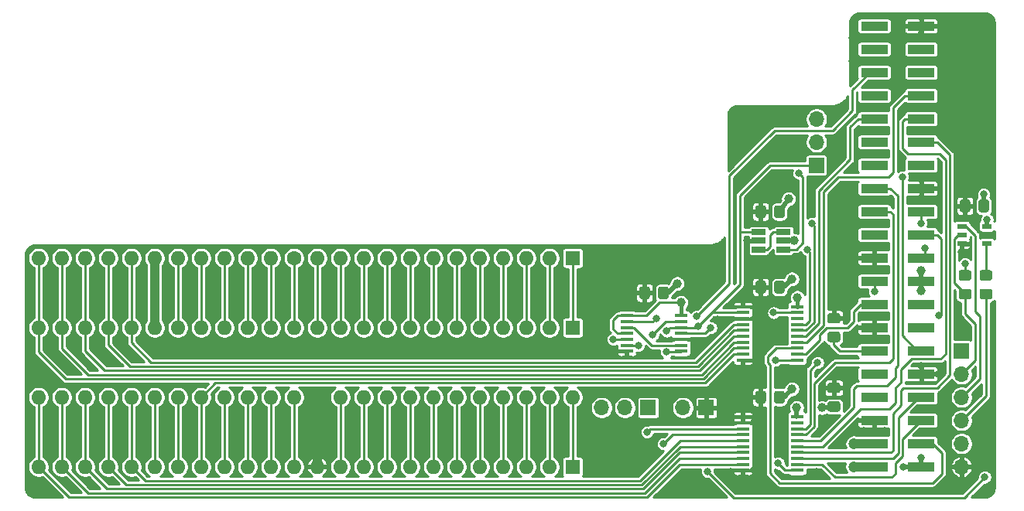
<source format=gbr>
G04 #@! TF.GenerationSoftware,KiCad,Pcbnew,(5.1.9)-1*
G04 #@! TF.CreationDate,2021-03-21T08:25:55+00:00*
G04 #@! TF.ProjectId,RGBtoHDMI Amiga Denise - solarmon,52474274-6f48-4444-9d49-20416d696761,1*
G04 #@! TF.SameCoordinates,Original*
G04 #@! TF.FileFunction,Copper,L1,Top*
G04 #@! TF.FilePolarity,Positive*
%FSLAX46Y46*%
G04 Gerber Fmt 4.6, Leading zero omitted, Abs format (unit mm)*
G04 Created by KiCad (PCBNEW (5.1.9)-1) date 2021-03-21 08:25:55*
%MOMM*%
%LPD*%
G01*
G04 APERTURE LIST*
G04 #@! TA.AperFunction,ComponentPad*
%ADD10O,1.600000X1.600000*%
G04 #@! TD*
G04 #@! TA.AperFunction,ComponentPad*
%ADD11R,1.600000X1.600000*%
G04 #@! TD*
G04 #@! TA.AperFunction,ComponentPad*
%ADD12O,1.700000X1.700000*%
G04 #@! TD*
G04 #@! TA.AperFunction,ComponentPad*
%ADD13R,1.700000X1.700000*%
G04 #@! TD*
G04 #@! TA.AperFunction,SMDPad,CuDef*
%ADD14R,1.050000X0.600000*%
G04 #@! TD*
G04 #@! TA.AperFunction,SMDPad,CuDef*
%ADD15R,1.560000X0.650000*%
G04 #@! TD*
G04 #@! TA.AperFunction,SMDPad,CuDef*
%ADD16R,3.000000X1.000000*%
G04 #@! TD*
G04 #@! TA.AperFunction,SMDPad,CuDef*
%ADD17R,1.450000X0.450000*%
G04 #@! TD*
G04 #@! TA.AperFunction,ComponentPad*
%ADD18C,1.600000*%
G04 #@! TD*
G04 #@! TA.AperFunction,ViaPad*
%ADD19C,0.800000*%
G04 #@! TD*
G04 #@! TA.AperFunction,ViaPad*
%ADD20C,1.000000*%
G04 #@! TD*
G04 #@! TA.AperFunction,ViaPad*
%ADD21C,1.200000*%
G04 #@! TD*
G04 #@! TA.AperFunction,Conductor*
%ADD22C,0.250000*%
G04 #@! TD*
G04 #@! TA.AperFunction,Conductor*
%ADD23C,1.000000*%
G04 #@! TD*
G04 #@! TA.AperFunction,Conductor*
%ADD24C,0.500000*%
G04 #@! TD*
G04 #@! TA.AperFunction,Conductor*
%ADD25C,0.400000*%
G04 #@! TD*
G04 #@! TA.AperFunction,Conductor*
%ADD26C,0.254000*%
G04 #@! TD*
G04 #@! TA.AperFunction,Conductor*
%ADD27C,0.100000*%
G04 #@! TD*
G04 APERTURE END LIST*
D10*
X105283000Y-80391000D03*
X107823000Y-80391000D03*
X110363000Y-80391000D03*
X112903000Y-80391000D03*
X115443000Y-80391000D03*
X117983000Y-80391000D03*
X120523000Y-80391000D03*
X123063000Y-80391000D03*
X125603000Y-80391000D03*
X128143000Y-80391000D03*
X130683000Y-80391000D03*
X133223000Y-80391000D03*
X135763000Y-80391000D03*
X138303000Y-80391000D03*
X140843000Y-80391000D03*
X143383000Y-80391000D03*
X145923000Y-80391000D03*
X148463000Y-80391000D03*
X151003000Y-80391000D03*
X153543000Y-80391000D03*
X156083000Y-80391000D03*
X158623000Y-80391000D03*
X161163000Y-80391000D03*
D11*
X163703000Y-80391000D03*
D10*
X105283000Y-65151000D03*
X107823000Y-65151000D03*
X110363000Y-65151000D03*
X112903000Y-65151000D03*
X115443000Y-65151000D03*
X117983000Y-65151000D03*
X120523000Y-65151000D03*
X123063000Y-65151000D03*
X125603000Y-65151000D03*
X128143000Y-65151000D03*
X130683000Y-65151000D03*
X133223000Y-65151000D03*
X135763000Y-65151000D03*
X138303000Y-65151000D03*
X140843000Y-65151000D03*
X143383000Y-65151000D03*
X145923000Y-65151000D03*
X148463000Y-65151000D03*
X151003000Y-65151000D03*
X153543000Y-65151000D03*
X156083000Y-65151000D03*
X158623000Y-65151000D03*
X161163000Y-65151000D03*
D11*
X163703000Y-65151000D03*
D12*
X206248000Y-80391000D03*
X206248000Y-77851000D03*
X206248000Y-75311000D03*
X206248000Y-72771000D03*
X206248000Y-70231000D03*
D13*
X206248000Y-67691000D03*
G04 #@! TA.AperFunction,SMDPad,CuDef*
G36*
G01*
X209365001Y-60002000D02*
X208464999Y-60002000D01*
G75*
G02*
X208215000Y-59752001I0J249999D01*
G01*
X208215000Y-59101999D01*
G75*
G02*
X208464999Y-58852000I249999J0D01*
G01*
X209365001Y-58852000D01*
G75*
G02*
X209615000Y-59101999I0J-249999D01*
G01*
X209615000Y-59752001D01*
G75*
G02*
X209365001Y-60002000I-249999J0D01*
G01*
G37*
G04 #@! TD.AperFunction*
G04 #@! TA.AperFunction,SMDPad,CuDef*
G36*
G01*
X209365001Y-62052000D02*
X208464999Y-62052000D01*
G75*
G02*
X208215000Y-61802001I0J249999D01*
G01*
X208215000Y-61151999D01*
G75*
G02*
X208464999Y-60902000I249999J0D01*
G01*
X209365001Y-60902000D01*
G75*
G02*
X209615000Y-61151999I0J-249999D01*
G01*
X209615000Y-61802001D01*
G75*
G02*
X209365001Y-62052000I-249999J0D01*
G01*
G37*
G04 #@! TD.AperFunction*
G04 #@! TA.AperFunction,SMDPad,CuDef*
G36*
G01*
X207195000Y-51365999D02*
X207195000Y-52266001D01*
G75*
G02*
X206945001Y-52516000I-249999J0D01*
G01*
X206294999Y-52516000D01*
G75*
G02*
X206045000Y-52266001I0J249999D01*
G01*
X206045000Y-51365999D01*
G75*
G02*
X206294999Y-51116000I249999J0D01*
G01*
X206945001Y-51116000D01*
G75*
G02*
X207195000Y-51365999I0J-249999D01*
G01*
G37*
G04 #@! TD.AperFunction*
G04 #@! TA.AperFunction,SMDPad,CuDef*
G36*
G01*
X209245000Y-51365999D02*
X209245000Y-52266001D01*
G75*
G02*
X208995001Y-52516000I-249999J0D01*
G01*
X208344999Y-52516000D01*
G75*
G02*
X208095000Y-52266001I0J249999D01*
G01*
X208095000Y-51365999D01*
G75*
G02*
X208344999Y-51116000I249999J0D01*
G01*
X208995001Y-51116000D01*
G75*
G02*
X209245000Y-51365999I0J-249999D01*
G01*
G37*
G04 #@! TD.AperFunction*
D14*
X208995000Y-54041000D03*
X208995000Y-55941000D03*
X206295000Y-55941000D03*
X206295000Y-54991000D03*
X206295000Y-54041000D03*
D15*
X186770000Y-55626000D03*
X186770000Y-54676000D03*
X186770000Y-56576000D03*
X184070000Y-56576000D03*
X184070000Y-55626000D03*
X184070000Y-54676000D03*
D13*
X171958000Y-73914000D03*
D12*
X169418000Y-73914000D03*
X166878000Y-73914000D03*
X175768000Y-73914000D03*
D13*
X178308000Y-73914000D03*
D12*
X190373000Y-42291000D03*
X190373000Y-44831000D03*
D13*
X190373000Y-47371000D03*
G04 #@! TA.AperFunction,SMDPad,CuDef*
G36*
G01*
X206178999Y-60902000D02*
X207079001Y-60902000D01*
G75*
G02*
X207329000Y-61151999I0J-249999D01*
G01*
X207329000Y-61802001D01*
G75*
G02*
X207079001Y-62052000I-249999J0D01*
G01*
X206178999Y-62052000D01*
G75*
G02*
X205929000Y-61802001I0J249999D01*
G01*
X205929000Y-61151999D01*
G75*
G02*
X206178999Y-60902000I249999J0D01*
G01*
G37*
G04 #@! TD.AperFunction*
G04 #@! TA.AperFunction,SMDPad,CuDef*
G36*
G01*
X206178999Y-58852000D02*
X207079001Y-58852000D01*
G75*
G02*
X207329000Y-59101999I0J-249999D01*
G01*
X207329000Y-59752001D01*
G75*
G02*
X207079001Y-60002000I-249999J0D01*
G01*
X206178999Y-60002000D01*
G75*
G02*
X205929000Y-59752001I0J249999D01*
G01*
X205929000Y-59101999D01*
G75*
G02*
X206178999Y-58852000I249999J0D01*
G01*
G37*
G04 #@! TD.AperFunction*
G04 #@! TA.AperFunction,SMDPad,CuDef*
G36*
G01*
X184843000Y-52000999D02*
X184843000Y-52901001D01*
G75*
G02*
X184593001Y-53151000I-249999J0D01*
G01*
X183942999Y-53151000D01*
G75*
G02*
X183693000Y-52901001I0J249999D01*
G01*
X183693000Y-52000999D01*
G75*
G02*
X183942999Y-51751000I249999J0D01*
G01*
X184593001Y-51751000D01*
G75*
G02*
X184843000Y-52000999I0J-249999D01*
G01*
G37*
G04 #@! TD.AperFunction*
G04 #@! TA.AperFunction,SMDPad,CuDef*
G36*
G01*
X186893000Y-52000999D02*
X186893000Y-52901001D01*
G75*
G02*
X186643001Y-53151000I-249999J0D01*
G01*
X185992999Y-53151000D01*
G75*
G02*
X185743000Y-52901001I0J249999D01*
G01*
X185743000Y-52000999D01*
G75*
G02*
X185992999Y-51751000I249999J0D01*
G01*
X186643001Y-51751000D01*
G75*
G02*
X186893000Y-52000999I0J-249999D01*
G01*
G37*
G04 #@! TD.AperFunction*
D16*
X201823000Y-80391000D03*
X196703000Y-80391000D03*
X201823000Y-77851000D03*
X196703000Y-77851000D03*
X201823000Y-75311000D03*
X196703000Y-75311000D03*
X201823000Y-72771000D03*
X196703000Y-72771000D03*
X201823000Y-70231000D03*
X196703000Y-70231000D03*
X201823000Y-67691000D03*
X196703000Y-67691000D03*
X201823000Y-65151000D03*
X196703000Y-65151000D03*
X201823000Y-62611000D03*
X196703000Y-62611000D03*
X201823000Y-60071000D03*
X196703000Y-60071000D03*
X201823000Y-57531000D03*
X196703000Y-57531000D03*
X201823000Y-54991000D03*
X196703000Y-54991000D03*
X201823000Y-52451000D03*
X196703000Y-52451000D03*
X201823000Y-49911000D03*
X196703000Y-49911000D03*
X201823000Y-47371000D03*
X196703000Y-47371000D03*
X201823000Y-44831000D03*
X196703000Y-44831000D03*
X201823000Y-42291000D03*
X196703000Y-42291000D03*
X201823000Y-39751000D03*
X196703000Y-39751000D03*
X201823000Y-37211000D03*
X196703000Y-37211000D03*
X201823000Y-34671000D03*
X196703000Y-34671000D03*
X201823000Y-32131000D03*
X196703000Y-32131000D03*
G04 #@! TA.AperFunction,SMDPad,CuDef*
G36*
G01*
X184843000Y-60255999D02*
X184843000Y-61156001D01*
G75*
G02*
X184593001Y-61406000I-249999J0D01*
G01*
X183942999Y-61406000D01*
G75*
G02*
X183693000Y-61156001I0J249999D01*
G01*
X183693000Y-60255999D01*
G75*
G02*
X183942999Y-60006000I249999J0D01*
G01*
X184593001Y-60006000D01*
G75*
G02*
X184843000Y-60255999I0J-249999D01*
G01*
G37*
G04 #@! TD.AperFunction*
G04 #@! TA.AperFunction,SMDPad,CuDef*
G36*
G01*
X186893000Y-60255999D02*
X186893000Y-61156001D01*
G75*
G02*
X186643001Y-61406000I-249999J0D01*
G01*
X185992999Y-61406000D01*
G75*
G02*
X185743000Y-61156001I0J249999D01*
G01*
X185743000Y-60255999D01*
G75*
G02*
X185992999Y-60006000I249999J0D01*
G01*
X186643001Y-60006000D01*
G75*
G02*
X186893000Y-60255999I0J-249999D01*
G01*
G37*
G04 #@! TD.AperFunction*
G04 #@! TA.AperFunction,SMDPad,CuDef*
G36*
G01*
X184843000Y-72320999D02*
X184843000Y-73221001D01*
G75*
G02*
X184593001Y-73471000I-249999J0D01*
G01*
X183942999Y-73471000D01*
G75*
G02*
X183693000Y-73221001I0J249999D01*
G01*
X183693000Y-72320999D01*
G75*
G02*
X183942999Y-72071000I249999J0D01*
G01*
X184593001Y-72071000D01*
G75*
G02*
X184843000Y-72320999I0J-249999D01*
G01*
G37*
G04 #@! TD.AperFunction*
G04 #@! TA.AperFunction,SMDPad,CuDef*
G36*
G01*
X186893000Y-72320999D02*
X186893000Y-73221001D01*
G75*
G02*
X186643001Y-73471000I-249999J0D01*
G01*
X185992999Y-73471000D01*
G75*
G02*
X185743000Y-73221001I0J249999D01*
G01*
X185743000Y-72320999D01*
G75*
G02*
X185992999Y-72071000I249999J0D01*
G01*
X186643001Y-72071000D01*
G75*
G02*
X186893000Y-72320999I0J-249999D01*
G01*
G37*
G04 #@! TD.AperFunction*
G04 #@! TA.AperFunction,SMDPad,CuDef*
G36*
G01*
X172143000Y-60890999D02*
X172143000Y-61791001D01*
G75*
G02*
X171893001Y-62041000I-249999J0D01*
G01*
X171242999Y-62041000D01*
G75*
G02*
X170993000Y-61791001I0J249999D01*
G01*
X170993000Y-60890999D01*
G75*
G02*
X171242999Y-60641000I249999J0D01*
G01*
X171893001Y-60641000D01*
G75*
G02*
X172143000Y-60890999I0J-249999D01*
G01*
G37*
G04 #@! TD.AperFunction*
G04 #@! TA.AperFunction,SMDPad,CuDef*
G36*
G01*
X174193000Y-60890999D02*
X174193000Y-61791001D01*
G75*
G02*
X173943001Y-62041000I-249999J0D01*
G01*
X173292999Y-62041000D01*
G75*
G02*
X173043000Y-61791001I0J249999D01*
G01*
X173043000Y-60890999D01*
G75*
G02*
X173292999Y-60641000I249999J0D01*
G01*
X173943001Y-60641000D01*
G75*
G02*
X174193000Y-60890999I0J-249999D01*
G01*
G37*
G04 #@! TD.AperFunction*
D17*
X169643000Y-63836000D03*
X169643000Y-64486000D03*
X169643000Y-65136000D03*
X169643000Y-65786000D03*
X169643000Y-66436000D03*
X169643000Y-67086000D03*
X169643000Y-67736000D03*
X175543000Y-67736000D03*
X175543000Y-67086000D03*
X175543000Y-66436000D03*
X175543000Y-65786000D03*
X175543000Y-65136000D03*
X175543000Y-64486000D03*
X175543000Y-63836000D03*
X188243000Y-74926000D03*
X188243000Y-75576000D03*
X188243000Y-76226000D03*
X188243000Y-76876000D03*
X188243000Y-77526000D03*
X188243000Y-78176000D03*
X188243000Y-78826000D03*
X188243000Y-79476000D03*
X188243000Y-80126000D03*
X188243000Y-80776000D03*
X182343000Y-80776000D03*
X182343000Y-80126000D03*
X182343000Y-79476000D03*
X182343000Y-78826000D03*
X182343000Y-78176000D03*
X182343000Y-77526000D03*
X182343000Y-76876000D03*
X182343000Y-76226000D03*
X182343000Y-75576000D03*
X182343000Y-74926000D03*
X182343000Y-62861000D03*
X182343000Y-63511000D03*
X182343000Y-64161000D03*
X182343000Y-64811000D03*
X182343000Y-65461000D03*
X182343000Y-66111000D03*
X182343000Y-66761000D03*
X182343000Y-67411000D03*
X182343000Y-68061000D03*
X182343000Y-68711000D03*
X188243000Y-68711000D03*
X188243000Y-68061000D03*
X188243000Y-67411000D03*
X188243000Y-66761000D03*
X188243000Y-66111000D03*
X188243000Y-65461000D03*
X188243000Y-64811000D03*
X188243000Y-64161000D03*
X188243000Y-63511000D03*
X188243000Y-62861000D03*
G04 #@! TA.AperFunction,SMDPad,CuDef*
G36*
G01*
X192728001Y-74371000D02*
X191827999Y-74371000D01*
G75*
G02*
X191578000Y-74121001I0J249999D01*
G01*
X191578000Y-73470999D01*
G75*
G02*
X191827999Y-73221000I249999J0D01*
G01*
X192728001Y-73221000D01*
G75*
G02*
X192978000Y-73470999I0J-249999D01*
G01*
X192978000Y-74121001D01*
G75*
G02*
X192728001Y-74371000I-249999J0D01*
G01*
G37*
G04 #@! TD.AperFunction*
G04 #@! TA.AperFunction,SMDPad,CuDef*
G36*
G01*
X192728001Y-72321000D02*
X191827999Y-72321000D01*
G75*
G02*
X191578000Y-72071001I0J249999D01*
G01*
X191578000Y-71420999D01*
G75*
G02*
X191827999Y-71171000I249999J0D01*
G01*
X192728001Y-71171000D01*
G75*
G02*
X192978000Y-71420999I0J-249999D01*
G01*
X192978000Y-72071001D01*
G75*
G02*
X192728001Y-72321000I-249999J0D01*
G01*
G37*
G04 #@! TD.AperFunction*
G04 #@! TA.AperFunction,SMDPad,CuDef*
G36*
G01*
X192728001Y-66751000D02*
X191827999Y-66751000D01*
G75*
G02*
X191578000Y-66501001I0J249999D01*
G01*
X191578000Y-65850999D01*
G75*
G02*
X191827999Y-65601000I249999J0D01*
G01*
X192728001Y-65601000D01*
G75*
G02*
X192978000Y-65850999I0J-249999D01*
G01*
X192978000Y-66501001D01*
G75*
G02*
X192728001Y-66751000I-249999J0D01*
G01*
G37*
G04 #@! TD.AperFunction*
G04 #@! TA.AperFunction,SMDPad,CuDef*
G36*
G01*
X192728001Y-64701000D02*
X191827999Y-64701000D01*
G75*
G02*
X191578000Y-64451001I0J249999D01*
G01*
X191578000Y-63800999D01*
G75*
G02*
X191827999Y-63551000I249999J0D01*
G01*
X192728001Y-63551000D01*
G75*
G02*
X192978000Y-63800999I0J-249999D01*
G01*
X192978000Y-64451001D01*
G75*
G02*
X192728001Y-64701000I-249999J0D01*
G01*
G37*
G04 #@! TD.AperFunction*
D11*
X163703000Y-57531000D03*
D10*
X135763000Y-72771000D03*
X161163000Y-57531000D03*
X138303000Y-72771000D03*
X158623000Y-57531000D03*
X140843000Y-72771000D03*
X156083000Y-57531000D03*
X143383000Y-72771000D03*
X153543000Y-57531000D03*
X145923000Y-72771000D03*
X151003000Y-57531000D03*
X148463000Y-72771000D03*
X148463000Y-57531000D03*
X151003000Y-72771000D03*
X145923000Y-57531000D03*
X153543000Y-72771000D03*
X143383000Y-57531000D03*
X156083000Y-72771000D03*
X140843000Y-57531000D03*
X158623000Y-72771000D03*
X138303000Y-57531000D03*
X161163000Y-72771000D03*
X135763000Y-57531000D03*
X163703000Y-72771000D03*
D18*
X133223000Y-57531000D03*
D10*
X105283000Y-72771000D03*
X130683000Y-57531000D03*
X107823000Y-72771000D03*
X128143000Y-57531000D03*
X110363000Y-72771000D03*
X125603000Y-57531000D03*
X112903000Y-72771000D03*
X123063000Y-57531000D03*
X115443000Y-72771000D03*
X120523000Y-57531000D03*
X117983000Y-72771000D03*
X117983000Y-57531000D03*
X120523000Y-72771000D03*
X115443000Y-57531000D03*
X123063000Y-72771000D03*
X112903000Y-57531000D03*
X125603000Y-72771000D03*
X110363000Y-57531000D03*
X128143000Y-72771000D03*
X107823000Y-57531000D03*
X130683000Y-72771000D03*
X105283000Y-57531000D03*
X133223000Y-72771000D03*
D19*
X171577000Y-62611000D03*
X193548000Y-71755000D03*
X196723000Y-64135000D03*
X197866000Y-76454000D03*
X199771000Y-32131000D03*
X201803000Y-33020000D03*
X203835000Y-32131000D03*
X201930000Y-31115000D03*
X183515000Y-80772000D03*
X182372000Y-74168000D03*
X184277000Y-71501000D03*
X184277000Y-61976000D03*
X184277000Y-59436000D03*
X193802000Y-56515000D03*
X193802000Y-54737000D03*
X201803000Y-48895000D03*
X195580000Y-76454000D03*
X190373000Y-80899000D03*
X192786000Y-80391000D03*
X192786000Y-77851000D03*
X182372000Y-69469000D03*
X184277000Y-68199000D03*
X168148000Y-68199000D03*
X186309000Y-76581000D03*
X190754000Y-76454000D03*
X199263000Y-35941000D03*
X205613000Y-37211000D03*
X205613000Y-39751000D03*
X205613000Y-34671000D03*
X194310000Y-33401000D03*
X194310000Y-35941000D03*
X184277000Y-78359000D03*
X185547000Y-65532000D03*
X169418000Y-80391000D03*
X176784000Y-81026000D03*
X180975000Y-80899000D03*
X177927000Y-60706000D03*
X179578000Y-64262000D03*
X120523000Y-67691000D03*
X123063000Y-67691000D03*
X125603000Y-67691000D03*
X128143000Y-67691000D03*
X130683000Y-67691000D03*
X133223000Y-67691000D03*
X135763000Y-67691000D03*
X138303000Y-67691000D03*
X140843000Y-67691000D03*
X143383000Y-67691000D03*
X145923000Y-67691000D03*
X148463000Y-67691000D03*
X151003000Y-67691000D03*
X153543000Y-67691000D03*
X156083000Y-67691000D03*
X158623000Y-67691000D03*
X161163000Y-67691000D03*
X163703000Y-67691000D03*
X106553000Y-61341000D03*
X109093000Y-61341000D03*
X111633000Y-61341000D03*
X114173000Y-61341000D03*
X121793000Y-61341000D03*
X124333000Y-61341000D03*
X126873000Y-61341000D03*
X129413000Y-61341000D03*
X131953000Y-61341000D03*
X134493000Y-61341000D03*
X137033000Y-61341000D03*
X139573000Y-61341000D03*
X142113000Y-61341000D03*
X144653000Y-61341000D03*
X147193000Y-61341000D03*
X149733000Y-61341000D03*
X152273000Y-61341000D03*
X154813000Y-61341000D03*
X157353000Y-61341000D03*
X159893000Y-61341000D03*
X162433000Y-61341000D03*
X105283000Y-70231000D03*
X104648000Y-82931000D03*
X126873000Y-74676000D03*
X131953000Y-74676000D03*
X139573000Y-74676000D03*
X142113000Y-74676000D03*
X144653000Y-74676000D03*
X147193000Y-74676000D03*
X149733000Y-74676000D03*
X152273000Y-74676000D03*
X154813000Y-74676000D03*
X157353000Y-74676000D03*
X159893000Y-74676000D03*
X162433000Y-74676000D03*
X164973000Y-74676000D03*
X124333000Y-74676000D03*
X119253000Y-74676000D03*
X183642000Y-75311000D03*
X183642000Y-64135000D03*
X177546000Y-67183000D03*
X180848000Y-70739000D03*
X193548000Y-69977000D03*
X106553000Y-67691000D03*
X109347000Y-67691000D03*
X112014000Y-67691000D03*
X114300000Y-66929000D03*
X182753000Y-55626000D03*
X193548000Y-64135000D03*
X187071000Y-42291000D03*
X183896000Y-50419000D03*
X192913000Y-46101000D03*
X182118000Y-48895000D03*
X182118000Y-44831000D03*
X192151000Y-59944000D03*
X186436000Y-71120000D03*
X189738000Y-51308000D03*
X187071000Y-45466000D03*
X193167000Y-43815000D03*
X185928000Y-48768000D03*
X193802000Y-51181000D03*
X190881000Y-67691000D03*
X173863000Y-72136000D03*
X121666000Y-75311000D03*
X194183000Y-47752000D03*
X167132000Y-63881000D03*
X129032000Y-75184000D03*
X170942000Y-57023000D03*
X171577000Y-60071000D03*
X209042000Y-82931000D03*
X206248000Y-56896000D03*
X175895000Y-81026000D03*
X203708000Y-70231000D03*
X201803000Y-69342000D03*
X201803000Y-50927000D03*
X196723000Y-56515000D03*
X205613000Y-42291000D03*
X206248000Y-65278000D03*
D20*
X191008000Y-73914000D03*
X188214000Y-73914000D03*
D19*
X201803009Y-79401011D03*
X199898000Y-80391000D03*
D20*
X201803000Y-61087000D03*
X201803000Y-58928000D03*
X188285663Y-61849000D03*
X187325000Y-51054000D03*
X187948129Y-55614129D03*
X175543000Y-62386000D03*
D19*
X209042000Y-53340000D03*
X208660986Y-50546000D03*
D20*
X187706002Y-59817000D03*
X175132992Y-60325000D03*
X187706000Y-71882000D03*
D21*
X194437000Y-80391000D03*
X194456081Y-77870081D03*
D19*
X178435000Y-80899000D03*
X208787994Y-81534000D03*
X171831000Y-76581000D03*
X173609000Y-77887990D03*
X199771000Y-48641000D03*
X201803000Y-53721000D03*
X189865002Y-53721000D03*
X189357000Y-56583160D03*
X202252840Y-56446160D03*
X190500000Y-68960994D03*
X203802979Y-63848991D03*
X168148000Y-66421000D03*
X170912000Y-67086000D03*
X172466000Y-65913000D03*
X188468000Y-48260000D03*
X177292000Y-63881000D03*
X177419000Y-65024000D03*
X173990000Y-67818000D03*
X173994660Y-65536660D03*
X185685001Y-63511001D03*
X172846996Y-64135000D03*
X178816000Y-65151000D03*
X185928000Y-68707000D03*
X186182000Y-80010000D03*
X196723000Y-61214000D03*
X206629000Y-58166000D03*
D22*
X196723000Y-57511000D02*
X196703000Y-57531000D01*
D23*
X135763000Y-72771000D02*
X135763000Y-80391000D01*
D24*
X188214000Y-73914000D02*
X188214000Y-74897000D01*
X188214000Y-74897000D02*
X188217999Y-74900999D01*
X201803000Y-80371000D02*
X201803000Y-79401020D01*
X201803000Y-79401020D02*
X201803009Y-79401011D01*
D22*
X168622998Y-65786000D02*
X169643000Y-65786000D01*
X168148000Y-65311002D02*
X168622998Y-65786000D01*
D24*
X201803000Y-60091000D02*
X201823000Y-60071000D01*
X201803000Y-61087000D02*
X201803000Y-60091000D01*
X191008000Y-73914000D02*
X192278000Y-73796000D01*
X201823000Y-80391000D02*
X199898000Y-80391000D01*
X201803000Y-60051000D02*
X201823000Y-60071000D01*
X201803000Y-58928000D02*
X201803000Y-60051000D01*
D25*
X188243000Y-62861000D02*
X188285663Y-61849000D01*
D24*
X186643000Y-55626000D02*
X187936258Y-55626000D01*
X187936258Y-55626000D02*
X187948129Y-55614129D01*
X187325000Y-51054000D02*
X186318000Y-52451000D01*
D22*
X168668000Y-63836000D02*
X169643000Y-63836000D01*
X168148000Y-64356000D02*
X168668000Y-63836000D01*
X168148000Y-65311002D02*
X168148000Y-64356000D01*
X173208000Y-62386000D02*
X175543000Y-62386000D01*
X171758000Y-63836000D02*
X173208000Y-62386000D01*
X169643000Y-63836000D02*
X171758000Y-63836000D01*
D24*
X208670000Y-51816000D02*
X208670000Y-50555014D01*
X208670000Y-50555014D02*
X208660986Y-50546000D01*
X209042000Y-53994000D02*
X208995000Y-54041000D01*
X209042000Y-53340000D02*
X209042000Y-53994000D01*
X186318000Y-60706000D02*
X186817002Y-60706000D01*
X186817002Y-60706000D02*
X187706002Y-59817000D01*
D25*
X175543000Y-63754000D02*
X175543000Y-62386000D01*
D24*
X173618000Y-61341000D02*
X174116992Y-61341000D01*
X174116992Y-61341000D02*
X175132992Y-60325000D01*
X186817000Y-72771000D02*
X187706000Y-71882000D01*
X186318000Y-72771000D02*
X186817000Y-72771000D01*
D22*
X105283000Y-57531000D02*
X105283000Y-65151000D01*
X178017956Y-70761044D02*
X181368000Y-67411000D01*
X108226044Y-70761044D02*
X178017956Y-70761044D01*
X105283000Y-67818000D02*
X108226044Y-70761044D01*
X181368000Y-67411000D02*
X182343000Y-67411000D01*
X105283000Y-65151000D02*
X105283000Y-67818000D01*
X107823000Y-57531000D02*
X107823000Y-65151000D01*
X181368000Y-66761000D02*
X182343000Y-66761000D01*
X177817967Y-70311033D02*
X181368000Y-66761000D01*
X110697033Y-70311033D02*
X177817967Y-70311033D01*
X107823000Y-67437000D02*
X110697033Y-70311033D01*
X107823000Y-65151000D02*
X107823000Y-67437000D01*
X110363000Y-57531000D02*
X110363000Y-65151000D01*
X181368000Y-66111000D02*
X182343000Y-66111000D01*
X177617978Y-69861022D02*
X181368000Y-66111000D01*
X112533022Y-69861022D02*
X177617978Y-69861022D01*
X110363000Y-67691000D02*
X112533022Y-69861022D01*
X110363000Y-65151000D02*
X110363000Y-67691000D01*
X112903000Y-57531000D02*
X112903000Y-65151000D01*
X181368000Y-65461000D02*
X182343000Y-65461000D01*
X177417989Y-69411011D02*
X181368000Y-65461000D01*
X115258011Y-69411011D02*
X177417989Y-69411011D01*
X112903000Y-67056000D02*
X115258011Y-69411011D01*
X112903000Y-65151000D02*
X112903000Y-67056000D01*
X115443000Y-57531000D02*
X115443000Y-65151000D01*
X181315000Y-64811000D02*
X182343000Y-64811000D01*
X177165000Y-68961000D02*
X181315000Y-64811000D01*
X117602000Y-68961000D02*
X177165000Y-68961000D01*
X115443000Y-66802000D02*
X117602000Y-68961000D01*
X115443000Y-65151000D02*
X115443000Y-66802000D01*
D23*
X194584000Y-80391000D02*
X197104000Y-80391000D01*
X117983000Y-57531000D02*
X117983000Y-65151000D01*
X194475162Y-77851000D02*
X194456081Y-77870081D01*
X196957000Y-77851000D02*
X194475162Y-77851000D01*
D22*
X148463000Y-72771000D02*
X148463000Y-80391000D01*
X145923000Y-72771000D02*
X145923000Y-80391000D01*
X143383000Y-72771000D02*
X143383000Y-80391000D01*
X140843000Y-72771000D02*
X140843000Y-80391000D01*
X138303000Y-72771000D02*
X138303000Y-80391000D01*
X135763000Y-57531000D02*
X135763000Y-65151000D01*
X138303000Y-57531000D02*
X138303000Y-65151000D01*
X128143000Y-72771000D02*
X128143000Y-80391000D01*
X140843000Y-57531000D02*
X140843000Y-65151000D01*
X143383000Y-57531000D02*
X143383000Y-65151000D01*
X123063000Y-72771000D02*
X123063000Y-80391000D01*
X123063000Y-72771000D02*
X124622945Y-71211055D01*
X178217945Y-71211055D02*
X181368000Y-68061000D01*
X124622945Y-71211055D02*
X178217945Y-71211055D01*
X181368000Y-68061000D02*
X182343000Y-68061000D01*
X181311990Y-83775990D02*
X206546004Y-83775990D01*
X206546004Y-83775990D02*
X208787994Y-81534000D01*
X178435000Y-80899000D02*
X181311990Y-83775990D01*
X145923000Y-57531000D02*
X145923000Y-65151000D01*
X120523000Y-72771000D02*
X120523000Y-80391000D01*
X182343000Y-76226000D02*
X172186000Y-76226000D01*
X172186000Y-76226000D02*
X171831000Y-76581000D01*
X148463000Y-57531000D02*
X148463000Y-65151000D01*
X117983000Y-72771000D02*
X117983000Y-80391000D01*
X182343000Y-76876000D02*
X174620990Y-76876000D01*
X174620990Y-76876000D02*
X173609000Y-77887990D01*
X151003000Y-65151000D02*
X151003000Y-57531000D01*
X115443000Y-72771000D02*
X115443000Y-80391000D01*
X175458000Y-77526000D02*
X171069000Y-81915000D01*
X182343000Y-77526000D02*
X175458000Y-77526000D01*
X116967000Y-81915000D02*
X115443000Y-80391000D01*
X171069000Y-81915000D02*
X116967000Y-81915000D01*
X153543000Y-57531000D02*
X153543000Y-65151000D01*
X112903000Y-72771000D02*
X112903000Y-80391000D01*
X114877011Y-82365011D02*
X112903000Y-80391000D01*
X171255400Y-82365011D02*
X114877011Y-82365011D01*
X175444410Y-78176000D02*
X171255400Y-82365011D01*
X182343000Y-78176000D02*
X175444410Y-78176000D01*
X156083000Y-57531000D02*
X156083000Y-65151000D01*
X110363000Y-72771000D02*
X110363000Y-80391000D01*
X112787022Y-82815022D02*
X110363000Y-80391000D01*
X171441800Y-82815022D02*
X112787022Y-82815022D01*
X175430821Y-78826000D02*
X171441800Y-82815022D01*
X182343000Y-78826000D02*
X175430821Y-78826000D01*
X158623000Y-57531000D02*
X158623000Y-65151000D01*
X107823000Y-72771000D02*
X107823000Y-80391000D01*
X110697033Y-83265033D02*
X107823000Y-80391000D01*
X171628200Y-83265033D02*
X110697033Y-83265033D01*
X175417232Y-79476000D02*
X171628200Y-83265033D01*
X182343000Y-79476000D02*
X175417232Y-79476000D01*
X161163000Y-57531000D02*
X161163000Y-65151000D01*
X105283000Y-72771000D02*
X105283000Y-80391000D01*
X106132999Y-81240999D02*
X105283000Y-80391000D01*
X108607044Y-83715044D02*
X106132999Y-81240999D01*
X171814600Y-83715044D02*
X108607044Y-83715044D01*
X175403644Y-80126000D02*
X171814600Y-83715044D01*
X182343000Y-80126000D02*
X175403644Y-80126000D01*
X163703000Y-57531000D02*
X163703000Y-65151000D01*
X201930000Y-67584000D02*
X201823000Y-67691000D01*
X201823000Y-67691000D02*
X201422000Y-67691000D01*
X199771000Y-66040000D02*
X199771000Y-48641000D01*
X201422000Y-67691000D02*
X199771000Y-66040000D01*
X195199000Y-62611000D02*
X196703000Y-62611000D01*
X194437000Y-63373000D02*
X195199000Y-62611000D01*
X194437000Y-64516000D02*
X194437000Y-63373000D01*
X193802000Y-65151000D02*
X194437000Y-64516000D01*
X190754000Y-65913000D02*
X191516000Y-65151000D01*
X190754000Y-66484500D02*
X190754000Y-65913000D01*
X189177500Y-68061000D02*
X190754000Y-66484500D01*
X191516000Y-65151000D02*
X193802000Y-65151000D01*
X188243000Y-68061000D02*
X189177500Y-68061000D01*
X200073000Y-39751000D02*
X201823000Y-39751000D01*
X198755000Y-41069000D02*
X200073000Y-39751000D01*
X189269589Y-66761000D02*
X191135000Y-64895589D01*
X198755000Y-48133000D02*
X198755000Y-41069000D01*
X192787410Y-48641000D02*
X198247000Y-48641000D01*
X198247000Y-48641000D02*
X198755000Y-48133000D01*
X191135000Y-50293410D02*
X192787410Y-48641000D01*
X191135000Y-64895589D02*
X191135000Y-50293410D01*
X188243000Y-66761000D02*
X189269589Y-66761000D01*
X194056000Y-43188000D02*
X194953000Y-42291000D01*
X194953000Y-42291000D02*
X196703000Y-42291000D01*
X194056000Y-46736000D02*
X194056000Y-43188000D01*
X190627000Y-50165000D02*
X194056000Y-46736000D01*
X190627000Y-64702000D02*
X190627000Y-50165000D01*
X189218000Y-66111000D02*
X190627000Y-64702000D01*
X188243000Y-66111000D02*
X189218000Y-66111000D01*
X201823000Y-53701000D02*
X201803000Y-53721000D01*
X201823000Y-52451000D02*
X201823000Y-53701000D01*
X188243000Y-65461000D02*
X189218000Y-65461000D01*
X190137999Y-64541001D02*
X190137999Y-53993997D01*
X190137999Y-53993997D02*
X189865002Y-53721000D01*
X189218000Y-65461000D02*
X190137999Y-64541001D01*
X189611000Y-56837160D02*
X189357000Y-56583160D01*
X189611000Y-64418000D02*
X189611000Y-56837160D01*
X189218000Y-64811000D02*
X189611000Y-64418000D01*
X188243000Y-64811000D02*
X189218000Y-64811000D01*
X202252840Y-57101160D02*
X202252840Y-56446160D01*
X201823000Y-57531000D02*
X202252840Y-57101160D01*
X188243000Y-76226000D02*
X189218000Y-76226000D01*
X189218000Y-76226000D02*
X189668989Y-75775011D01*
X189668989Y-69792005D02*
X190500000Y-68960994D01*
X189668989Y-75775011D02*
X189668989Y-69792005D01*
X203980999Y-55398999D02*
X203980999Y-63670971D01*
X201823000Y-54991000D02*
X203573000Y-54991000D01*
X203573000Y-54991000D02*
X203980999Y-55398999D01*
X203980999Y-63670971D02*
X203802979Y-63848991D01*
X198755000Y-52753000D02*
X198453000Y-52451000D01*
X198755000Y-68580000D02*
X198755000Y-52753000D01*
X198374000Y-68961000D02*
X198755000Y-68580000D01*
X192405000Y-68961000D02*
X198374000Y-68961000D01*
X198453000Y-52451000D02*
X196703000Y-52451000D01*
X190119000Y-71247000D02*
X192405000Y-68961000D01*
X190119000Y-75975000D02*
X190119000Y-71247000D01*
X189218000Y-76876000D02*
X190119000Y-75975000D01*
X188243000Y-76876000D02*
X189218000Y-76876000D01*
X198453000Y-49911000D02*
X196703000Y-49911000D01*
X199274022Y-69286464D02*
X199274022Y-50732022D01*
X199009000Y-69551486D02*
X199274022Y-69286464D01*
X199009000Y-70612000D02*
X199009000Y-69551486D01*
X198120000Y-71501000D02*
X199009000Y-70612000D01*
X194784830Y-71501000D02*
X198120000Y-71501000D01*
X199274022Y-50732022D02*
X198453000Y-49911000D01*
X194437000Y-71848830D02*
X194784830Y-71501000D01*
X194437000Y-73914000D02*
X194437000Y-71848830D01*
X190825000Y-77526000D02*
X194437000Y-73914000D01*
X188243000Y-77526000D02*
X190825000Y-77526000D01*
X200073000Y-42291000D02*
X201823000Y-42291000D01*
X199771000Y-45499002D02*
X199771000Y-42593000D01*
X200372998Y-46101000D02*
X199771000Y-45499002D01*
X188243000Y-78176000D02*
X191064000Y-78176000D01*
X199644000Y-69723000D02*
X200787000Y-68580000D01*
X191064000Y-78176000D02*
X195199000Y-74041000D01*
X195199000Y-74041000D02*
X198374000Y-74041000D01*
X198374000Y-74041000D02*
X199009000Y-73406000D01*
X200787000Y-68580000D02*
X203962000Y-68580000D01*
X199009000Y-73406000D02*
X199009000Y-71741794D01*
X199009000Y-71741794D02*
X199644000Y-71106794D01*
X203835000Y-46101000D02*
X200372998Y-46101000D01*
X199771000Y-42593000D02*
X200073000Y-42291000D01*
X199644000Y-71106794D02*
X199644000Y-69723000D01*
X203962000Y-68580000D02*
X204527989Y-68014011D01*
X204527989Y-68014011D02*
X204527989Y-46793989D01*
X204527989Y-46793989D02*
X203835000Y-46101000D01*
X199644000Y-72009000D02*
X199898000Y-71755000D01*
X203573000Y-44831000D02*
X201823000Y-44831000D01*
X199644000Y-73660000D02*
X199644000Y-72009000D01*
X204978000Y-46236000D02*
X203573000Y-44831000D01*
X198755000Y-74549000D02*
X199644000Y-73660000D01*
X203581000Y-71755000D02*
X204978000Y-70358000D01*
X198755000Y-78613000D02*
X198755000Y-74549000D01*
X199898000Y-71755000D02*
X203581000Y-71755000D01*
X198542000Y-78826000D02*
X198755000Y-78613000D01*
X204978000Y-70358000D02*
X204978000Y-46236000D01*
X188243000Y-78826000D02*
X198542000Y-78826000D01*
X201549000Y-72771000D02*
X201823000Y-72771000D01*
X199320989Y-74999011D02*
X201549000Y-72771000D01*
X199320989Y-78896422D02*
X199320989Y-74999011D01*
X198741411Y-79476000D02*
X199320989Y-78896422D01*
X194881001Y-79465999D02*
X194891002Y-79476000D01*
X193992999Y-79465999D02*
X194881001Y-79465999D01*
X194891002Y-79476000D02*
X198741411Y-79476000D01*
X193982998Y-79476000D02*
X193992999Y-79465999D01*
X188243000Y-79476000D02*
X193982998Y-79476000D01*
X199771000Y-77363000D02*
X201823000Y-75311000D01*
X199771000Y-79248000D02*
X199771000Y-77363000D01*
X199009000Y-80010000D02*
X199771000Y-79248000D01*
X199009000Y-81153000D02*
X199009000Y-80010000D01*
X198628000Y-81534000D02*
X199009000Y-81153000D01*
X192405000Y-81534000D02*
X198628000Y-81534000D01*
X190997000Y-80126000D02*
X192405000Y-81534000D01*
X188243000Y-80126000D02*
X190997000Y-80126000D01*
X204089000Y-81153000D02*
X204089000Y-78867000D01*
X203073000Y-82169000D02*
X204089000Y-81153000D01*
X186343999Y-82169000D02*
X203073000Y-82169000D01*
X185293000Y-81118001D02*
X186343999Y-82169000D01*
X203073000Y-77851000D02*
X201823000Y-77851000D01*
X185293000Y-69215000D02*
X185293000Y-81118001D01*
X185039000Y-68961000D02*
X185293000Y-69215000D01*
X185039000Y-68326000D02*
X185039000Y-68961000D01*
X185954000Y-67411000D02*
X185039000Y-68326000D01*
X204089000Y-78867000D02*
X203073000Y-77851000D01*
X188243000Y-67411000D02*
X185954000Y-67411000D01*
X151003000Y-72771000D02*
X151003000Y-80391000D01*
X153543000Y-72771000D02*
X153543000Y-80391000D01*
X156083000Y-72771000D02*
X156083000Y-80391000D01*
X158623000Y-72771000D02*
X158623000Y-80391000D01*
X161163000Y-72771000D02*
X161163000Y-80391000D01*
X163703000Y-72771000D02*
X163703000Y-80391000D01*
X133223000Y-72771000D02*
X133223000Y-80391000D01*
X125603000Y-72771000D02*
X125603000Y-80391000D01*
X120523000Y-57531000D02*
X120523000Y-65151000D01*
X123063000Y-57531000D02*
X123063000Y-65151000D01*
X125603000Y-57531000D02*
X125603000Y-65151000D01*
X128143000Y-57531000D02*
X128143000Y-65151000D01*
X130683000Y-57531000D02*
X130683000Y-65151000D01*
X133223000Y-57531000D02*
X133223000Y-65151000D01*
X130683000Y-72771000D02*
X130683000Y-80391000D01*
X169673000Y-66421000D02*
X169643000Y-66451000D01*
X169643000Y-66436000D02*
X168163000Y-66436000D01*
X168163000Y-66436000D02*
X168148000Y-66421000D01*
X169643000Y-67086000D02*
X170912000Y-67086000D01*
X175558000Y-64516000D02*
X175543000Y-64501000D01*
X173893000Y-64486000D02*
X172466000Y-65913000D01*
X175543000Y-64486000D02*
X173893000Y-64486000D01*
X172369000Y-67086000D02*
X175543000Y-67086000D01*
X170419000Y-65136000D02*
X172369000Y-67086000D01*
X169643000Y-65136000D02*
X170419000Y-65136000D01*
X188867999Y-48659999D02*
X188468000Y-48260000D01*
X188867999Y-55861001D02*
X188867999Y-48659999D01*
X188153000Y-56576000D02*
X188867999Y-55861001D01*
X186643000Y-56576000D02*
X188153000Y-56576000D01*
X185293000Y-54996000D02*
X185613000Y-54676000D01*
X185293000Y-56256000D02*
X185293000Y-54996000D01*
X185613000Y-54676000D02*
X186643000Y-54676000D01*
X184973000Y-56576000D02*
X185293000Y-56256000D01*
X183943000Y-56576000D02*
X184973000Y-56576000D01*
X180848000Y-60325000D02*
X177292000Y-63881000D01*
X185801000Y-43561000D02*
X180848000Y-48514000D01*
X192151000Y-43561000D02*
X185801000Y-43561000D01*
X194310000Y-41402000D02*
X192151000Y-43561000D01*
X194310000Y-39116000D02*
X194310000Y-41402000D01*
X180848000Y-48514000D02*
X180848000Y-60325000D01*
X196215000Y-37211000D02*
X194310000Y-39116000D01*
X196703000Y-37211000D02*
X196215000Y-37211000D01*
X182343000Y-63511000D02*
X178932000Y-63511000D01*
X182245000Y-54676000D02*
X183943000Y-54676000D01*
X181991000Y-54676000D02*
X182245000Y-54676000D01*
X181991000Y-60452000D02*
X181991000Y-54676000D01*
X178932000Y-63511000D02*
X181991000Y-60452000D01*
X177307000Y-65136000D02*
X175543000Y-65136000D01*
X177546000Y-64897000D02*
X177419000Y-65024000D01*
X177419000Y-65024000D02*
X177307000Y-65136000D01*
X178932000Y-63511000D02*
X177546000Y-64897000D01*
X175461000Y-67818000D02*
X175543000Y-67736000D01*
X173990000Y-67818000D02*
X175461000Y-67818000D01*
X175543000Y-65136000D02*
X174395320Y-65136000D01*
X174395320Y-65136000D02*
X173994660Y-65536660D01*
X187833000Y-47371000D02*
X190373000Y-47371000D01*
X185293000Y-47371000D02*
X187833000Y-47371000D01*
X181991000Y-50673000D02*
X185293000Y-47371000D01*
X181991000Y-54676000D02*
X181991000Y-50673000D01*
X188243000Y-63511000D02*
X186250686Y-63511001D01*
X186250686Y-63511001D02*
X185685001Y-63511001D01*
X171196000Y-64516000D02*
X171450000Y-64516000D01*
X169672000Y-64516000D02*
X171196000Y-64516000D01*
X171196000Y-64516000D02*
X172465996Y-64516000D01*
X172465996Y-64516000D02*
X172846996Y-64135000D01*
X188243000Y-68711000D02*
X185932000Y-68711000D01*
X185932000Y-68711000D02*
X185928000Y-68707000D01*
X186948000Y-80776000D02*
X186182000Y-80010000D01*
X188243000Y-80776000D02*
X186948000Y-80776000D01*
X178181000Y-65786000D02*
X175543000Y-65786000D01*
X178816000Y-65151000D02*
X178181000Y-65786000D01*
X208915000Y-72644000D02*
X208915000Y-61477000D01*
X206248000Y-75311000D02*
X208915000Y-72644000D01*
X207772000Y-55057998D02*
X206755002Y-54041000D01*
X207772000Y-63373000D02*
X207772000Y-55057998D01*
X208280000Y-63881000D02*
X207772000Y-63373000D01*
X206755002Y-54041000D02*
X206295000Y-54041000D01*
X208280000Y-70739000D02*
X208280000Y-63881000D01*
X206248000Y-72771000D02*
X208280000Y-70739000D01*
X207772000Y-68707000D02*
X206248000Y-70231000D01*
X207772000Y-64770000D02*
X207772000Y-68707000D01*
X206629000Y-63627000D02*
X207772000Y-64770000D01*
X206629000Y-61477000D02*
X206629000Y-63627000D01*
X205911998Y-54991000D02*
X206295000Y-54991000D01*
X205444999Y-55457999D02*
X205911998Y-54991000D01*
X205444999Y-60292999D02*
X205444999Y-55457999D01*
X206629000Y-61477000D02*
X205444999Y-60292999D01*
X208915000Y-56021000D02*
X208995000Y-55941000D01*
X208915000Y-59427000D02*
X208915000Y-56021000D01*
X192278000Y-67060500D02*
X192278000Y-66176000D01*
X192908500Y-67691000D02*
X192278000Y-67060500D01*
X196703000Y-67691000D02*
X192908500Y-67691000D01*
X196703000Y-61194000D02*
X196723000Y-61214000D01*
X196703000Y-60071000D02*
X196703000Y-61194000D01*
X206629000Y-58166000D02*
X206629000Y-59427000D01*
D26*
X180342001Y-60115407D02*
X177357409Y-63100000D01*
X177215078Y-63100000D01*
X177064191Y-63130013D01*
X176922058Y-63188887D01*
X176794141Y-63274358D01*
X176685358Y-63383141D01*
X176624605Y-63474065D01*
X176621701Y-63464492D01*
X176586322Y-63398304D01*
X176538711Y-63340289D01*
X176480696Y-63292678D01*
X176414508Y-63257299D01*
X176342689Y-63235513D01*
X176268000Y-63228157D01*
X176124000Y-63228157D01*
X176124000Y-63050923D01*
X176227318Y-62947605D01*
X176323732Y-62803310D01*
X176390144Y-62642978D01*
X176424000Y-62472771D01*
X176424000Y-62299229D01*
X176390144Y-62129022D01*
X176323732Y-61968690D01*
X176227318Y-61824395D01*
X176104605Y-61701682D01*
X175960310Y-61605268D01*
X175799978Y-61538856D01*
X175629771Y-61505000D01*
X175456229Y-61505000D01*
X175286022Y-61538856D01*
X175125690Y-61605268D01*
X174981395Y-61701682D01*
X174858682Y-61824395D01*
X174821528Y-61880000D01*
X174567077Y-61880000D01*
X174575843Y-61791001D01*
X174575843Y-61776539D01*
X174585097Y-61765263D01*
X175144361Y-61206000D01*
X175219763Y-61206000D01*
X175389970Y-61172144D01*
X175550302Y-61105732D01*
X175694597Y-61009318D01*
X175817310Y-60886605D01*
X175913724Y-60742310D01*
X175980136Y-60581978D01*
X176013992Y-60411771D01*
X176013992Y-60238229D01*
X175980136Y-60068022D01*
X175913724Y-59907690D01*
X175817310Y-59763395D01*
X175694597Y-59640682D01*
X175550302Y-59544268D01*
X175389970Y-59477856D01*
X175219763Y-59444000D01*
X175046221Y-59444000D01*
X174876014Y-59477856D01*
X174715682Y-59544268D01*
X174571387Y-59640682D01*
X174448674Y-59763395D01*
X174352260Y-59907690D01*
X174285848Y-60068022D01*
X174251992Y-60238229D01*
X174251992Y-60313631D01*
X174233478Y-60332145D01*
X174185179Y-60306329D01*
X174066462Y-60270317D01*
X173943001Y-60258157D01*
X173292999Y-60258157D01*
X173169538Y-60270317D01*
X173050821Y-60306329D01*
X172941411Y-60364810D01*
X172845512Y-60443512D01*
X172766810Y-60539411D01*
X172708329Y-60648821D01*
X172672317Y-60767538D01*
X172660157Y-60890999D01*
X172660157Y-61791001D01*
X172672317Y-61914462D01*
X172708329Y-62033179D01*
X172756015Y-62122393D01*
X171548409Y-63330000D01*
X170626174Y-63330000D01*
X170580696Y-63292678D01*
X170514508Y-63257299D01*
X170442689Y-63235513D01*
X170368000Y-63228157D01*
X168918000Y-63228157D01*
X168843311Y-63235513D01*
X168771492Y-63257299D01*
X168705304Y-63292678D01*
X168662100Y-63328134D01*
X168643153Y-63330000D01*
X168643146Y-63330000D01*
X168568807Y-63337322D01*
X168473425Y-63366255D01*
X168385521Y-63413241D01*
X168308473Y-63476473D01*
X168292629Y-63495779D01*
X167807780Y-63980629D01*
X167788474Y-63996473D01*
X167725242Y-64073521D01*
X167708730Y-64104412D01*
X167678255Y-64161426D01*
X167649322Y-64256808D01*
X167639553Y-64356000D01*
X167642001Y-64380856D01*
X167642000Y-65286155D01*
X167639553Y-65311002D01*
X167642000Y-65335848D01*
X167642000Y-65335855D01*
X167649322Y-65410194D01*
X167678255Y-65505576D01*
X167725241Y-65593481D01*
X167788473Y-65670529D01*
X167807785Y-65686378D01*
X167829136Y-65707729D01*
X167778058Y-65728887D01*
X167650141Y-65814358D01*
X167541358Y-65923141D01*
X167455887Y-66051058D01*
X167397013Y-66193191D01*
X167367000Y-66344078D01*
X167367000Y-66497922D01*
X167397013Y-66648809D01*
X167455887Y-66790942D01*
X167541358Y-66918859D01*
X167650141Y-67027642D01*
X167778058Y-67113113D01*
X167920191Y-67171987D01*
X168071078Y-67202000D01*
X168224922Y-67202000D01*
X168375809Y-67171987D01*
X168517942Y-67113113D01*
X168535157Y-67101610D01*
X168535157Y-67311000D01*
X168542513Y-67385689D01*
X168550191Y-67411000D01*
X168542513Y-67436311D01*
X168535157Y-67511000D01*
X168537000Y-67542750D01*
X168632250Y-67638000D01*
X168721539Y-67638000D01*
X168771492Y-67664701D01*
X168843311Y-67686487D01*
X168918000Y-67693843D01*
X169790000Y-67693843D01*
X169790000Y-67834000D01*
X169770000Y-67834000D01*
X169770000Y-68246750D01*
X169865250Y-68342000D01*
X170368000Y-68343843D01*
X170442689Y-68336487D01*
X170514508Y-68314701D01*
X170580696Y-68279322D01*
X170638711Y-68231711D01*
X170686322Y-68173696D01*
X170721701Y-68107508D01*
X170743487Y-68035689D01*
X170750843Y-67961000D01*
X170749000Y-67929250D01*
X170682752Y-67863002D01*
X170749000Y-67863002D01*
X170749000Y-67849878D01*
X170835078Y-67867000D01*
X170988922Y-67867000D01*
X171139809Y-67836987D01*
X171281942Y-67778113D01*
X171409859Y-67692642D01*
X171518642Y-67583859D01*
X171604113Y-67455942D01*
X171662987Y-67313809D01*
X171693000Y-67162922D01*
X171693000Y-67125592D01*
X171993628Y-67426220D01*
X172009473Y-67445527D01*
X172086521Y-67508759D01*
X172174425Y-67555745D01*
X172247607Y-67577944D01*
X172269806Y-67584678D01*
X172279694Y-67585652D01*
X172344146Y-67592000D01*
X172344153Y-67592000D01*
X172368999Y-67594447D01*
X172393845Y-67592000D01*
X173238653Y-67592000D01*
X173209000Y-67741078D01*
X173209000Y-67894922D01*
X173239013Y-68045809D01*
X173297887Y-68187942D01*
X173383358Y-68315859D01*
X173492141Y-68424642D01*
X173537575Y-68455000D01*
X117811592Y-68455000D01*
X117317592Y-67961000D01*
X168535157Y-67961000D01*
X168542513Y-68035689D01*
X168564299Y-68107508D01*
X168599678Y-68173696D01*
X168647289Y-68231711D01*
X168705304Y-68279322D01*
X168771492Y-68314701D01*
X168843311Y-68336487D01*
X168918000Y-68343843D01*
X169420750Y-68342000D01*
X169516000Y-68246750D01*
X169516000Y-67834000D01*
X168632250Y-67834000D01*
X168537000Y-67929250D01*
X168535157Y-67961000D01*
X117317592Y-67961000D01*
X115949000Y-66592409D01*
X115949000Y-66219712D01*
X116002413Y-66197588D01*
X116195843Y-66068342D01*
X116360342Y-65903843D01*
X116489588Y-65710413D01*
X116578614Y-65495485D01*
X116624000Y-65267318D01*
X116624000Y-65034682D01*
X116578614Y-64806515D01*
X116489588Y-64591587D01*
X116360342Y-64398157D01*
X116195843Y-64233658D01*
X116002413Y-64104412D01*
X115949000Y-64082288D01*
X115949000Y-58599712D01*
X116002413Y-58577588D01*
X116195843Y-58448342D01*
X116360342Y-58283843D01*
X116489588Y-58090413D01*
X116578614Y-57875485D01*
X116624000Y-57647318D01*
X116624000Y-57414682D01*
X116802000Y-57414682D01*
X116802000Y-57647318D01*
X116847386Y-57875485D01*
X116936412Y-58090413D01*
X117065658Y-58283843D01*
X117102000Y-58320185D01*
X117102001Y-64361814D01*
X117065658Y-64398157D01*
X116936412Y-64591587D01*
X116847386Y-64806515D01*
X116802000Y-65034682D01*
X116802000Y-65267318D01*
X116847386Y-65495485D01*
X116936412Y-65710413D01*
X117065658Y-65903843D01*
X117230157Y-66068342D01*
X117423587Y-66197588D01*
X117638515Y-66286614D01*
X117866682Y-66332000D01*
X118099318Y-66332000D01*
X118327485Y-66286614D01*
X118542413Y-66197588D01*
X118735843Y-66068342D01*
X118900342Y-65903843D01*
X119029588Y-65710413D01*
X119118614Y-65495485D01*
X119164000Y-65267318D01*
X119164000Y-65034682D01*
X119118614Y-64806515D01*
X119029588Y-64591587D01*
X118900342Y-64398157D01*
X118864000Y-64361815D01*
X118864000Y-58320185D01*
X118900342Y-58283843D01*
X119029588Y-58090413D01*
X119118614Y-57875485D01*
X119164000Y-57647318D01*
X119164000Y-57414682D01*
X119342000Y-57414682D01*
X119342000Y-57647318D01*
X119387386Y-57875485D01*
X119476412Y-58090413D01*
X119605658Y-58283843D01*
X119770157Y-58448342D01*
X119963587Y-58577588D01*
X120017000Y-58599712D01*
X120017001Y-64082287D01*
X119963587Y-64104412D01*
X119770157Y-64233658D01*
X119605658Y-64398157D01*
X119476412Y-64591587D01*
X119387386Y-64806515D01*
X119342000Y-65034682D01*
X119342000Y-65267318D01*
X119387386Y-65495485D01*
X119476412Y-65710413D01*
X119605658Y-65903843D01*
X119770157Y-66068342D01*
X119963587Y-66197588D01*
X120178515Y-66286614D01*
X120406682Y-66332000D01*
X120639318Y-66332000D01*
X120867485Y-66286614D01*
X121082413Y-66197588D01*
X121275843Y-66068342D01*
X121440342Y-65903843D01*
X121569588Y-65710413D01*
X121658614Y-65495485D01*
X121704000Y-65267318D01*
X121704000Y-65034682D01*
X121658614Y-64806515D01*
X121569588Y-64591587D01*
X121440342Y-64398157D01*
X121275843Y-64233658D01*
X121082413Y-64104412D01*
X121029000Y-64082288D01*
X121029000Y-58599712D01*
X121082413Y-58577588D01*
X121275843Y-58448342D01*
X121440342Y-58283843D01*
X121569588Y-58090413D01*
X121658614Y-57875485D01*
X121704000Y-57647318D01*
X121704000Y-57414682D01*
X121882000Y-57414682D01*
X121882000Y-57647318D01*
X121927386Y-57875485D01*
X122016412Y-58090413D01*
X122145658Y-58283843D01*
X122310157Y-58448342D01*
X122503587Y-58577588D01*
X122557000Y-58599712D01*
X122557001Y-64082287D01*
X122503587Y-64104412D01*
X122310157Y-64233658D01*
X122145658Y-64398157D01*
X122016412Y-64591587D01*
X121927386Y-64806515D01*
X121882000Y-65034682D01*
X121882000Y-65267318D01*
X121927386Y-65495485D01*
X122016412Y-65710413D01*
X122145658Y-65903843D01*
X122310157Y-66068342D01*
X122503587Y-66197588D01*
X122718515Y-66286614D01*
X122946682Y-66332000D01*
X123179318Y-66332000D01*
X123407485Y-66286614D01*
X123622413Y-66197588D01*
X123815843Y-66068342D01*
X123980342Y-65903843D01*
X124109588Y-65710413D01*
X124198614Y-65495485D01*
X124244000Y-65267318D01*
X124244000Y-65034682D01*
X124198614Y-64806515D01*
X124109588Y-64591587D01*
X123980342Y-64398157D01*
X123815843Y-64233658D01*
X123622413Y-64104412D01*
X123569000Y-64082288D01*
X123569000Y-58599712D01*
X123622413Y-58577588D01*
X123815843Y-58448342D01*
X123980342Y-58283843D01*
X124109588Y-58090413D01*
X124198614Y-57875485D01*
X124244000Y-57647318D01*
X124244000Y-57414682D01*
X124422000Y-57414682D01*
X124422000Y-57647318D01*
X124467386Y-57875485D01*
X124556412Y-58090413D01*
X124685658Y-58283843D01*
X124850157Y-58448342D01*
X125043587Y-58577588D01*
X125097000Y-58599712D01*
X125097001Y-64082287D01*
X125043587Y-64104412D01*
X124850157Y-64233658D01*
X124685658Y-64398157D01*
X124556412Y-64591587D01*
X124467386Y-64806515D01*
X124422000Y-65034682D01*
X124422000Y-65267318D01*
X124467386Y-65495485D01*
X124556412Y-65710413D01*
X124685658Y-65903843D01*
X124850157Y-66068342D01*
X125043587Y-66197588D01*
X125258515Y-66286614D01*
X125486682Y-66332000D01*
X125719318Y-66332000D01*
X125947485Y-66286614D01*
X126162413Y-66197588D01*
X126355843Y-66068342D01*
X126520342Y-65903843D01*
X126649588Y-65710413D01*
X126738614Y-65495485D01*
X126784000Y-65267318D01*
X126784000Y-65034682D01*
X126738614Y-64806515D01*
X126649588Y-64591587D01*
X126520342Y-64398157D01*
X126355843Y-64233658D01*
X126162413Y-64104412D01*
X126109000Y-64082288D01*
X126109000Y-58599712D01*
X126162413Y-58577588D01*
X126355843Y-58448342D01*
X126520342Y-58283843D01*
X126649588Y-58090413D01*
X126738614Y-57875485D01*
X126784000Y-57647318D01*
X126784000Y-57414682D01*
X126962000Y-57414682D01*
X126962000Y-57647318D01*
X127007386Y-57875485D01*
X127096412Y-58090413D01*
X127225658Y-58283843D01*
X127390157Y-58448342D01*
X127583587Y-58577588D01*
X127637000Y-58599712D01*
X127637001Y-64082287D01*
X127583587Y-64104412D01*
X127390157Y-64233658D01*
X127225658Y-64398157D01*
X127096412Y-64591587D01*
X127007386Y-64806515D01*
X126962000Y-65034682D01*
X126962000Y-65267318D01*
X127007386Y-65495485D01*
X127096412Y-65710413D01*
X127225658Y-65903843D01*
X127390157Y-66068342D01*
X127583587Y-66197588D01*
X127798515Y-66286614D01*
X128026682Y-66332000D01*
X128259318Y-66332000D01*
X128487485Y-66286614D01*
X128702413Y-66197588D01*
X128895843Y-66068342D01*
X129060342Y-65903843D01*
X129189588Y-65710413D01*
X129278614Y-65495485D01*
X129324000Y-65267318D01*
X129324000Y-65034682D01*
X129278614Y-64806515D01*
X129189588Y-64591587D01*
X129060342Y-64398157D01*
X128895843Y-64233658D01*
X128702413Y-64104412D01*
X128649000Y-64082288D01*
X128649000Y-58599712D01*
X128702413Y-58577588D01*
X128895843Y-58448342D01*
X129060342Y-58283843D01*
X129189588Y-58090413D01*
X129278614Y-57875485D01*
X129324000Y-57647318D01*
X129324000Y-57414682D01*
X129502000Y-57414682D01*
X129502000Y-57647318D01*
X129547386Y-57875485D01*
X129636412Y-58090413D01*
X129765658Y-58283843D01*
X129930157Y-58448342D01*
X130123587Y-58577588D01*
X130177000Y-58599712D01*
X130177001Y-64082287D01*
X130123587Y-64104412D01*
X129930157Y-64233658D01*
X129765658Y-64398157D01*
X129636412Y-64591587D01*
X129547386Y-64806515D01*
X129502000Y-65034682D01*
X129502000Y-65267318D01*
X129547386Y-65495485D01*
X129636412Y-65710413D01*
X129765658Y-65903843D01*
X129930157Y-66068342D01*
X130123587Y-66197588D01*
X130338515Y-66286614D01*
X130566682Y-66332000D01*
X130799318Y-66332000D01*
X131027485Y-66286614D01*
X131242413Y-66197588D01*
X131435843Y-66068342D01*
X131600342Y-65903843D01*
X131729588Y-65710413D01*
X131818614Y-65495485D01*
X131864000Y-65267318D01*
X131864000Y-65034682D01*
X131818614Y-64806515D01*
X131729588Y-64591587D01*
X131600342Y-64398157D01*
X131435843Y-64233658D01*
X131242413Y-64104412D01*
X131189000Y-64082288D01*
X131189000Y-58599712D01*
X131242413Y-58577588D01*
X131435843Y-58448342D01*
X131600342Y-58283843D01*
X131729588Y-58090413D01*
X131818614Y-57875485D01*
X131864000Y-57647318D01*
X131864000Y-57414682D01*
X132042000Y-57414682D01*
X132042000Y-57647318D01*
X132087386Y-57875485D01*
X132176412Y-58090413D01*
X132305658Y-58283843D01*
X132470157Y-58448342D01*
X132663587Y-58577588D01*
X132717000Y-58599712D01*
X132717001Y-64082287D01*
X132663587Y-64104412D01*
X132470157Y-64233658D01*
X132305658Y-64398157D01*
X132176412Y-64591587D01*
X132087386Y-64806515D01*
X132042000Y-65034682D01*
X132042000Y-65267318D01*
X132087386Y-65495485D01*
X132176412Y-65710413D01*
X132305658Y-65903843D01*
X132470157Y-66068342D01*
X132663587Y-66197588D01*
X132878515Y-66286614D01*
X133106682Y-66332000D01*
X133339318Y-66332000D01*
X133567485Y-66286614D01*
X133782413Y-66197588D01*
X133975843Y-66068342D01*
X134140342Y-65903843D01*
X134269588Y-65710413D01*
X134358614Y-65495485D01*
X134404000Y-65267318D01*
X134404000Y-65034682D01*
X134358614Y-64806515D01*
X134269588Y-64591587D01*
X134140342Y-64398157D01*
X133975843Y-64233658D01*
X133782413Y-64104412D01*
X133729000Y-64082288D01*
X133729000Y-58599712D01*
X133782413Y-58577588D01*
X133975843Y-58448342D01*
X134140342Y-58283843D01*
X134269588Y-58090413D01*
X134358614Y-57875485D01*
X134404000Y-57647318D01*
X134404000Y-57414682D01*
X134582000Y-57414682D01*
X134582000Y-57647318D01*
X134627386Y-57875485D01*
X134716412Y-58090413D01*
X134845658Y-58283843D01*
X135010157Y-58448342D01*
X135203587Y-58577588D01*
X135257000Y-58599712D01*
X135257001Y-64082287D01*
X135203587Y-64104412D01*
X135010157Y-64233658D01*
X134845658Y-64398157D01*
X134716412Y-64591587D01*
X134627386Y-64806515D01*
X134582000Y-65034682D01*
X134582000Y-65267318D01*
X134627386Y-65495485D01*
X134716412Y-65710413D01*
X134845658Y-65903843D01*
X135010157Y-66068342D01*
X135203587Y-66197588D01*
X135418515Y-66286614D01*
X135646682Y-66332000D01*
X135879318Y-66332000D01*
X136107485Y-66286614D01*
X136322413Y-66197588D01*
X136515843Y-66068342D01*
X136680342Y-65903843D01*
X136809588Y-65710413D01*
X136898614Y-65495485D01*
X136944000Y-65267318D01*
X136944000Y-65034682D01*
X136898614Y-64806515D01*
X136809588Y-64591587D01*
X136680342Y-64398157D01*
X136515843Y-64233658D01*
X136322413Y-64104412D01*
X136269000Y-64082288D01*
X136269000Y-58599712D01*
X136322413Y-58577588D01*
X136515843Y-58448342D01*
X136680342Y-58283843D01*
X136809588Y-58090413D01*
X136898614Y-57875485D01*
X136944000Y-57647318D01*
X136944000Y-57414682D01*
X137122000Y-57414682D01*
X137122000Y-57647318D01*
X137167386Y-57875485D01*
X137256412Y-58090413D01*
X137385658Y-58283843D01*
X137550157Y-58448342D01*
X137743587Y-58577588D01*
X137797000Y-58599712D01*
X137797001Y-64082287D01*
X137743587Y-64104412D01*
X137550157Y-64233658D01*
X137385658Y-64398157D01*
X137256412Y-64591587D01*
X137167386Y-64806515D01*
X137122000Y-65034682D01*
X137122000Y-65267318D01*
X137167386Y-65495485D01*
X137256412Y-65710413D01*
X137385658Y-65903843D01*
X137550157Y-66068342D01*
X137743587Y-66197588D01*
X137958515Y-66286614D01*
X138186682Y-66332000D01*
X138419318Y-66332000D01*
X138647485Y-66286614D01*
X138862413Y-66197588D01*
X139055843Y-66068342D01*
X139220342Y-65903843D01*
X139349588Y-65710413D01*
X139438614Y-65495485D01*
X139484000Y-65267318D01*
X139484000Y-65034682D01*
X139438614Y-64806515D01*
X139349588Y-64591587D01*
X139220342Y-64398157D01*
X139055843Y-64233658D01*
X138862413Y-64104412D01*
X138809000Y-64082288D01*
X138809000Y-58599712D01*
X138862413Y-58577588D01*
X139055843Y-58448342D01*
X139220342Y-58283843D01*
X139349588Y-58090413D01*
X139438614Y-57875485D01*
X139484000Y-57647318D01*
X139484000Y-57414682D01*
X139662000Y-57414682D01*
X139662000Y-57647318D01*
X139707386Y-57875485D01*
X139796412Y-58090413D01*
X139925658Y-58283843D01*
X140090157Y-58448342D01*
X140283587Y-58577588D01*
X140337000Y-58599712D01*
X140337001Y-64082287D01*
X140283587Y-64104412D01*
X140090157Y-64233658D01*
X139925658Y-64398157D01*
X139796412Y-64591587D01*
X139707386Y-64806515D01*
X139662000Y-65034682D01*
X139662000Y-65267318D01*
X139707386Y-65495485D01*
X139796412Y-65710413D01*
X139925658Y-65903843D01*
X140090157Y-66068342D01*
X140283587Y-66197588D01*
X140498515Y-66286614D01*
X140726682Y-66332000D01*
X140959318Y-66332000D01*
X141187485Y-66286614D01*
X141402413Y-66197588D01*
X141595843Y-66068342D01*
X141760342Y-65903843D01*
X141889588Y-65710413D01*
X141978614Y-65495485D01*
X142024000Y-65267318D01*
X142024000Y-65034682D01*
X141978614Y-64806515D01*
X141889588Y-64591587D01*
X141760342Y-64398157D01*
X141595843Y-64233658D01*
X141402413Y-64104412D01*
X141349000Y-64082288D01*
X141349000Y-58599712D01*
X141402413Y-58577588D01*
X141595843Y-58448342D01*
X141760342Y-58283843D01*
X141889588Y-58090413D01*
X141978614Y-57875485D01*
X142024000Y-57647318D01*
X142024000Y-57414682D01*
X142202000Y-57414682D01*
X142202000Y-57647318D01*
X142247386Y-57875485D01*
X142336412Y-58090413D01*
X142465658Y-58283843D01*
X142630157Y-58448342D01*
X142823587Y-58577588D01*
X142877000Y-58599712D01*
X142877001Y-64082287D01*
X142823587Y-64104412D01*
X142630157Y-64233658D01*
X142465658Y-64398157D01*
X142336412Y-64591587D01*
X142247386Y-64806515D01*
X142202000Y-65034682D01*
X142202000Y-65267318D01*
X142247386Y-65495485D01*
X142336412Y-65710413D01*
X142465658Y-65903843D01*
X142630157Y-66068342D01*
X142823587Y-66197588D01*
X143038515Y-66286614D01*
X143266682Y-66332000D01*
X143499318Y-66332000D01*
X143727485Y-66286614D01*
X143942413Y-66197588D01*
X144135843Y-66068342D01*
X144300342Y-65903843D01*
X144429588Y-65710413D01*
X144518614Y-65495485D01*
X144564000Y-65267318D01*
X144564000Y-65034682D01*
X144518614Y-64806515D01*
X144429588Y-64591587D01*
X144300342Y-64398157D01*
X144135843Y-64233658D01*
X143942413Y-64104412D01*
X143889000Y-64082288D01*
X143889000Y-58599712D01*
X143942413Y-58577588D01*
X144135843Y-58448342D01*
X144300342Y-58283843D01*
X144429588Y-58090413D01*
X144518614Y-57875485D01*
X144564000Y-57647318D01*
X144564000Y-57414682D01*
X144742000Y-57414682D01*
X144742000Y-57647318D01*
X144787386Y-57875485D01*
X144876412Y-58090413D01*
X145005658Y-58283843D01*
X145170157Y-58448342D01*
X145363587Y-58577588D01*
X145417000Y-58599712D01*
X145417001Y-64082287D01*
X145363587Y-64104412D01*
X145170157Y-64233658D01*
X145005658Y-64398157D01*
X144876412Y-64591587D01*
X144787386Y-64806515D01*
X144742000Y-65034682D01*
X144742000Y-65267318D01*
X144787386Y-65495485D01*
X144876412Y-65710413D01*
X145005658Y-65903843D01*
X145170157Y-66068342D01*
X145363587Y-66197588D01*
X145578515Y-66286614D01*
X145806682Y-66332000D01*
X146039318Y-66332000D01*
X146267485Y-66286614D01*
X146482413Y-66197588D01*
X146675843Y-66068342D01*
X146840342Y-65903843D01*
X146969588Y-65710413D01*
X147058614Y-65495485D01*
X147104000Y-65267318D01*
X147104000Y-65034682D01*
X147058614Y-64806515D01*
X146969588Y-64591587D01*
X146840342Y-64398157D01*
X146675843Y-64233658D01*
X146482413Y-64104412D01*
X146429000Y-64082288D01*
X146429000Y-58599712D01*
X146482413Y-58577588D01*
X146675843Y-58448342D01*
X146840342Y-58283843D01*
X146969588Y-58090413D01*
X147058614Y-57875485D01*
X147104000Y-57647318D01*
X147104000Y-57414682D01*
X147282000Y-57414682D01*
X147282000Y-57647318D01*
X147327386Y-57875485D01*
X147416412Y-58090413D01*
X147545658Y-58283843D01*
X147710157Y-58448342D01*
X147903587Y-58577588D01*
X147957000Y-58599712D01*
X147957001Y-64082287D01*
X147903587Y-64104412D01*
X147710157Y-64233658D01*
X147545658Y-64398157D01*
X147416412Y-64591587D01*
X147327386Y-64806515D01*
X147282000Y-65034682D01*
X147282000Y-65267318D01*
X147327386Y-65495485D01*
X147416412Y-65710413D01*
X147545658Y-65903843D01*
X147710157Y-66068342D01*
X147903587Y-66197588D01*
X148118515Y-66286614D01*
X148346682Y-66332000D01*
X148579318Y-66332000D01*
X148807485Y-66286614D01*
X149022413Y-66197588D01*
X149215843Y-66068342D01*
X149380342Y-65903843D01*
X149509588Y-65710413D01*
X149598614Y-65495485D01*
X149644000Y-65267318D01*
X149644000Y-65034682D01*
X149598614Y-64806515D01*
X149509588Y-64591587D01*
X149380342Y-64398157D01*
X149215843Y-64233658D01*
X149022413Y-64104412D01*
X148969000Y-64082288D01*
X148969000Y-58599712D01*
X149022413Y-58577588D01*
X149215843Y-58448342D01*
X149380342Y-58283843D01*
X149509588Y-58090413D01*
X149598614Y-57875485D01*
X149644000Y-57647318D01*
X149644000Y-57414682D01*
X149822000Y-57414682D01*
X149822000Y-57647318D01*
X149867386Y-57875485D01*
X149956412Y-58090413D01*
X150085658Y-58283843D01*
X150250157Y-58448342D01*
X150443587Y-58577588D01*
X150497001Y-58599713D01*
X150497000Y-64082288D01*
X150443587Y-64104412D01*
X150250157Y-64233658D01*
X150085658Y-64398157D01*
X149956412Y-64591587D01*
X149867386Y-64806515D01*
X149822000Y-65034682D01*
X149822000Y-65267318D01*
X149867386Y-65495485D01*
X149956412Y-65710413D01*
X150085658Y-65903843D01*
X150250157Y-66068342D01*
X150443587Y-66197588D01*
X150658515Y-66286614D01*
X150886682Y-66332000D01*
X151119318Y-66332000D01*
X151347485Y-66286614D01*
X151562413Y-66197588D01*
X151755843Y-66068342D01*
X151920342Y-65903843D01*
X152049588Y-65710413D01*
X152138614Y-65495485D01*
X152184000Y-65267318D01*
X152184000Y-65034682D01*
X152138614Y-64806515D01*
X152049588Y-64591587D01*
X151920342Y-64398157D01*
X151755843Y-64233658D01*
X151562413Y-64104412D01*
X151509000Y-64082288D01*
X151509000Y-58599712D01*
X151562413Y-58577588D01*
X151755843Y-58448342D01*
X151920342Y-58283843D01*
X152049588Y-58090413D01*
X152138614Y-57875485D01*
X152184000Y-57647318D01*
X152184000Y-57414682D01*
X152362000Y-57414682D01*
X152362000Y-57647318D01*
X152407386Y-57875485D01*
X152496412Y-58090413D01*
X152625658Y-58283843D01*
X152790157Y-58448342D01*
X152983587Y-58577588D01*
X153037000Y-58599712D01*
X153037001Y-64082287D01*
X152983587Y-64104412D01*
X152790157Y-64233658D01*
X152625658Y-64398157D01*
X152496412Y-64591587D01*
X152407386Y-64806515D01*
X152362000Y-65034682D01*
X152362000Y-65267318D01*
X152407386Y-65495485D01*
X152496412Y-65710413D01*
X152625658Y-65903843D01*
X152790157Y-66068342D01*
X152983587Y-66197588D01*
X153198515Y-66286614D01*
X153426682Y-66332000D01*
X153659318Y-66332000D01*
X153887485Y-66286614D01*
X154102413Y-66197588D01*
X154295843Y-66068342D01*
X154460342Y-65903843D01*
X154589588Y-65710413D01*
X154678614Y-65495485D01*
X154724000Y-65267318D01*
X154724000Y-65034682D01*
X154678614Y-64806515D01*
X154589588Y-64591587D01*
X154460342Y-64398157D01*
X154295843Y-64233658D01*
X154102413Y-64104412D01*
X154049000Y-64082288D01*
X154049000Y-58599712D01*
X154102413Y-58577588D01*
X154295843Y-58448342D01*
X154460342Y-58283843D01*
X154589588Y-58090413D01*
X154678614Y-57875485D01*
X154724000Y-57647318D01*
X154724000Y-57414682D01*
X154902000Y-57414682D01*
X154902000Y-57647318D01*
X154947386Y-57875485D01*
X155036412Y-58090413D01*
X155165658Y-58283843D01*
X155330157Y-58448342D01*
X155523587Y-58577588D01*
X155577000Y-58599712D01*
X155577001Y-64082287D01*
X155523587Y-64104412D01*
X155330157Y-64233658D01*
X155165658Y-64398157D01*
X155036412Y-64591587D01*
X154947386Y-64806515D01*
X154902000Y-65034682D01*
X154902000Y-65267318D01*
X154947386Y-65495485D01*
X155036412Y-65710413D01*
X155165658Y-65903843D01*
X155330157Y-66068342D01*
X155523587Y-66197588D01*
X155738515Y-66286614D01*
X155966682Y-66332000D01*
X156199318Y-66332000D01*
X156427485Y-66286614D01*
X156642413Y-66197588D01*
X156835843Y-66068342D01*
X157000342Y-65903843D01*
X157129588Y-65710413D01*
X157218614Y-65495485D01*
X157264000Y-65267318D01*
X157264000Y-65034682D01*
X157218614Y-64806515D01*
X157129588Y-64591587D01*
X157000342Y-64398157D01*
X156835843Y-64233658D01*
X156642413Y-64104412D01*
X156589000Y-64082288D01*
X156589000Y-58599712D01*
X156642413Y-58577588D01*
X156835843Y-58448342D01*
X157000342Y-58283843D01*
X157129588Y-58090413D01*
X157218614Y-57875485D01*
X157264000Y-57647318D01*
X157264000Y-57414682D01*
X157442000Y-57414682D01*
X157442000Y-57647318D01*
X157487386Y-57875485D01*
X157576412Y-58090413D01*
X157705658Y-58283843D01*
X157870157Y-58448342D01*
X158063587Y-58577588D01*
X158117000Y-58599712D01*
X158117001Y-64082287D01*
X158063587Y-64104412D01*
X157870157Y-64233658D01*
X157705658Y-64398157D01*
X157576412Y-64591587D01*
X157487386Y-64806515D01*
X157442000Y-65034682D01*
X157442000Y-65267318D01*
X157487386Y-65495485D01*
X157576412Y-65710413D01*
X157705658Y-65903843D01*
X157870157Y-66068342D01*
X158063587Y-66197588D01*
X158278515Y-66286614D01*
X158506682Y-66332000D01*
X158739318Y-66332000D01*
X158967485Y-66286614D01*
X159182413Y-66197588D01*
X159375843Y-66068342D01*
X159540342Y-65903843D01*
X159669588Y-65710413D01*
X159758614Y-65495485D01*
X159804000Y-65267318D01*
X159804000Y-65034682D01*
X159758614Y-64806515D01*
X159669588Y-64591587D01*
X159540342Y-64398157D01*
X159375843Y-64233658D01*
X159182413Y-64104412D01*
X159129000Y-64082288D01*
X159129000Y-58599712D01*
X159182413Y-58577588D01*
X159375843Y-58448342D01*
X159540342Y-58283843D01*
X159669588Y-58090413D01*
X159758614Y-57875485D01*
X159804000Y-57647318D01*
X159804000Y-57414682D01*
X159982000Y-57414682D01*
X159982000Y-57647318D01*
X160027386Y-57875485D01*
X160116412Y-58090413D01*
X160245658Y-58283843D01*
X160410157Y-58448342D01*
X160603587Y-58577588D01*
X160657000Y-58599712D01*
X160657001Y-64082287D01*
X160603587Y-64104412D01*
X160410157Y-64233658D01*
X160245658Y-64398157D01*
X160116412Y-64591587D01*
X160027386Y-64806515D01*
X159982000Y-65034682D01*
X159982000Y-65267318D01*
X160027386Y-65495485D01*
X160116412Y-65710413D01*
X160245658Y-65903843D01*
X160410157Y-66068342D01*
X160603587Y-66197588D01*
X160818515Y-66286614D01*
X161046682Y-66332000D01*
X161279318Y-66332000D01*
X161507485Y-66286614D01*
X161722413Y-66197588D01*
X161915843Y-66068342D01*
X162080342Y-65903843D01*
X162209588Y-65710413D01*
X162298614Y-65495485D01*
X162344000Y-65267318D01*
X162344000Y-65034682D01*
X162298614Y-64806515D01*
X162209588Y-64591587D01*
X162080342Y-64398157D01*
X161915843Y-64233658D01*
X161722413Y-64104412D01*
X161669000Y-64082288D01*
X161669000Y-58599712D01*
X161722413Y-58577588D01*
X161915843Y-58448342D01*
X162080342Y-58283843D01*
X162209588Y-58090413D01*
X162298614Y-57875485D01*
X162344000Y-57647318D01*
X162344000Y-57414682D01*
X162298614Y-57186515D01*
X162209588Y-56971587D01*
X162080342Y-56778157D01*
X162033185Y-56731000D01*
X162520157Y-56731000D01*
X162520157Y-58331000D01*
X162527513Y-58405689D01*
X162549299Y-58477508D01*
X162584678Y-58543696D01*
X162632289Y-58601711D01*
X162690304Y-58649322D01*
X162756492Y-58684701D01*
X162828311Y-58706487D01*
X162903000Y-58713843D01*
X163197000Y-58713843D01*
X163197001Y-63968157D01*
X162903000Y-63968157D01*
X162828311Y-63975513D01*
X162756492Y-63997299D01*
X162690304Y-64032678D01*
X162632289Y-64080289D01*
X162584678Y-64138304D01*
X162549299Y-64204492D01*
X162527513Y-64276311D01*
X162520157Y-64351000D01*
X162520157Y-65951000D01*
X162527513Y-66025689D01*
X162549299Y-66097508D01*
X162584678Y-66163696D01*
X162632289Y-66221711D01*
X162690304Y-66269322D01*
X162756492Y-66304701D01*
X162828311Y-66326487D01*
X162903000Y-66333843D01*
X164503000Y-66333843D01*
X164577689Y-66326487D01*
X164649508Y-66304701D01*
X164715696Y-66269322D01*
X164773711Y-66221711D01*
X164821322Y-66163696D01*
X164856701Y-66097508D01*
X164878487Y-66025689D01*
X164885843Y-65951000D01*
X164885843Y-64351000D01*
X164878487Y-64276311D01*
X164856701Y-64204492D01*
X164821322Y-64138304D01*
X164773711Y-64080289D01*
X164715696Y-64032678D01*
X164649508Y-63997299D01*
X164577689Y-63975513D01*
X164503000Y-63968157D01*
X164209000Y-63968157D01*
X164209000Y-62041000D01*
X170610157Y-62041000D01*
X170617513Y-62115689D01*
X170639299Y-62187508D01*
X170674678Y-62253696D01*
X170722289Y-62311711D01*
X170780304Y-62359322D01*
X170846492Y-62394701D01*
X170918311Y-62416487D01*
X170993000Y-62423843D01*
X171345750Y-62422000D01*
X171441000Y-62326750D01*
X171441000Y-61468000D01*
X171695000Y-61468000D01*
X171695000Y-62326750D01*
X171790250Y-62422000D01*
X172143000Y-62423843D01*
X172217689Y-62416487D01*
X172289508Y-62394701D01*
X172355696Y-62359322D01*
X172413711Y-62311711D01*
X172461322Y-62253696D01*
X172496701Y-62187508D01*
X172518487Y-62115689D01*
X172525843Y-62041000D01*
X172524000Y-61563250D01*
X172428750Y-61468000D01*
X171695000Y-61468000D01*
X171441000Y-61468000D01*
X170707250Y-61468000D01*
X170612000Y-61563250D01*
X170610157Y-62041000D01*
X164209000Y-62041000D01*
X164209000Y-60641000D01*
X170610157Y-60641000D01*
X170612000Y-61118750D01*
X170707250Y-61214000D01*
X171441000Y-61214000D01*
X171441000Y-60355250D01*
X171695000Y-60355250D01*
X171695000Y-61214000D01*
X172428750Y-61214000D01*
X172524000Y-61118750D01*
X172525843Y-60641000D01*
X172518487Y-60566311D01*
X172496701Y-60494492D01*
X172461322Y-60428304D01*
X172413711Y-60370289D01*
X172355696Y-60322678D01*
X172289508Y-60287299D01*
X172217689Y-60265513D01*
X172143000Y-60258157D01*
X171790250Y-60260000D01*
X171695000Y-60355250D01*
X171441000Y-60355250D01*
X171345750Y-60260000D01*
X170993000Y-60258157D01*
X170918311Y-60265513D01*
X170846492Y-60287299D01*
X170780304Y-60322678D01*
X170722289Y-60370289D01*
X170674678Y-60428304D01*
X170639299Y-60494492D01*
X170617513Y-60566311D01*
X170610157Y-60641000D01*
X164209000Y-60641000D01*
X164209000Y-58713843D01*
X164503000Y-58713843D01*
X164577689Y-58706487D01*
X164649508Y-58684701D01*
X164715696Y-58649322D01*
X164773711Y-58601711D01*
X164821322Y-58543696D01*
X164856701Y-58477508D01*
X164878487Y-58405689D01*
X164885843Y-58331000D01*
X164885843Y-56731000D01*
X164878487Y-56656311D01*
X164856701Y-56584492D01*
X164821322Y-56518304D01*
X164773711Y-56460289D01*
X164715696Y-56412678D01*
X164649508Y-56377299D01*
X164577689Y-56355513D01*
X164503000Y-56348157D01*
X162903000Y-56348157D01*
X162828311Y-56355513D01*
X162756492Y-56377299D01*
X162690304Y-56412678D01*
X162632289Y-56460289D01*
X162584678Y-56518304D01*
X162549299Y-56584492D01*
X162527513Y-56656311D01*
X162520157Y-56731000D01*
X162033185Y-56731000D01*
X161915843Y-56613658D01*
X161722413Y-56484412D01*
X161507485Y-56395386D01*
X161279318Y-56350000D01*
X161046682Y-56350000D01*
X160818515Y-56395386D01*
X160603587Y-56484412D01*
X160410157Y-56613658D01*
X160245658Y-56778157D01*
X160116412Y-56971587D01*
X160027386Y-57186515D01*
X159982000Y-57414682D01*
X159804000Y-57414682D01*
X159758614Y-57186515D01*
X159669588Y-56971587D01*
X159540342Y-56778157D01*
X159375843Y-56613658D01*
X159182413Y-56484412D01*
X158967485Y-56395386D01*
X158739318Y-56350000D01*
X158506682Y-56350000D01*
X158278515Y-56395386D01*
X158063587Y-56484412D01*
X157870157Y-56613658D01*
X157705658Y-56778157D01*
X157576412Y-56971587D01*
X157487386Y-57186515D01*
X157442000Y-57414682D01*
X157264000Y-57414682D01*
X157218614Y-57186515D01*
X157129588Y-56971587D01*
X157000342Y-56778157D01*
X156835843Y-56613658D01*
X156642413Y-56484412D01*
X156427485Y-56395386D01*
X156199318Y-56350000D01*
X155966682Y-56350000D01*
X155738515Y-56395386D01*
X155523587Y-56484412D01*
X155330157Y-56613658D01*
X155165658Y-56778157D01*
X155036412Y-56971587D01*
X154947386Y-57186515D01*
X154902000Y-57414682D01*
X154724000Y-57414682D01*
X154678614Y-57186515D01*
X154589588Y-56971587D01*
X154460342Y-56778157D01*
X154295843Y-56613658D01*
X154102413Y-56484412D01*
X153887485Y-56395386D01*
X153659318Y-56350000D01*
X153426682Y-56350000D01*
X153198515Y-56395386D01*
X152983587Y-56484412D01*
X152790157Y-56613658D01*
X152625658Y-56778157D01*
X152496412Y-56971587D01*
X152407386Y-57186515D01*
X152362000Y-57414682D01*
X152184000Y-57414682D01*
X152138614Y-57186515D01*
X152049588Y-56971587D01*
X151920342Y-56778157D01*
X151755843Y-56613658D01*
X151562413Y-56484412D01*
X151347485Y-56395386D01*
X151119318Y-56350000D01*
X150886682Y-56350000D01*
X150658515Y-56395386D01*
X150443587Y-56484412D01*
X150250157Y-56613658D01*
X150085658Y-56778157D01*
X149956412Y-56971587D01*
X149867386Y-57186515D01*
X149822000Y-57414682D01*
X149644000Y-57414682D01*
X149598614Y-57186515D01*
X149509588Y-56971587D01*
X149380342Y-56778157D01*
X149215843Y-56613658D01*
X149022413Y-56484412D01*
X148807485Y-56395386D01*
X148579318Y-56350000D01*
X148346682Y-56350000D01*
X148118515Y-56395386D01*
X147903587Y-56484412D01*
X147710157Y-56613658D01*
X147545658Y-56778157D01*
X147416412Y-56971587D01*
X147327386Y-57186515D01*
X147282000Y-57414682D01*
X147104000Y-57414682D01*
X147058614Y-57186515D01*
X146969588Y-56971587D01*
X146840342Y-56778157D01*
X146675843Y-56613658D01*
X146482413Y-56484412D01*
X146267485Y-56395386D01*
X146039318Y-56350000D01*
X145806682Y-56350000D01*
X145578515Y-56395386D01*
X145363587Y-56484412D01*
X145170157Y-56613658D01*
X145005658Y-56778157D01*
X144876412Y-56971587D01*
X144787386Y-57186515D01*
X144742000Y-57414682D01*
X144564000Y-57414682D01*
X144518614Y-57186515D01*
X144429588Y-56971587D01*
X144300342Y-56778157D01*
X144135843Y-56613658D01*
X143942413Y-56484412D01*
X143727485Y-56395386D01*
X143499318Y-56350000D01*
X143266682Y-56350000D01*
X143038515Y-56395386D01*
X142823587Y-56484412D01*
X142630157Y-56613658D01*
X142465658Y-56778157D01*
X142336412Y-56971587D01*
X142247386Y-57186515D01*
X142202000Y-57414682D01*
X142024000Y-57414682D01*
X141978614Y-57186515D01*
X141889588Y-56971587D01*
X141760342Y-56778157D01*
X141595843Y-56613658D01*
X141402413Y-56484412D01*
X141187485Y-56395386D01*
X140959318Y-56350000D01*
X140726682Y-56350000D01*
X140498515Y-56395386D01*
X140283587Y-56484412D01*
X140090157Y-56613658D01*
X139925658Y-56778157D01*
X139796412Y-56971587D01*
X139707386Y-57186515D01*
X139662000Y-57414682D01*
X139484000Y-57414682D01*
X139438614Y-57186515D01*
X139349588Y-56971587D01*
X139220342Y-56778157D01*
X139055843Y-56613658D01*
X138862413Y-56484412D01*
X138647485Y-56395386D01*
X138419318Y-56350000D01*
X138186682Y-56350000D01*
X137958515Y-56395386D01*
X137743587Y-56484412D01*
X137550157Y-56613658D01*
X137385658Y-56778157D01*
X137256412Y-56971587D01*
X137167386Y-57186515D01*
X137122000Y-57414682D01*
X136944000Y-57414682D01*
X136898614Y-57186515D01*
X136809588Y-56971587D01*
X136680342Y-56778157D01*
X136515843Y-56613658D01*
X136322413Y-56484412D01*
X136107485Y-56395386D01*
X135879318Y-56350000D01*
X135646682Y-56350000D01*
X135418515Y-56395386D01*
X135203587Y-56484412D01*
X135010157Y-56613658D01*
X134845658Y-56778157D01*
X134716412Y-56971587D01*
X134627386Y-57186515D01*
X134582000Y-57414682D01*
X134404000Y-57414682D01*
X134358614Y-57186515D01*
X134269588Y-56971587D01*
X134140342Y-56778157D01*
X133975843Y-56613658D01*
X133782413Y-56484412D01*
X133567485Y-56395386D01*
X133339318Y-56350000D01*
X133106682Y-56350000D01*
X132878515Y-56395386D01*
X132663587Y-56484412D01*
X132470157Y-56613658D01*
X132305658Y-56778157D01*
X132176412Y-56971587D01*
X132087386Y-57186515D01*
X132042000Y-57414682D01*
X131864000Y-57414682D01*
X131818614Y-57186515D01*
X131729588Y-56971587D01*
X131600342Y-56778157D01*
X131435843Y-56613658D01*
X131242413Y-56484412D01*
X131027485Y-56395386D01*
X130799318Y-56350000D01*
X130566682Y-56350000D01*
X130338515Y-56395386D01*
X130123587Y-56484412D01*
X129930157Y-56613658D01*
X129765658Y-56778157D01*
X129636412Y-56971587D01*
X129547386Y-57186515D01*
X129502000Y-57414682D01*
X129324000Y-57414682D01*
X129278614Y-57186515D01*
X129189588Y-56971587D01*
X129060342Y-56778157D01*
X128895843Y-56613658D01*
X128702413Y-56484412D01*
X128487485Y-56395386D01*
X128259318Y-56350000D01*
X128026682Y-56350000D01*
X127798515Y-56395386D01*
X127583587Y-56484412D01*
X127390157Y-56613658D01*
X127225658Y-56778157D01*
X127096412Y-56971587D01*
X127007386Y-57186515D01*
X126962000Y-57414682D01*
X126784000Y-57414682D01*
X126738614Y-57186515D01*
X126649588Y-56971587D01*
X126520342Y-56778157D01*
X126355843Y-56613658D01*
X126162413Y-56484412D01*
X125947485Y-56395386D01*
X125719318Y-56350000D01*
X125486682Y-56350000D01*
X125258515Y-56395386D01*
X125043587Y-56484412D01*
X124850157Y-56613658D01*
X124685658Y-56778157D01*
X124556412Y-56971587D01*
X124467386Y-57186515D01*
X124422000Y-57414682D01*
X124244000Y-57414682D01*
X124198614Y-57186515D01*
X124109588Y-56971587D01*
X123980342Y-56778157D01*
X123815843Y-56613658D01*
X123622413Y-56484412D01*
X123407485Y-56395386D01*
X123179318Y-56350000D01*
X122946682Y-56350000D01*
X122718515Y-56395386D01*
X122503587Y-56484412D01*
X122310157Y-56613658D01*
X122145658Y-56778157D01*
X122016412Y-56971587D01*
X121927386Y-57186515D01*
X121882000Y-57414682D01*
X121704000Y-57414682D01*
X121658614Y-57186515D01*
X121569588Y-56971587D01*
X121440342Y-56778157D01*
X121275843Y-56613658D01*
X121082413Y-56484412D01*
X120867485Y-56395386D01*
X120639318Y-56350000D01*
X120406682Y-56350000D01*
X120178515Y-56395386D01*
X119963587Y-56484412D01*
X119770157Y-56613658D01*
X119605658Y-56778157D01*
X119476412Y-56971587D01*
X119387386Y-57186515D01*
X119342000Y-57414682D01*
X119164000Y-57414682D01*
X119118614Y-57186515D01*
X119029588Y-56971587D01*
X118900342Y-56778157D01*
X118735843Y-56613658D01*
X118542413Y-56484412D01*
X118327485Y-56395386D01*
X118099318Y-56350000D01*
X117866682Y-56350000D01*
X117638515Y-56395386D01*
X117423587Y-56484412D01*
X117230157Y-56613658D01*
X117065658Y-56778157D01*
X116936412Y-56971587D01*
X116847386Y-57186515D01*
X116802000Y-57414682D01*
X116624000Y-57414682D01*
X116578614Y-57186515D01*
X116489588Y-56971587D01*
X116360342Y-56778157D01*
X116195843Y-56613658D01*
X116002413Y-56484412D01*
X115787485Y-56395386D01*
X115559318Y-56350000D01*
X115326682Y-56350000D01*
X115098515Y-56395386D01*
X114883587Y-56484412D01*
X114690157Y-56613658D01*
X114525658Y-56778157D01*
X114396412Y-56971587D01*
X114307386Y-57186515D01*
X114262000Y-57414682D01*
X114262000Y-57647318D01*
X114307386Y-57875485D01*
X114396412Y-58090413D01*
X114525658Y-58283843D01*
X114690157Y-58448342D01*
X114883587Y-58577588D01*
X114937000Y-58599712D01*
X114937001Y-64082287D01*
X114883587Y-64104412D01*
X114690157Y-64233658D01*
X114525658Y-64398157D01*
X114396412Y-64591587D01*
X114307386Y-64806515D01*
X114262000Y-65034682D01*
X114262000Y-65267318D01*
X114307386Y-65495485D01*
X114396412Y-65710413D01*
X114525658Y-65903843D01*
X114690157Y-66068342D01*
X114883587Y-66197588D01*
X114937001Y-66219713D01*
X114937001Y-66777144D01*
X114934553Y-66802000D01*
X114944322Y-66901192D01*
X114973255Y-66996574D01*
X114989620Y-67027190D01*
X115020242Y-67084479D01*
X115083474Y-67161527D01*
X115102781Y-67177372D01*
X116830419Y-68905011D01*
X115467603Y-68905011D01*
X113409000Y-66846409D01*
X113409000Y-66219712D01*
X113462413Y-66197588D01*
X113655843Y-66068342D01*
X113820342Y-65903843D01*
X113949588Y-65710413D01*
X114038614Y-65495485D01*
X114084000Y-65267318D01*
X114084000Y-65034682D01*
X114038614Y-64806515D01*
X113949588Y-64591587D01*
X113820342Y-64398157D01*
X113655843Y-64233658D01*
X113462413Y-64104412D01*
X113409000Y-64082288D01*
X113409000Y-58599712D01*
X113462413Y-58577588D01*
X113655843Y-58448342D01*
X113820342Y-58283843D01*
X113949588Y-58090413D01*
X114038614Y-57875485D01*
X114084000Y-57647318D01*
X114084000Y-57414682D01*
X114038614Y-57186515D01*
X113949588Y-56971587D01*
X113820342Y-56778157D01*
X113655843Y-56613658D01*
X113462413Y-56484412D01*
X113247485Y-56395386D01*
X113019318Y-56350000D01*
X112786682Y-56350000D01*
X112558515Y-56395386D01*
X112343587Y-56484412D01*
X112150157Y-56613658D01*
X111985658Y-56778157D01*
X111856412Y-56971587D01*
X111767386Y-57186515D01*
X111722000Y-57414682D01*
X111722000Y-57647318D01*
X111767386Y-57875485D01*
X111856412Y-58090413D01*
X111985658Y-58283843D01*
X112150157Y-58448342D01*
X112343587Y-58577588D01*
X112397000Y-58599712D01*
X112397001Y-64082287D01*
X112343587Y-64104412D01*
X112150157Y-64233658D01*
X111985658Y-64398157D01*
X111856412Y-64591587D01*
X111767386Y-64806515D01*
X111722000Y-65034682D01*
X111722000Y-65267318D01*
X111767386Y-65495485D01*
X111856412Y-65710413D01*
X111985658Y-65903843D01*
X112150157Y-66068342D01*
X112343587Y-66197588D01*
X112397001Y-66219713D01*
X112397001Y-67031144D01*
X112394553Y-67056000D01*
X112404322Y-67155192D01*
X112433255Y-67250574D01*
X112449291Y-67280574D01*
X112480242Y-67338479D01*
X112543474Y-67415527D01*
X112562781Y-67431372D01*
X114486430Y-69355022D01*
X112742614Y-69355022D01*
X110869000Y-67481409D01*
X110869000Y-66219712D01*
X110922413Y-66197588D01*
X111115843Y-66068342D01*
X111280342Y-65903843D01*
X111409588Y-65710413D01*
X111498614Y-65495485D01*
X111544000Y-65267318D01*
X111544000Y-65034682D01*
X111498614Y-64806515D01*
X111409588Y-64591587D01*
X111280342Y-64398157D01*
X111115843Y-64233658D01*
X110922413Y-64104412D01*
X110869000Y-64082288D01*
X110869000Y-58599712D01*
X110922413Y-58577588D01*
X111115843Y-58448342D01*
X111280342Y-58283843D01*
X111409588Y-58090413D01*
X111498614Y-57875485D01*
X111544000Y-57647318D01*
X111544000Y-57414682D01*
X111498614Y-57186515D01*
X111409588Y-56971587D01*
X111280342Y-56778157D01*
X111115843Y-56613658D01*
X110922413Y-56484412D01*
X110707485Y-56395386D01*
X110479318Y-56350000D01*
X110246682Y-56350000D01*
X110018515Y-56395386D01*
X109803587Y-56484412D01*
X109610157Y-56613658D01*
X109445658Y-56778157D01*
X109316412Y-56971587D01*
X109227386Y-57186515D01*
X109182000Y-57414682D01*
X109182000Y-57647318D01*
X109227386Y-57875485D01*
X109316412Y-58090413D01*
X109445658Y-58283843D01*
X109610157Y-58448342D01*
X109803587Y-58577588D01*
X109857000Y-58599712D01*
X109857001Y-64082287D01*
X109803587Y-64104412D01*
X109610157Y-64233658D01*
X109445658Y-64398157D01*
X109316412Y-64591587D01*
X109227386Y-64806515D01*
X109182000Y-65034682D01*
X109182000Y-65267318D01*
X109227386Y-65495485D01*
X109316412Y-65710413D01*
X109445658Y-65903843D01*
X109610157Y-66068342D01*
X109803587Y-66197588D01*
X109857000Y-66219713D01*
X109857001Y-67666144D01*
X109854553Y-67691000D01*
X109864322Y-67790192D01*
X109893255Y-67885574D01*
X109906139Y-67909678D01*
X109940242Y-67973479D01*
X110003474Y-68050527D01*
X110022779Y-68066370D01*
X111761441Y-69805033D01*
X110906625Y-69805033D01*
X108329000Y-67227409D01*
X108329000Y-66219712D01*
X108382413Y-66197588D01*
X108575843Y-66068342D01*
X108740342Y-65903843D01*
X108869588Y-65710413D01*
X108958614Y-65495485D01*
X109004000Y-65267318D01*
X109004000Y-65034682D01*
X108958614Y-64806515D01*
X108869588Y-64591587D01*
X108740342Y-64398157D01*
X108575843Y-64233658D01*
X108382413Y-64104412D01*
X108329000Y-64082288D01*
X108329000Y-58599712D01*
X108382413Y-58577588D01*
X108575843Y-58448342D01*
X108740342Y-58283843D01*
X108869588Y-58090413D01*
X108958614Y-57875485D01*
X109004000Y-57647318D01*
X109004000Y-57414682D01*
X108958614Y-57186515D01*
X108869588Y-56971587D01*
X108740342Y-56778157D01*
X108575843Y-56613658D01*
X108382413Y-56484412D01*
X108167485Y-56395386D01*
X107939318Y-56350000D01*
X107706682Y-56350000D01*
X107478515Y-56395386D01*
X107263587Y-56484412D01*
X107070157Y-56613658D01*
X106905658Y-56778157D01*
X106776412Y-56971587D01*
X106687386Y-57186515D01*
X106642000Y-57414682D01*
X106642000Y-57647318D01*
X106687386Y-57875485D01*
X106776412Y-58090413D01*
X106905658Y-58283843D01*
X107070157Y-58448342D01*
X107263587Y-58577588D01*
X107317000Y-58599712D01*
X107317001Y-64082287D01*
X107263587Y-64104412D01*
X107070157Y-64233658D01*
X106905658Y-64398157D01*
X106776412Y-64591587D01*
X106687386Y-64806515D01*
X106642000Y-65034682D01*
X106642000Y-65267318D01*
X106687386Y-65495485D01*
X106776412Y-65710413D01*
X106905658Y-65903843D01*
X107070157Y-66068342D01*
X107263587Y-66197588D01*
X107317000Y-66219713D01*
X107317001Y-67412144D01*
X107314553Y-67437000D01*
X107324322Y-67536192D01*
X107353255Y-67631574D01*
X107365502Y-67654485D01*
X107400242Y-67719479D01*
X107463474Y-67796527D01*
X107482781Y-67812372D01*
X109925452Y-70255044D01*
X108435636Y-70255044D01*
X105789000Y-67608409D01*
X105789000Y-66219712D01*
X105842413Y-66197588D01*
X106035843Y-66068342D01*
X106200342Y-65903843D01*
X106329588Y-65710413D01*
X106418614Y-65495485D01*
X106464000Y-65267318D01*
X106464000Y-65034682D01*
X106418614Y-64806515D01*
X106329588Y-64591587D01*
X106200342Y-64398157D01*
X106035843Y-64233658D01*
X105842413Y-64104412D01*
X105789000Y-64082288D01*
X105789000Y-58599712D01*
X105842413Y-58577588D01*
X106035843Y-58448342D01*
X106200342Y-58283843D01*
X106329588Y-58090413D01*
X106418614Y-57875485D01*
X106464000Y-57647318D01*
X106464000Y-57414682D01*
X106418614Y-57186515D01*
X106329588Y-56971587D01*
X106200342Y-56778157D01*
X106035843Y-56613658D01*
X105842413Y-56484412D01*
X105627485Y-56395386D01*
X105399318Y-56350000D01*
X105166682Y-56350000D01*
X104938515Y-56395386D01*
X104723587Y-56484412D01*
X104530157Y-56613658D01*
X104365658Y-56778157D01*
X104236412Y-56971587D01*
X104147386Y-57186515D01*
X104102000Y-57414682D01*
X104102000Y-57647318D01*
X104147386Y-57875485D01*
X104236412Y-58090413D01*
X104365658Y-58283843D01*
X104530157Y-58448342D01*
X104723587Y-58577588D01*
X104777000Y-58599712D01*
X104777001Y-64082287D01*
X104723587Y-64104412D01*
X104530157Y-64233658D01*
X104365658Y-64398157D01*
X104236412Y-64591587D01*
X104147386Y-64806515D01*
X104102000Y-65034682D01*
X104102000Y-65267318D01*
X104147386Y-65495485D01*
X104236412Y-65710413D01*
X104365658Y-65903843D01*
X104530157Y-66068342D01*
X104723587Y-66197588D01*
X104777000Y-66219713D01*
X104777001Y-67793144D01*
X104774553Y-67818000D01*
X104784322Y-67917192D01*
X104813255Y-68012574D01*
X104825611Y-68035689D01*
X104860242Y-68100479D01*
X104923474Y-68177527D01*
X104942779Y-68193370D01*
X107850672Y-71101264D01*
X107866517Y-71120571D01*
X107943565Y-71183803D01*
X108031469Y-71230789D01*
X108126851Y-71259722D01*
X108226044Y-71269492D01*
X108250898Y-71267044D01*
X123851364Y-71267044D01*
X123460898Y-71657510D01*
X123407485Y-71635386D01*
X123179318Y-71590000D01*
X122946682Y-71590000D01*
X122718515Y-71635386D01*
X122503587Y-71724412D01*
X122310157Y-71853658D01*
X122145658Y-72018157D01*
X122016412Y-72211587D01*
X121927386Y-72426515D01*
X121882000Y-72654682D01*
X121882000Y-72887318D01*
X121927386Y-73115485D01*
X122016412Y-73330413D01*
X122145658Y-73523843D01*
X122310157Y-73688342D01*
X122503587Y-73817588D01*
X122557000Y-73839712D01*
X122557001Y-79322287D01*
X122503587Y-79344412D01*
X122310157Y-79473658D01*
X122145658Y-79638157D01*
X122016412Y-79831587D01*
X121927386Y-80046515D01*
X121882000Y-80274682D01*
X121882000Y-80507318D01*
X121927386Y-80735485D01*
X122016412Y-80950413D01*
X122145658Y-81143843D01*
X122310157Y-81308342D01*
X122460802Y-81409000D01*
X121125198Y-81409000D01*
X121275843Y-81308342D01*
X121440342Y-81143843D01*
X121569588Y-80950413D01*
X121658614Y-80735485D01*
X121704000Y-80507318D01*
X121704000Y-80274682D01*
X121658614Y-80046515D01*
X121569588Y-79831587D01*
X121440342Y-79638157D01*
X121275843Y-79473658D01*
X121082413Y-79344412D01*
X121029000Y-79322288D01*
X121029000Y-73839712D01*
X121082413Y-73817588D01*
X121275843Y-73688342D01*
X121440342Y-73523843D01*
X121569588Y-73330413D01*
X121658614Y-73115485D01*
X121704000Y-72887318D01*
X121704000Y-72654682D01*
X121658614Y-72426515D01*
X121569588Y-72211587D01*
X121440342Y-72018157D01*
X121275843Y-71853658D01*
X121082413Y-71724412D01*
X120867485Y-71635386D01*
X120639318Y-71590000D01*
X120406682Y-71590000D01*
X120178515Y-71635386D01*
X119963587Y-71724412D01*
X119770157Y-71853658D01*
X119605658Y-72018157D01*
X119476412Y-72211587D01*
X119387386Y-72426515D01*
X119342000Y-72654682D01*
X119342000Y-72887318D01*
X119387386Y-73115485D01*
X119476412Y-73330413D01*
X119605658Y-73523843D01*
X119770157Y-73688342D01*
X119963587Y-73817588D01*
X120017000Y-73839712D01*
X120017001Y-79322287D01*
X119963587Y-79344412D01*
X119770157Y-79473658D01*
X119605658Y-79638157D01*
X119476412Y-79831587D01*
X119387386Y-80046515D01*
X119342000Y-80274682D01*
X119342000Y-80507318D01*
X119387386Y-80735485D01*
X119476412Y-80950413D01*
X119605658Y-81143843D01*
X119770157Y-81308342D01*
X119920802Y-81409000D01*
X118585198Y-81409000D01*
X118735843Y-81308342D01*
X118900342Y-81143843D01*
X119029588Y-80950413D01*
X119118614Y-80735485D01*
X119164000Y-80507318D01*
X119164000Y-80274682D01*
X119118614Y-80046515D01*
X119029588Y-79831587D01*
X118900342Y-79638157D01*
X118735843Y-79473658D01*
X118542413Y-79344412D01*
X118489000Y-79322288D01*
X118489000Y-73839712D01*
X118542413Y-73817588D01*
X118735843Y-73688342D01*
X118900342Y-73523843D01*
X119029588Y-73330413D01*
X119118614Y-73115485D01*
X119164000Y-72887318D01*
X119164000Y-72654682D01*
X119118614Y-72426515D01*
X119029588Y-72211587D01*
X118900342Y-72018157D01*
X118735843Y-71853658D01*
X118542413Y-71724412D01*
X118327485Y-71635386D01*
X118099318Y-71590000D01*
X117866682Y-71590000D01*
X117638515Y-71635386D01*
X117423587Y-71724412D01*
X117230157Y-71853658D01*
X117065658Y-72018157D01*
X116936412Y-72211587D01*
X116847386Y-72426515D01*
X116802000Y-72654682D01*
X116802000Y-72887318D01*
X116847386Y-73115485D01*
X116936412Y-73330413D01*
X117065658Y-73523843D01*
X117230157Y-73688342D01*
X117423587Y-73817588D01*
X117477000Y-73839712D01*
X117477001Y-79322287D01*
X117423587Y-79344412D01*
X117230157Y-79473658D01*
X117065658Y-79638157D01*
X116936412Y-79831587D01*
X116847386Y-80046515D01*
X116802000Y-80274682D01*
X116802000Y-80507318D01*
X116847386Y-80735485D01*
X116936412Y-80950413D01*
X117065658Y-81143843D01*
X117230157Y-81308342D01*
X117380802Y-81409000D01*
X117176592Y-81409000D01*
X116556490Y-80788898D01*
X116578614Y-80735485D01*
X116624000Y-80507318D01*
X116624000Y-80274682D01*
X116578614Y-80046515D01*
X116489588Y-79831587D01*
X116360342Y-79638157D01*
X116195843Y-79473658D01*
X116002413Y-79344412D01*
X115949000Y-79322288D01*
X115949000Y-73839712D01*
X116002413Y-73817588D01*
X116195843Y-73688342D01*
X116360342Y-73523843D01*
X116489588Y-73330413D01*
X116578614Y-73115485D01*
X116624000Y-72887318D01*
X116624000Y-72654682D01*
X116578614Y-72426515D01*
X116489588Y-72211587D01*
X116360342Y-72018157D01*
X116195843Y-71853658D01*
X116002413Y-71724412D01*
X115787485Y-71635386D01*
X115559318Y-71590000D01*
X115326682Y-71590000D01*
X115098515Y-71635386D01*
X114883587Y-71724412D01*
X114690157Y-71853658D01*
X114525658Y-72018157D01*
X114396412Y-72211587D01*
X114307386Y-72426515D01*
X114262000Y-72654682D01*
X114262000Y-72887318D01*
X114307386Y-73115485D01*
X114396412Y-73330413D01*
X114525658Y-73523843D01*
X114690157Y-73688342D01*
X114883587Y-73817588D01*
X114937000Y-73839712D01*
X114937001Y-79322287D01*
X114883587Y-79344412D01*
X114690157Y-79473658D01*
X114525658Y-79638157D01*
X114396412Y-79831587D01*
X114307386Y-80046515D01*
X114262000Y-80274682D01*
X114262000Y-80507318D01*
X114307386Y-80735485D01*
X114396412Y-80950413D01*
X114525658Y-81143843D01*
X114690157Y-81308342D01*
X114883587Y-81437588D01*
X115098515Y-81526614D01*
X115326682Y-81572000D01*
X115559318Y-81572000D01*
X115787485Y-81526614D01*
X115840898Y-81504490D01*
X116195419Y-81859011D01*
X115086603Y-81859011D01*
X114016490Y-80788898D01*
X114038614Y-80735485D01*
X114084000Y-80507318D01*
X114084000Y-80274682D01*
X114038614Y-80046515D01*
X113949588Y-79831587D01*
X113820342Y-79638157D01*
X113655843Y-79473658D01*
X113462413Y-79344412D01*
X113409000Y-79322288D01*
X113409000Y-73839712D01*
X113462413Y-73817588D01*
X113655843Y-73688342D01*
X113820342Y-73523843D01*
X113949588Y-73330413D01*
X114038614Y-73115485D01*
X114084000Y-72887318D01*
X114084000Y-72654682D01*
X114038614Y-72426515D01*
X113949588Y-72211587D01*
X113820342Y-72018157D01*
X113655843Y-71853658D01*
X113462413Y-71724412D01*
X113247485Y-71635386D01*
X113019318Y-71590000D01*
X112786682Y-71590000D01*
X112558515Y-71635386D01*
X112343587Y-71724412D01*
X112150157Y-71853658D01*
X111985658Y-72018157D01*
X111856412Y-72211587D01*
X111767386Y-72426515D01*
X111722000Y-72654682D01*
X111722000Y-72887318D01*
X111767386Y-73115485D01*
X111856412Y-73330413D01*
X111985658Y-73523843D01*
X112150157Y-73688342D01*
X112343587Y-73817588D01*
X112397000Y-73839712D01*
X112397001Y-79322287D01*
X112343587Y-79344412D01*
X112150157Y-79473658D01*
X111985658Y-79638157D01*
X111856412Y-79831587D01*
X111767386Y-80046515D01*
X111722000Y-80274682D01*
X111722000Y-80507318D01*
X111767386Y-80735485D01*
X111856412Y-80950413D01*
X111985658Y-81143843D01*
X112150157Y-81308342D01*
X112343587Y-81437588D01*
X112558515Y-81526614D01*
X112786682Y-81572000D01*
X113019318Y-81572000D01*
X113247485Y-81526614D01*
X113300898Y-81504490D01*
X114105430Y-82309022D01*
X112996614Y-82309022D01*
X111476490Y-80788898D01*
X111498614Y-80735485D01*
X111544000Y-80507318D01*
X111544000Y-80274682D01*
X111498614Y-80046515D01*
X111409588Y-79831587D01*
X111280342Y-79638157D01*
X111115843Y-79473658D01*
X110922413Y-79344412D01*
X110869000Y-79322288D01*
X110869000Y-73839712D01*
X110922413Y-73817588D01*
X111115843Y-73688342D01*
X111280342Y-73523843D01*
X111409588Y-73330413D01*
X111498614Y-73115485D01*
X111544000Y-72887318D01*
X111544000Y-72654682D01*
X111498614Y-72426515D01*
X111409588Y-72211587D01*
X111280342Y-72018157D01*
X111115843Y-71853658D01*
X110922413Y-71724412D01*
X110707485Y-71635386D01*
X110479318Y-71590000D01*
X110246682Y-71590000D01*
X110018515Y-71635386D01*
X109803587Y-71724412D01*
X109610157Y-71853658D01*
X109445658Y-72018157D01*
X109316412Y-72211587D01*
X109227386Y-72426515D01*
X109182000Y-72654682D01*
X109182000Y-72887318D01*
X109227386Y-73115485D01*
X109316412Y-73330413D01*
X109445658Y-73523843D01*
X109610157Y-73688342D01*
X109803587Y-73817588D01*
X109857000Y-73839712D01*
X109857001Y-79322287D01*
X109803587Y-79344412D01*
X109610157Y-79473658D01*
X109445658Y-79638157D01*
X109316412Y-79831587D01*
X109227386Y-80046515D01*
X109182000Y-80274682D01*
X109182000Y-80507318D01*
X109227386Y-80735485D01*
X109316412Y-80950413D01*
X109445658Y-81143843D01*
X109610157Y-81308342D01*
X109803587Y-81437588D01*
X110018515Y-81526614D01*
X110246682Y-81572000D01*
X110479318Y-81572000D01*
X110707485Y-81526614D01*
X110760898Y-81504490D01*
X112015441Y-82759033D01*
X110906625Y-82759033D01*
X108936490Y-80788898D01*
X108958614Y-80735485D01*
X109004000Y-80507318D01*
X109004000Y-80274682D01*
X108958614Y-80046515D01*
X108869588Y-79831587D01*
X108740342Y-79638157D01*
X108575843Y-79473658D01*
X108382413Y-79344412D01*
X108329000Y-79322288D01*
X108329000Y-73839712D01*
X108382413Y-73817588D01*
X108575843Y-73688342D01*
X108740342Y-73523843D01*
X108869588Y-73330413D01*
X108958614Y-73115485D01*
X109004000Y-72887318D01*
X109004000Y-72654682D01*
X108958614Y-72426515D01*
X108869588Y-72211587D01*
X108740342Y-72018157D01*
X108575843Y-71853658D01*
X108382413Y-71724412D01*
X108167485Y-71635386D01*
X107939318Y-71590000D01*
X107706682Y-71590000D01*
X107478515Y-71635386D01*
X107263587Y-71724412D01*
X107070157Y-71853658D01*
X106905658Y-72018157D01*
X106776412Y-72211587D01*
X106687386Y-72426515D01*
X106642000Y-72654682D01*
X106642000Y-72887318D01*
X106687386Y-73115485D01*
X106776412Y-73330413D01*
X106905658Y-73523843D01*
X107070157Y-73688342D01*
X107263587Y-73817588D01*
X107317000Y-73839712D01*
X107317001Y-79322287D01*
X107263587Y-79344412D01*
X107070157Y-79473658D01*
X106905658Y-79638157D01*
X106776412Y-79831587D01*
X106687386Y-80046515D01*
X106642000Y-80274682D01*
X106642000Y-80507318D01*
X106687386Y-80735485D01*
X106776412Y-80950413D01*
X106905658Y-81143843D01*
X107070157Y-81308342D01*
X107263587Y-81437588D01*
X107478515Y-81526614D01*
X107706682Y-81572000D01*
X107939318Y-81572000D01*
X108167485Y-81526614D01*
X108220898Y-81504490D01*
X109925452Y-83209044D01*
X108816636Y-83209044D01*
X106396490Y-80788898D01*
X106418614Y-80735485D01*
X106464000Y-80507318D01*
X106464000Y-80274682D01*
X106418614Y-80046515D01*
X106329588Y-79831587D01*
X106200342Y-79638157D01*
X106035843Y-79473658D01*
X105842413Y-79344412D01*
X105789000Y-79322288D01*
X105789000Y-73839712D01*
X105842413Y-73817588D01*
X106035843Y-73688342D01*
X106200342Y-73523843D01*
X106329588Y-73330413D01*
X106418614Y-73115485D01*
X106464000Y-72887318D01*
X106464000Y-72654682D01*
X106418614Y-72426515D01*
X106329588Y-72211587D01*
X106200342Y-72018157D01*
X106035843Y-71853658D01*
X105842413Y-71724412D01*
X105627485Y-71635386D01*
X105399318Y-71590000D01*
X105166682Y-71590000D01*
X104938515Y-71635386D01*
X104723587Y-71724412D01*
X104530157Y-71853658D01*
X104365658Y-72018157D01*
X104236412Y-72211587D01*
X104147386Y-72426515D01*
X104102000Y-72654682D01*
X104102000Y-72887318D01*
X104147386Y-73115485D01*
X104236412Y-73330413D01*
X104365658Y-73523843D01*
X104530157Y-73688342D01*
X104723587Y-73817588D01*
X104777000Y-73839712D01*
X104777001Y-79322287D01*
X104723587Y-79344412D01*
X104530157Y-79473658D01*
X104365658Y-79638157D01*
X104236412Y-79831587D01*
X104147386Y-80046515D01*
X104102000Y-80274682D01*
X104102000Y-80507318D01*
X104147386Y-80735485D01*
X104236412Y-80950413D01*
X104365658Y-81143843D01*
X104530157Y-81308342D01*
X104723587Y-81437588D01*
X104938515Y-81526614D01*
X105166682Y-81572000D01*
X105399318Y-81572000D01*
X105627485Y-81526614D01*
X105680898Y-81504490D01*
X107896408Y-83720000D01*
X104925519Y-83720000D01*
X104699862Y-83697874D01*
X104505424Y-83639170D01*
X104326088Y-83543816D01*
X104168689Y-83415443D01*
X104039227Y-83258949D01*
X103942625Y-83080287D01*
X103882562Y-82886257D01*
X103859000Y-82662080D01*
X103859000Y-57173520D01*
X103881126Y-56947862D01*
X103939832Y-56753420D01*
X104035183Y-56574091D01*
X104163555Y-56416691D01*
X104320053Y-56287226D01*
X104498713Y-56190625D01*
X104692743Y-56130562D01*
X104916920Y-56107000D01*
X178712626Y-56107000D01*
X178733775Y-56104917D01*
X178743233Y-56104983D01*
X178749917Y-56104328D01*
X179045720Y-56073238D01*
X179088419Y-56064473D01*
X179131250Y-56056303D01*
X179137680Y-56054362D01*
X179421811Y-55966408D01*
X179462021Y-55949505D01*
X179502419Y-55933183D01*
X179508349Y-55930030D01*
X179769985Y-55788564D01*
X179806137Y-55764179D01*
X179842605Y-55740315D01*
X179847810Y-55736071D01*
X180076986Y-55546481D01*
X180107706Y-55515545D01*
X180138853Y-55485044D01*
X180143135Y-55479869D01*
X180331121Y-55249375D01*
X180342001Y-55233000D01*
X180342001Y-60115407D01*
G04 #@! TA.AperFunction,Conductor*
D27*
G36*
X180342001Y-60115407D02*
G01*
X177357409Y-63100000D01*
X177215078Y-63100000D01*
X177064191Y-63130013D01*
X176922058Y-63188887D01*
X176794141Y-63274358D01*
X176685358Y-63383141D01*
X176624605Y-63474065D01*
X176621701Y-63464492D01*
X176586322Y-63398304D01*
X176538711Y-63340289D01*
X176480696Y-63292678D01*
X176414508Y-63257299D01*
X176342689Y-63235513D01*
X176268000Y-63228157D01*
X176124000Y-63228157D01*
X176124000Y-63050923D01*
X176227318Y-62947605D01*
X176323732Y-62803310D01*
X176390144Y-62642978D01*
X176424000Y-62472771D01*
X176424000Y-62299229D01*
X176390144Y-62129022D01*
X176323732Y-61968690D01*
X176227318Y-61824395D01*
X176104605Y-61701682D01*
X175960310Y-61605268D01*
X175799978Y-61538856D01*
X175629771Y-61505000D01*
X175456229Y-61505000D01*
X175286022Y-61538856D01*
X175125690Y-61605268D01*
X174981395Y-61701682D01*
X174858682Y-61824395D01*
X174821528Y-61880000D01*
X174567077Y-61880000D01*
X174575843Y-61791001D01*
X174575843Y-61776539D01*
X174585097Y-61765263D01*
X175144361Y-61206000D01*
X175219763Y-61206000D01*
X175389970Y-61172144D01*
X175550302Y-61105732D01*
X175694597Y-61009318D01*
X175817310Y-60886605D01*
X175913724Y-60742310D01*
X175980136Y-60581978D01*
X176013992Y-60411771D01*
X176013992Y-60238229D01*
X175980136Y-60068022D01*
X175913724Y-59907690D01*
X175817310Y-59763395D01*
X175694597Y-59640682D01*
X175550302Y-59544268D01*
X175389970Y-59477856D01*
X175219763Y-59444000D01*
X175046221Y-59444000D01*
X174876014Y-59477856D01*
X174715682Y-59544268D01*
X174571387Y-59640682D01*
X174448674Y-59763395D01*
X174352260Y-59907690D01*
X174285848Y-60068022D01*
X174251992Y-60238229D01*
X174251992Y-60313631D01*
X174233478Y-60332145D01*
X174185179Y-60306329D01*
X174066462Y-60270317D01*
X173943001Y-60258157D01*
X173292999Y-60258157D01*
X173169538Y-60270317D01*
X173050821Y-60306329D01*
X172941411Y-60364810D01*
X172845512Y-60443512D01*
X172766810Y-60539411D01*
X172708329Y-60648821D01*
X172672317Y-60767538D01*
X172660157Y-60890999D01*
X172660157Y-61791001D01*
X172672317Y-61914462D01*
X172708329Y-62033179D01*
X172756015Y-62122393D01*
X171548409Y-63330000D01*
X170626174Y-63330000D01*
X170580696Y-63292678D01*
X170514508Y-63257299D01*
X170442689Y-63235513D01*
X170368000Y-63228157D01*
X168918000Y-63228157D01*
X168843311Y-63235513D01*
X168771492Y-63257299D01*
X168705304Y-63292678D01*
X168662100Y-63328134D01*
X168643153Y-63330000D01*
X168643146Y-63330000D01*
X168568807Y-63337322D01*
X168473425Y-63366255D01*
X168385521Y-63413241D01*
X168308473Y-63476473D01*
X168292629Y-63495779D01*
X167807780Y-63980629D01*
X167788474Y-63996473D01*
X167725242Y-64073521D01*
X167708730Y-64104412D01*
X167678255Y-64161426D01*
X167649322Y-64256808D01*
X167639553Y-64356000D01*
X167642001Y-64380856D01*
X167642000Y-65286155D01*
X167639553Y-65311002D01*
X167642000Y-65335848D01*
X167642000Y-65335855D01*
X167649322Y-65410194D01*
X167678255Y-65505576D01*
X167725241Y-65593481D01*
X167788473Y-65670529D01*
X167807785Y-65686378D01*
X167829136Y-65707729D01*
X167778058Y-65728887D01*
X167650141Y-65814358D01*
X167541358Y-65923141D01*
X167455887Y-66051058D01*
X167397013Y-66193191D01*
X167367000Y-66344078D01*
X167367000Y-66497922D01*
X167397013Y-66648809D01*
X167455887Y-66790942D01*
X167541358Y-66918859D01*
X167650141Y-67027642D01*
X167778058Y-67113113D01*
X167920191Y-67171987D01*
X168071078Y-67202000D01*
X168224922Y-67202000D01*
X168375809Y-67171987D01*
X168517942Y-67113113D01*
X168535157Y-67101610D01*
X168535157Y-67311000D01*
X168542513Y-67385689D01*
X168550191Y-67411000D01*
X168542513Y-67436311D01*
X168535157Y-67511000D01*
X168537000Y-67542750D01*
X168632250Y-67638000D01*
X168721539Y-67638000D01*
X168771492Y-67664701D01*
X168843311Y-67686487D01*
X168918000Y-67693843D01*
X169790000Y-67693843D01*
X169790000Y-67834000D01*
X169770000Y-67834000D01*
X169770000Y-68246750D01*
X169865250Y-68342000D01*
X170368000Y-68343843D01*
X170442689Y-68336487D01*
X170514508Y-68314701D01*
X170580696Y-68279322D01*
X170638711Y-68231711D01*
X170686322Y-68173696D01*
X170721701Y-68107508D01*
X170743487Y-68035689D01*
X170750843Y-67961000D01*
X170749000Y-67929250D01*
X170682752Y-67863002D01*
X170749000Y-67863002D01*
X170749000Y-67849878D01*
X170835078Y-67867000D01*
X170988922Y-67867000D01*
X171139809Y-67836987D01*
X171281942Y-67778113D01*
X171409859Y-67692642D01*
X171518642Y-67583859D01*
X171604113Y-67455942D01*
X171662987Y-67313809D01*
X171693000Y-67162922D01*
X171693000Y-67125592D01*
X171993628Y-67426220D01*
X172009473Y-67445527D01*
X172086521Y-67508759D01*
X172174425Y-67555745D01*
X172247607Y-67577944D01*
X172269806Y-67584678D01*
X172279694Y-67585652D01*
X172344146Y-67592000D01*
X172344153Y-67592000D01*
X172368999Y-67594447D01*
X172393845Y-67592000D01*
X173238653Y-67592000D01*
X173209000Y-67741078D01*
X173209000Y-67894922D01*
X173239013Y-68045809D01*
X173297887Y-68187942D01*
X173383358Y-68315859D01*
X173492141Y-68424642D01*
X173537575Y-68455000D01*
X117811592Y-68455000D01*
X117317592Y-67961000D01*
X168535157Y-67961000D01*
X168542513Y-68035689D01*
X168564299Y-68107508D01*
X168599678Y-68173696D01*
X168647289Y-68231711D01*
X168705304Y-68279322D01*
X168771492Y-68314701D01*
X168843311Y-68336487D01*
X168918000Y-68343843D01*
X169420750Y-68342000D01*
X169516000Y-68246750D01*
X169516000Y-67834000D01*
X168632250Y-67834000D01*
X168537000Y-67929250D01*
X168535157Y-67961000D01*
X117317592Y-67961000D01*
X115949000Y-66592409D01*
X115949000Y-66219712D01*
X116002413Y-66197588D01*
X116195843Y-66068342D01*
X116360342Y-65903843D01*
X116489588Y-65710413D01*
X116578614Y-65495485D01*
X116624000Y-65267318D01*
X116624000Y-65034682D01*
X116578614Y-64806515D01*
X116489588Y-64591587D01*
X116360342Y-64398157D01*
X116195843Y-64233658D01*
X116002413Y-64104412D01*
X115949000Y-64082288D01*
X115949000Y-58599712D01*
X116002413Y-58577588D01*
X116195843Y-58448342D01*
X116360342Y-58283843D01*
X116489588Y-58090413D01*
X116578614Y-57875485D01*
X116624000Y-57647318D01*
X116624000Y-57414682D01*
X116802000Y-57414682D01*
X116802000Y-57647318D01*
X116847386Y-57875485D01*
X116936412Y-58090413D01*
X117065658Y-58283843D01*
X117102000Y-58320185D01*
X117102001Y-64361814D01*
X117065658Y-64398157D01*
X116936412Y-64591587D01*
X116847386Y-64806515D01*
X116802000Y-65034682D01*
X116802000Y-65267318D01*
X116847386Y-65495485D01*
X116936412Y-65710413D01*
X117065658Y-65903843D01*
X117230157Y-66068342D01*
X117423587Y-66197588D01*
X117638515Y-66286614D01*
X117866682Y-66332000D01*
X118099318Y-66332000D01*
X118327485Y-66286614D01*
X118542413Y-66197588D01*
X118735843Y-66068342D01*
X118900342Y-65903843D01*
X119029588Y-65710413D01*
X119118614Y-65495485D01*
X119164000Y-65267318D01*
X119164000Y-65034682D01*
X119118614Y-64806515D01*
X119029588Y-64591587D01*
X118900342Y-64398157D01*
X118864000Y-64361815D01*
X118864000Y-58320185D01*
X118900342Y-58283843D01*
X119029588Y-58090413D01*
X119118614Y-57875485D01*
X119164000Y-57647318D01*
X119164000Y-57414682D01*
X119342000Y-57414682D01*
X119342000Y-57647318D01*
X119387386Y-57875485D01*
X119476412Y-58090413D01*
X119605658Y-58283843D01*
X119770157Y-58448342D01*
X119963587Y-58577588D01*
X120017000Y-58599712D01*
X120017001Y-64082287D01*
X119963587Y-64104412D01*
X119770157Y-64233658D01*
X119605658Y-64398157D01*
X119476412Y-64591587D01*
X119387386Y-64806515D01*
X119342000Y-65034682D01*
X119342000Y-65267318D01*
X119387386Y-65495485D01*
X119476412Y-65710413D01*
X119605658Y-65903843D01*
X119770157Y-66068342D01*
X119963587Y-66197588D01*
X120178515Y-66286614D01*
X120406682Y-66332000D01*
X120639318Y-66332000D01*
X120867485Y-66286614D01*
X121082413Y-66197588D01*
X121275843Y-66068342D01*
X121440342Y-65903843D01*
X121569588Y-65710413D01*
X121658614Y-65495485D01*
X121704000Y-65267318D01*
X121704000Y-65034682D01*
X121658614Y-64806515D01*
X121569588Y-64591587D01*
X121440342Y-64398157D01*
X121275843Y-64233658D01*
X121082413Y-64104412D01*
X121029000Y-64082288D01*
X121029000Y-58599712D01*
X121082413Y-58577588D01*
X121275843Y-58448342D01*
X121440342Y-58283843D01*
X121569588Y-58090413D01*
X121658614Y-57875485D01*
X121704000Y-57647318D01*
X121704000Y-57414682D01*
X121882000Y-57414682D01*
X121882000Y-57647318D01*
X121927386Y-57875485D01*
X122016412Y-58090413D01*
X122145658Y-58283843D01*
X122310157Y-58448342D01*
X122503587Y-58577588D01*
X122557000Y-58599712D01*
X122557001Y-64082287D01*
X122503587Y-64104412D01*
X122310157Y-64233658D01*
X122145658Y-64398157D01*
X122016412Y-64591587D01*
X121927386Y-64806515D01*
X121882000Y-65034682D01*
X121882000Y-65267318D01*
X121927386Y-65495485D01*
X122016412Y-65710413D01*
X122145658Y-65903843D01*
X122310157Y-66068342D01*
X122503587Y-66197588D01*
X122718515Y-66286614D01*
X122946682Y-66332000D01*
X123179318Y-66332000D01*
X123407485Y-66286614D01*
X123622413Y-66197588D01*
X123815843Y-66068342D01*
X123980342Y-65903843D01*
X124109588Y-65710413D01*
X124198614Y-65495485D01*
X124244000Y-65267318D01*
X124244000Y-65034682D01*
X124198614Y-64806515D01*
X124109588Y-64591587D01*
X123980342Y-64398157D01*
X123815843Y-64233658D01*
X123622413Y-64104412D01*
X123569000Y-64082288D01*
X123569000Y-58599712D01*
X123622413Y-58577588D01*
X123815843Y-58448342D01*
X123980342Y-58283843D01*
X124109588Y-58090413D01*
X124198614Y-57875485D01*
X124244000Y-57647318D01*
X124244000Y-57414682D01*
X124422000Y-57414682D01*
X124422000Y-57647318D01*
X124467386Y-57875485D01*
X124556412Y-58090413D01*
X124685658Y-58283843D01*
X124850157Y-58448342D01*
X125043587Y-58577588D01*
X125097000Y-58599712D01*
X125097001Y-64082287D01*
X125043587Y-64104412D01*
X124850157Y-64233658D01*
X124685658Y-64398157D01*
X124556412Y-64591587D01*
X124467386Y-64806515D01*
X124422000Y-65034682D01*
X124422000Y-65267318D01*
X124467386Y-65495485D01*
X124556412Y-65710413D01*
X124685658Y-65903843D01*
X124850157Y-66068342D01*
X125043587Y-66197588D01*
X125258515Y-66286614D01*
X125486682Y-66332000D01*
X125719318Y-66332000D01*
X125947485Y-66286614D01*
X126162413Y-66197588D01*
X126355843Y-66068342D01*
X126520342Y-65903843D01*
X126649588Y-65710413D01*
X126738614Y-65495485D01*
X126784000Y-65267318D01*
X126784000Y-65034682D01*
X126738614Y-64806515D01*
X126649588Y-64591587D01*
X126520342Y-64398157D01*
X126355843Y-64233658D01*
X126162413Y-64104412D01*
X126109000Y-64082288D01*
X126109000Y-58599712D01*
X126162413Y-58577588D01*
X126355843Y-58448342D01*
X126520342Y-58283843D01*
X126649588Y-58090413D01*
X126738614Y-57875485D01*
X126784000Y-57647318D01*
X126784000Y-57414682D01*
X126962000Y-57414682D01*
X126962000Y-57647318D01*
X127007386Y-57875485D01*
X127096412Y-58090413D01*
X127225658Y-58283843D01*
X127390157Y-58448342D01*
X127583587Y-58577588D01*
X127637000Y-58599712D01*
X127637001Y-64082287D01*
X127583587Y-64104412D01*
X127390157Y-64233658D01*
X127225658Y-64398157D01*
X127096412Y-64591587D01*
X127007386Y-64806515D01*
X126962000Y-65034682D01*
X126962000Y-65267318D01*
X127007386Y-65495485D01*
X127096412Y-65710413D01*
X127225658Y-65903843D01*
X127390157Y-66068342D01*
X127583587Y-66197588D01*
X127798515Y-66286614D01*
X128026682Y-66332000D01*
X128259318Y-66332000D01*
X128487485Y-66286614D01*
X128702413Y-66197588D01*
X128895843Y-66068342D01*
X129060342Y-65903843D01*
X129189588Y-65710413D01*
X129278614Y-65495485D01*
X129324000Y-65267318D01*
X129324000Y-65034682D01*
X129278614Y-64806515D01*
X129189588Y-64591587D01*
X129060342Y-64398157D01*
X128895843Y-64233658D01*
X128702413Y-64104412D01*
X128649000Y-64082288D01*
X128649000Y-58599712D01*
X128702413Y-58577588D01*
X128895843Y-58448342D01*
X129060342Y-58283843D01*
X129189588Y-58090413D01*
X129278614Y-57875485D01*
X129324000Y-57647318D01*
X129324000Y-57414682D01*
X129502000Y-57414682D01*
X129502000Y-57647318D01*
X129547386Y-57875485D01*
X129636412Y-58090413D01*
X129765658Y-58283843D01*
X129930157Y-58448342D01*
X130123587Y-58577588D01*
X130177000Y-58599712D01*
X130177001Y-64082287D01*
X130123587Y-64104412D01*
X129930157Y-64233658D01*
X129765658Y-64398157D01*
X129636412Y-64591587D01*
X129547386Y-64806515D01*
X129502000Y-65034682D01*
X129502000Y-65267318D01*
X129547386Y-65495485D01*
X129636412Y-65710413D01*
X129765658Y-65903843D01*
X129930157Y-66068342D01*
X130123587Y-66197588D01*
X130338515Y-66286614D01*
X130566682Y-66332000D01*
X130799318Y-66332000D01*
X131027485Y-66286614D01*
X131242413Y-66197588D01*
X131435843Y-66068342D01*
X131600342Y-65903843D01*
X131729588Y-65710413D01*
X131818614Y-65495485D01*
X131864000Y-65267318D01*
X131864000Y-65034682D01*
X131818614Y-64806515D01*
X131729588Y-64591587D01*
X131600342Y-64398157D01*
X131435843Y-64233658D01*
X131242413Y-64104412D01*
X131189000Y-64082288D01*
X131189000Y-58599712D01*
X131242413Y-58577588D01*
X131435843Y-58448342D01*
X131600342Y-58283843D01*
X131729588Y-58090413D01*
X131818614Y-57875485D01*
X131864000Y-57647318D01*
X131864000Y-57414682D01*
X132042000Y-57414682D01*
X132042000Y-57647318D01*
X132087386Y-57875485D01*
X132176412Y-58090413D01*
X132305658Y-58283843D01*
X132470157Y-58448342D01*
X132663587Y-58577588D01*
X132717000Y-58599712D01*
X132717001Y-64082287D01*
X132663587Y-64104412D01*
X132470157Y-64233658D01*
X132305658Y-64398157D01*
X132176412Y-64591587D01*
X132087386Y-64806515D01*
X132042000Y-65034682D01*
X132042000Y-65267318D01*
X132087386Y-65495485D01*
X132176412Y-65710413D01*
X132305658Y-65903843D01*
X132470157Y-66068342D01*
X132663587Y-66197588D01*
X132878515Y-66286614D01*
X133106682Y-66332000D01*
X133339318Y-66332000D01*
X133567485Y-66286614D01*
X133782413Y-66197588D01*
X133975843Y-66068342D01*
X134140342Y-65903843D01*
X134269588Y-65710413D01*
X134358614Y-65495485D01*
X134404000Y-65267318D01*
X134404000Y-65034682D01*
X134358614Y-64806515D01*
X134269588Y-64591587D01*
X134140342Y-64398157D01*
X133975843Y-64233658D01*
X133782413Y-64104412D01*
X133729000Y-64082288D01*
X133729000Y-58599712D01*
X133782413Y-58577588D01*
X133975843Y-58448342D01*
X134140342Y-58283843D01*
X134269588Y-58090413D01*
X134358614Y-57875485D01*
X134404000Y-57647318D01*
X134404000Y-57414682D01*
X134582000Y-57414682D01*
X134582000Y-57647318D01*
X134627386Y-57875485D01*
X134716412Y-58090413D01*
X134845658Y-58283843D01*
X135010157Y-58448342D01*
X135203587Y-58577588D01*
X135257000Y-58599712D01*
X135257001Y-64082287D01*
X135203587Y-64104412D01*
X135010157Y-64233658D01*
X134845658Y-64398157D01*
X134716412Y-64591587D01*
X134627386Y-64806515D01*
X134582000Y-65034682D01*
X134582000Y-65267318D01*
X134627386Y-65495485D01*
X134716412Y-65710413D01*
X134845658Y-65903843D01*
X135010157Y-66068342D01*
X135203587Y-66197588D01*
X135418515Y-66286614D01*
X135646682Y-66332000D01*
X135879318Y-66332000D01*
X136107485Y-66286614D01*
X136322413Y-66197588D01*
X136515843Y-66068342D01*
X136680342Y-65903843D01*
X136809588Y-65710413D01*
X136898614Y-65495485D01*
X136944000Y-65267318D01*
X136944000Y-65034682D01*
X136898614Y-64806515D01*
X136809588Y-64591587D01*
X136680342Y-64398157D01*
X136515843Y-64233658D01*
X136322413Y-64104412D01*
X136269000Y-64082288D01*
X136269000Y-58599712D01*
X136322413Y-58577588D01*
X136515843Y-58448342D01*
X136680342Y-58283843D01*
X136809588Y-58090413D01*
X136898614Y-57875485D01*
X136944000Y-57647318D01*
X136944000Y-57414682D01*
X137122000Y-57414682D01*
X137122000Y-57647318D01*
X137167386Y-57875485D01*
X137256412Y-58090413D01*
X137385658Y-58283843D01*
X137550157Y-58448342D01*
X137743587Y-58577588D01*
X137797000Y-58599712D01*
X137797001Y-64082287D01*
X137743587Y-64104412D01*
X137550157Y-64233658D01*
X137385658Y-64398157D01*
X137256412Y-64591587D01*
X137167386Y-64806515D01*
X137122000Y-65034682D01*
X137122000Y-65267318D01*
X137167386Y-65495485D01*
X137256412Y-65710413D01*
X137385658Y-65903843D01*
X137550157Y-66068342D01*
X137743587Y-66197588D01*
X137958515Y-66286614D01*
X138186682Y-66332000D01*
X138419318Y-66332000D01*
X138647485Y-66286614D01*
X138862413Y-66197588D01*
X139055843Y-66068342D01*
X139220342Y-65903843D01*
X139349588Y-65710413D01*
X139438614Y-65495485D01*
X139484000Y-65267318D01*
X139484000Y-65034682D01*
X139438614Y-64806515D01*
X139349588Y-64591587D01*
X139220342Y-64398157D01*
X139055843Y-64233658D01*
X138862413Y-64104412D01*
X138809000Y-64082288D01*
X138809000Y-58599712D01*
X138862413Y-58577588D01*
X139055843Y-58448342D01*
X139220342Y-58283843D01*
X139349588Y-58090413D01*
X139438614Y-57875485D01*
X139484000Y-57647318D01*
X139484000Y-57414682D01*
X139662000Y-57414682D01*
X139662000Y-57647318D01*
X139707386Y-57875485D01*
X139796412Y-58090413D01*
X139925658Y-58283843D01*
X140090157Y-58448342D01*
X140283587Y-58577588D01*
X140337000Y-58599712D01*
X140337001Y-64082287D01*
X140283587Y-64104412D01*
X140090157Y-64233658D01*
X139925658Y-64398157D01*
X139796412Y-64591587D01*
X139707386Y-64806515D01*
X139662000Y-65034682D01*
X139662000Y-65267318D01*
X139707386Y-65495485D01*
X139796412Y-65710413D01*
X139925658Y-65903843D01*
X140090157Y-66068342D01*
X140283587Y-66197588D01*
X140498515Y-66286614D01*
X140726682Y-66332000D01*
X140959318Y-66332000D01*
X141187485Y-66286614D01*
X141402413Y-66197588D01*
X141595843Y-66068342D01*
X141760342Y-65903843D01*
X141889588Y-65710413D01*
X141978614Y-65495485D01*
X142024000Y-65267318D01*
X142024000Y-65034682D01*
X141978614Y-64806515D01*
X141889588Y-64591587D01*
X141760342Y-64398157D01*
X141595843Y-64233658D01*
X141402413Y-64104412D01*
X141349000Y-64082288D01*
X141349000Y-58599712D01*
X141402413Y-58577588D01*
X141595843Y-58448342D01*
X141760342Y-58283843D01*
X141889588Y-58090413D01*
X141978614Y-57875485D01*
X142024000Y-57647318D01*
X142024000Y-57414682D01*
X142202000Y-57414682D01*
X142202000Y-57647318D01*
X142247386Y-57875485D01*
X142336412Y-58090413D01*
X142465658Y-58283843D01*
X142630157Y-58448342D01*
X142823587Y-58577588D01*
X142877000Y-58599712D01*
X142877001Y-64082287D01*
X142823587Y-64104412D01*
X142630157Y-64233658D01*
X142465658Y-64398157D01*
X142336412Y-64591587D01*
X142247386Y-64806515D01*
X142202000Y-65034682D01*
X142202000Y-65267318D01*
X142247386Y-65495485D01*
X142336412Y-65710413D01*
X142465658Y-65903843D01*
X142630157Y-66068342D01*
X142823587Y-66197588D01*
X143038515Y-66286614D01*
X143266682Y-66332000D01*
X143499318Y-66332000D01*
X143727485Y-66286614D01*
X143942413Y-66197588D01*
X144135843Y-66068342D01*
X144300342Y-65903843D01*
X144429588Y-65710413D01*
X144518614Y-65495485D01*
X144564000Y-65267318D01*
X144564000Y-65034682D01*
X144518614Y-64806515D01*
X144429588Y-64591587D01*
X144300342Y-64398157D01*
X144135843Y-64233658D01*
X143942413Y-64104412D01*
X143889000Y-64082288D01*
X143889000Y-58599712D01*
X143942413Y-58577588D01*
X144135843Y-58448342D01*
X144300342Y-58283843D01*
X144429588Y-58090413D01*
X144518614Y-57875485D01*
X144564000Y-57647318D01*
X144564000Y-57414682D01*
X144742000Y-57414682D01*
X144742000Y-57647318D01*
X144787386Y-57875485D01*
X144876412Y-58090413D01*
X145005658Y-58283843D01*
X145170157Y-58448342D01*
X145363587Y-58577588D01*
X145417000Y-58599712D01*
X145417001Y-64082287D01*
X145363587Y-64104412D01*
X145170157Y-64233658D01*
X145005658Y-64398157D01*
X144876412Y-64591587D01*
X144787386Y-64806515D01*
X144742000Y-65034682D01*
X144742000Y-65267318D01*
X144787386Y-65495485D01*
X144876412Y-65710413D01*
X145005658Y-65903843D01*
X145170157Y-66068342D01*
X145363587Y-66197588D01*
X145578515Y-66286614D01*
X145806682Y-66332000D01*
X146039318Y-66332000D01*
X146267485Y-66286614D01*
X146482413Y-66197588D01*
X146675843Y-66068342D01*
X146840342Y-65903843D01*
X146969588Y-65710413D01*
X147058614Y-65495485D01*
X147104000Y-65267318D01*
X147104000Y-65034682D01*
X147058614Y-64806515D01*
X146969588Y-64591587D01*
X146840342Y-64398157D01*
X146675843Y-64233658D01*
X146482413Y-64104412D01*
X146429000Y-64082288D01*
X146429000Y-58599712D01*
X146482413Y-58577588D01*
X146675843Y-58448342D01*
X146840342Y-58283843D01*
X146969588Y-58090413D01*
X147058614Y-57875485D01*
X147104000Y-57647318D01*
X147104000Y-57414682D01*
X147282000Y-57414682D01*
X147282000Y-57647318D01*
X147327386Y-57875485D01*
X147416412Y-58090413D01*
X147545658Y-58283843D01*
X147710157Y-58448342D01*
X147903587Y-58577588D01*
X147957000Y-58599712D01*
X147957001Y-64082287D01*
X147903587Y-64104412D01*
X147710157Y-64233658D01*
X147545658Y-64398157D01*
X147416412Y-64591587D01*
X147327386Y-64806515D01*
X147282000Y-65034682D01*
X147282000Y-65267318D01*
X147327386Y-65495485D01*
X147416412Y-65710413D01*
X147545658Y-65903843D01*
X147710157Y-66068342D01*
X147903587Y-66197588D01*
X148118515Y-66286614D01*
X148346682Y-66332000D01*
X148579318Y-66332000D01*
X148807485Y-66286614D01*
X149022413Y-66197588D01*
X149215843Y-66068342D01*
X149380342Y-65903843D01*
X149509588Y-65710413D01*
X149598614Y-65495485D01*
X149644000Y-65267318D01*
X149644000Y-65034682D01*
X149598614Y-64806515D01*
X149509588Y-64591587D01*
X149380342Y-64398157D01*
X149215843Y-64233658D01*
X149022413Y-64104412D01*
X148969000Y-64082288D01*
X148969000Y-58599712D01*
X149022413Y-58577588D01*
X149215843Y-58448342D01*
X149380342Y-58283843D01*
X149509588Y-58090413D01*
X149598614Y-57875485D01*
X149644000Y-57647318D01*
X149644000Y-57414682D01*
X149822000Y-57414682D01*
X149822000Y-57647318D01*
X149867386Y-57875485D01*
X149956412Y-58090413D01*
X150085658Y-58283843D01*
X150250157Y-58448342D01*
X150443587Y-58577588D01*
X150497001Y-58599713D01*
X150497000Y-64082288D01*
X150443587Y-64104412D01*
X150250157Y-64233658D01*
X150085658Y-64398157D01*
X149956412Y-64591587D01*
X149867386Y-64806515D01*
X149822000Y-65034682D01*
X149822000Y-65267318D01*
X149867386Y-65495485D01*
X149956412Y-65710413D01*
X150085658Y-65903843D01*
X150250157Y-66068342D01*
X150443587Y-66197588D01*
X150658515Y-66286614D01*
X150886682Y-66332000D01*
X151119318Y-66332000D01*
X151347485Y-66286614D01*
X151562413Y-66197588D01*
X151755843Y-66068342D01*
X151920342Y-65903843D01*
X152049588Y-65710413D01*
X152138614Y-65495485D01*
X152184000Y-65267318D01*
X152184000Y-65034682D01*
X152138614Y-64806515D01*
X152049588Y-64591587D01*
X151920342Y-64398157D01*
X151755843Y-64233658D01*
X151562413Y-64104412D01*
X151509000Y-64082288D01*
X151509000Y-58599712D01*
X151562413Y-58577588D01*
X151755843Y-58448342D01*
X151920342Y-58283843D01*
X152049588Y-58090413D01*
X152138614Y-57875485D01*
X152184000Y-57647318D01*
X152184000Y-57414682D01*
X152362000Y-57414682D01*
X152362000Y-57647318D01*
X152407386Y-57875485D01*
X152496412Y-58090413D01*
X152625658Y-58283843D01*
X152790157Y-58448342D01*
X152983587Y-58577588D01*
X153037000Y-58599712D01*
X153037001Y-64082287D01*
X152983587Y-64104412D01*
X152790157Y-64233658D01*
X152625658Y-64398157D01*
X152496412Y-64591587D01*
X152407386Y-64806515D01*
X152362000Y-65034682D01*
X152362000Y-65267318D01*
X152407386Y-65495485D01*
X152496412Y-65710413D01*
X152625658Y-65903843D01*
X152790157Y-66068342D01*
X152983587Y-66197588D01*
X153198515Y-66286614D01*
X153426682Y-66332000D01*
X153659318Y-66332000D01*
X153887485Y-66286614D01*
X154102413Y-66197588D01*
X154295843Y-66068342D01*
X154460342Y-65903843D01*
X154589588Y-65710413D01*
X154678614Y-65495485D01*
X154724000Y-65267318D01*
X154724000Y-65034682D01*
X154678614Y-64806515D01*
X154589588Y-64591587D01*
X154460342Y-64398157D01*
X154295843Y-64233658D01*
X154102413Y-64104412D01*
X154049000Y-64082288D01*
X154049000Y-58599712D01*
X154102413Y-58577588D01*
X154295843Y-58448342D01*
X154460342Y-58283843D01*
X154589588Y-58090413D01*
X154678614Y-57875485D01*
X154724000Y-57647318D01*
X154724000Y-57414682D01*
X154902000Y-57414682D01*
X154902000Y-57647318D01*
X154947386Y-57875485D01*
X155036412Y-58090413D01*
X155165658Y-58283843D01*
X155330157Y-58448342D01*
X155523587Y-58577588D01*
X155577000Y-58599712D01*
X155577001Y-64082287D01*
X155523587Y-64104412D01*
X155330157Y-64233658D01*
X155165658Y-64398157D01*
X155036412Y-64591587D01*
X154947386Y-64806515D01*
X154902000Y-65034682D01*
X154902000Y-65267318D01*
X154947386Y-65495485D01*
X155036412Y-65710413D01*
X155165658Y-65903843D01*
X155330157Y-66068342D01*
X155523587Y-66197588D01*
X155738515Y-66286614D01*
X155966682Y-66332000D01*
X156199318Y-66332000D01*
X156427485Y-66286614D01*
X156642413Y-66197588D01*
X156835843Y-66068342D01*
X157000342Y-65903843D01*
X157129588Y-65710413D01*
X157218614Y-65495485D01*
X157264000Y-65267318D01*
X157264000Y-65034682D01*
X157218614Y-64806515D01*
X157129588Y-64591587D01*
X157000342Y-64398157D01*
X156835843Y-64233658D01*
X156642413Y-64104412D01*
X156589000Y-64082288D01*
X156589000Y-58599712D01*
X156642413Y-58577588D01*
X156835843Y-58448342D01*
X157000342Y-58283843D01*
X157129588Y-58090413D01*
X157218614Y-57875485D01*
X157264000Y-57647318D01*
X157264000Y-57414682D01*
X157442000Y-57414682D01*
X157442000Y-57647318D01*
X157487386Y-57875485D01*
X157576412Y-58090413D01*
X157705658Y-58283843D01*
X157870157Y-58448342D01*
X158063587Y-58577588D01*
X158117000Y-58599712D01*
X158117001Y-64082287D01*
X158063587Y-64104412D01*
X157870157Y-64233658D01*
X157705658Y-64398157D01*
X157576412Y-64591587D01*
X157487386Y-64806515D01*
X157442000Y-65034682D01*
X157442000Y-65267318D01*
X157487386Y-65495485D01*
X157576412Y-65710413D01*
X157705658Y-65903843D01*
X157870157Y-66068342D01*
X158063587Y-66197588D01*
X158278515Y-66286614D01*
X158506682Y-66332000D01*
X158739318Y-66332000D01*
X158967485Y-66286614D01*
X159182413Y-66197588D01*
X159375843Y-66068342D01*
X159540342Y-65903843D01*
X159669588Y-65710413D01*
X159758614Y-65495485D01*
X159804000Y-65267318D01*
X159804000Y-65034682D01*
X159758614Y-64806515D01*
X159669588Y-64591587D01*
X159540342Y-64398157D01*
X159375843Y-64233658D01*
X159182413Y-64104412D01*
X159129000Y-64082288D01*
X159129000Y-58599712D01*
X159182413Y-58577588D01*
X159375843Y-58448342D01*
X159540342Y-58283843D01*
X159669588Y-58090413D01*
X159758614Y-57875485D01*
X159804000Y-57647318D01*
X159804000Y-57414682D01*
X159982000Y-57414682D01*
X159982000Y-57647318D01*
X160027386Y-57875485D01*
X160116412Y-58090413D01*
X160245658Y-58283843D01*
X160410157Y-58448342D01*
X160603587Y-58577588D01*
X160657000Y-58599712D01*
X160657001Y-64082287D01*
X160603587Y-64104412D01*
X160410157Y-64233658D01*
X160245658Y-64398157D01*
X160116412Y-64591587D01*
X160027386Y-64806515D01*
X159982000Y-65034682D01*
X159982000Y-65267318D01*
X160027386Y-65495485D01*
X160116412Y-65710413D01*
X160245658Y-65903843D01*
X160410157Y-66068342D01*
X160603587Y-66197588D01*
X160818515Y-66286614D01*
X161046682Y-66332000D01*
X161279318Y-66332000D01*
X161507485Y-66286614D01*
X161722413Y-66197588D01*
X161915843Y-66068342D01*
X162080342Y-65903843D01*
X162209588Y-65710413D01*
X162298614Y-65495485D01*
X162344000Y-65267318D01*
X162344000Y-65034682D01*
X162298614Y-64806515D01*
X162209588Y-64591587D01*
X162080342Y-64398157D01*
X161915843Y-64233658D01*
X161722413Y-64104412D01*
X161669000Y-64082288D01*
X161669000Y-58599712D01*
X161722413Y-58577588D01*
X161915843Y-58448342D01*
X162080342Y-58283843D01*
X162209588Y-58090413D01*
X162298614Y-57875485D01*
X162344000Y-57647318D01*
X162344000Y-57414682D01*
X162298614Y-57186515D01*
X162209588Y-56971587D01*
X162080342Y-56778157D01*
X162033185Y-56731000D01*
X162520157Y-56731000D01*
X162520157Y-58331000D01*
X162527513Y-58405689D01*
X162549299Y-58477508D01*
X162584678Y-58543696D01*
X162632289Y-58601711D01*
X162690304Y-58649322D01*
X162756492Y-58684701D01*
X162828311Y-58706487D01*
X162903000Y-58713843D01*
X163197000Y-58713843D01*
X163197001Y-63968157D01*
X162903000Y-63968157D01*
X162828311Y-63975513D01*
X162756492Y-63997299D01*
X162690304Y-64032678D01*
X162632289Y-64080289D01*
X162584678Y-64138304D01*
X162549299Y-64204492D01*
X162527513Y-64276311D01*
X162520157Y-64351000D01*
X162520157Y-65951000D01*
X162527513Y-66025689D01*
X162549299Y-66097508D01*
X162584678Y-66163696D01*
X162632289Y-66221711D01*
X162690304Y-66269322D01*
X162756492Y-66304701D01*
X162828311Y-66326487D01*
X162903000Y-66333843D01*
X164503000Y-66333843D01*
X164577689Y-66326487D01*
X164649508Y-66304701D01*
X164715696Y-66269322D01*
X164773711Y-66221711D01*
X164821322Y-66163696D01*
X164856701Y-66097508D01*
X164878487Y-66025689D01*
X164885843Y-65951000D01*
X164885843Y-64351000D01*
X164878487Y-64276311D01*
X164856701Y-64204492D01*
X164821322Y-64138304D01*
X164773711Y-64080289D01*
X164715696Y-64032678D01*
X164649508Y-63997299D01*
X164577689Y-63975513D01*
X164503000Y-63968157D01*
X164209000Y-63968157D01*
X164209000Y-62041000D01*
X170610157Y-62041000D01*
X170617513Y-62115689D01*
X170639299Y-62187508D01*
X170674678Y-62253696D01*
X170722289Y-62311711D01*
X170780304Y-62359322D01*
X170846492Y-62394701D01*
X170918311Y-62416487D01*
X170993000Y-62423843D01*
X171345750Y-62422000D01*
X171441000Y-62326750D01*
X171441000Y-61468000D01*
X171695000Y-61468000D01*
X171695000Y-62326750D01*
X171790250Y-62422000D01*
X172143000Y-62423843D01*
X172217689Y-62416487D01*
X172289508Y-62394701D01*
X172355696Y-62359322D01*
X172413711Y-62311711D01*
X172461322Y-62253696D01*
X172496701Y-62187508D01*
X172518487Y-62115689D01*
X172525843Y-62041000D01*
X172524000Y-61563250D01*
X172428750Y-61468000D01*
X171695000Y-61468000D01*
X171441000Y-61468000D01*
X170707250Y-61468000D01*
X170612000Y-61563250D01*
X170610157Y-62041000D01*
X164209000Y-62041000D01*
X164209000Y-60641000D01*
X170610157Y-60641000D01*
X170612000Y-61118750D01*
X170707250Y-61214000D01*
X171441000Y-61214000D01*
X171441000Y-60355250D01*
X171695000Y-60355250D01*
X171695000Y-61214000D01*
X172428750Y-61214000D01*
X172524000Y-61118750D01*
X172525843Y-60641000D01*
X172518487Y-60566311D01*
X172496701Y-60494492D01*
X172461322Y-60428304D01*
X172413711Y-60370289D01*
X172355696Y-60322678D01*
X172289508Y-60287299D01*
X172217689Y-60265513D01*
X172143000Y-60258157D01*
X171790250Y-60260000D01*
X171695000Y-60355250D01*
X171441000Y-60355250D01*
X171345750Y-60260000D01*
X170993000Y-60258157D01*
X170918311Y-60265513D01*
X170846492Y-60287299D01*
X170780304Y-60322678D01*
X170722289Y-60370289D01*
X170674678Y-60428304D01*
X170639299Y-60494492D01*
X170617513Y-60566311D01*
X170610157Y-60641000D01*
X164209000Y-60641000D01*
X164209000Y-58713843D01*
X164503000Y-58713843D01*
X164577689Y-58706487D01*
X164649508Y-58684701D01*
X164715696Y-58649322D01*
X164773711Y-58601711D01*
X164821322Y-58543696D01*
X164856701Y-58477508D01*
X164878487Y-58405689D01*
X164885843Y-58331000D01*
X164885843Y-56731000D01*
X164878487Y-56656311D01*
X164856701Y-56584492D01*
X164821322Y-56518304D01*
X164773711Y-56460289D01*
X164715696Y-56412678D01*
X164649508Y-56377299D01*
X164577689Y-56355513D01*
X164503000Y-56348157D01*
X162903000Y-56348157D01*
X162828311Y-56355513D01*
X162756492Y-56377299D01*
X162690304Y-56412678D01*
X162632289Y-56460289D01*
X162584678Y-56518304D01*
X162549299Y-56584492D01*
X162527513Y-56656311D01*
X162520157Y-56731000D01*
X162033185Y-56731000D01*
X161915843Y-56613658D01*
X161722413Y-56484412D01*
X161507485Y-56395386D01*
X161279318Y-56350000D01*
X161046682Y-56350000D01*
X160818515Y-56395386D01*
X160603587Y-56484412D01*
X160410157Y-56613658D01*
X160245658Y-56778157D01*
X160116412Y-56971587D01*
X160027386Y-57186515D01*
X159982000Y-57414682D01*
X159804000Y-57414682D01*
X159758614Y-57186515D01*
X159669588Y-56971587D01*
X159540342Y-56778157D01*
X159375843Y-56613658D01*
X159182413Y-56484412D01*
X158967485Y-56395386D01*
X158739318Y-56350000D01*
X158506682Y-56350000D01*
X158278515Y-56395386D01*
X158063587Y-56484412D01*
X157870157Y-56613658D01*
X157705658Y-56778157D01*
X157576412Y-56971587D01*
X157487386Y-57186515D01*
X157442000Y-57414682D01*
X157264000Y-57414682D01*
X157218614Y-57186515D01*
X157129588Y-56971587D01*
X157000342Y-56778157D01*
X156835843Y-56613658D01*
X156642413Y-56484412D01*
X156427485Y-56395386D01*
X156199318Y-56350000D01*
X155966682Y-56350000D01*
X155738515Y-56395386D01*
X155523587Y-56484412D01*
X155330157Y-56613658D01*
X155165658Y-56778157D01*
X155036412Y-56971587D01*
X154947386Y-57186515D01*
X154902000Y-57414682D01*
X154724000Y-57414682D01*
X154678614Y-57186515D01*
X154589588Y-56971587D01*
X154460342Y-56778157D01*
X154295843Y-56613658D01*
X154102413Y-56484412D01*
X153887485Y-56395386D01*
X153659318Y-56350000D01*
X153426682Y-56350000D01*
X153198515Y-56395386D01*
X152983587Y-56484412D01*
X152790157Y-56613658D01*
X152625658Y-56778157D01*
X152496412Y-56971587D01*
X152407386Y-57186515D01*
X152362000Y-57414682D01*
X152184000Y-57414682D01*
X152138614Y-57186515D01*
X152049588Y-56971587D01*
X151920342Y-56778157D01*
X151755843Y-56613658D01*
X151562413Y-56484412D01*
X151347485Y-56395386D01*
X151119318Y-56350000D01*
X150886682Y-56350000D01*
X150658515Y-56395386D01*
X150443587Y-56484412D01*
X150250157Y-56613658D01*
X150085658Y-56778157D01*
X149956412Y-56971587D01*
X149867386Y-57186515D01*
X149822000Y-57414682D01*
X149644000Y-57414682D01*
X149598614Y-57186515D01*
X149509588Y-56971587D01*
X149380342Y-56778157D01*
X149215843Y-56613658D01*
X149022413Y-56484412D01*
X148807485Y-56395386D01*
X148579318Y-56350000D01*
X148346682Y-56350000D01*
X148118515Y-56395386D01*
X147903587Y-56484412D01*
X147710157Y-56613658D01*
X147545658Y-56778157D01*
X147416412Y-56971587D01*
X147327386Y-57186515D01*
X147282000Y-57414682D01*
X147104000Y-57414682D01*
X147058614Y-57186515D01*
X146969588Y-56971587D01*
X146840342Y-56778157D01*
X146675843Y-56613658D01*
X146482413Y-56484412D01*
X146267485Y-56395386D01*
X146039318Y-56350000D01*
X145806682Y-56350000D01*
X145578515Y-56395386D01*
X145363587Y-56484412D01*
X145170157Y-56613658D01*
X145005658Y-56778157D01*
X144876412Y-56971587D01*
X144787386Y-57186515D01*
X144742000Y-57414682D01*
X144564000Y-57414682D01*
X144518614Y-57186515D01*
X144429588Y-56971587D01*
X144300342Y-56778157D01*
X144135843Y-56613658D01*
X143942413Y-56484412D01*
X143727485Y-56395386D01*
X143499318Y-56350000D01*
X143266682Y-56350000D01*
X143038515Y-56395386D01*
X142823587Y-56484412D01*
X142630157Y-56613658D01*
X142465658Y-56778157D01*
X142336412Y-56971587D01*
X142247386Y-57186515D01*
X142202000Y-57414682D01*
X142024000Y-57414682D01*
X141978614Y-57186515D01*
X141889588Y-56971587D01*
X141760342Y-56778157D01*
X141595843Y-56613658D01*
X141402413Y-56484412D01*
X141187485Y-56395386D01*
X140959318Y-56350000D01*
X140726682Y-56350000D01*
X140498515Y-56395386D01*
X140283587Y-56484412D01*
X140090157Y-56613658D01*
X139925658Y-56778157D01*
X139796412Y-56971587D01*
X139707386Y-57186515D01*
X139662000Y-57414682D01*
X139484000Y-57414682D01*
X139438614Y-57186515D01*
X139349588Y-56971587D01*
X139220342Y-56778157D01*
X139055843Y-56613658D01*
X138862413Y-56484412D01*
X138647485Y-56395386D01*
X138419318Y-56350000D01*
X138186682Y-56350000D01*
X137958515Y-56395386D01*
X137743587Y-56484412D01*
X137550157Y-56613658D01*
X137385658Y-56778157D01*
X137256412Y-56971587D01*
X137167386Y-57186515D01*
X137122000Y-57414682D01*
X136944000Y-57414682D01*
X136898614Y-57186515D01*
X136809588Y-56971587D01*
X136680342Y-56778157D01*
X136515843Y-56613658D01*
X136322413Y-56484412D01*
X136107485Y-56395386D01*
X135879318Y-56350000D01*
X135646682Y-56350000D01*
X135418515Y-56395386D01*
X135203587Y-56484412D01*
X135010157Y-56613658D01*
X134845658Y-56778157D01*
X134716412Y-56971587D01*
X134627386Y-57186515D01*
X134582000Y-57414682D01*
X134404000Y-57414682D01*
X134358614Y-57186515D01*
X134269588Y-56971587D01*
X134140342Y-56778157D01*
X133975843Y-56613658D01*
X133782413Y-56484412D01*
X133567485Y-56395386D01*
X133339318Y-56350000D01*
X133106682Y-56350000D01*
X132878515Y-56395386D01*
X132663587Y-56484412D01*
X132470157Y-56613658D01*
X132305658Y-56778157D01*
X132176412Y-56971587D01*
X132087386Y-57186515D01*
X132042000Y-57414682D01*
X131864000Y-57414682D01*
X131818614Y-57186515D01*
X131729588Y-56971587D01*
X131600342Y-56778157D01*
X131435843Y-56613658D01*
X131242413Y-56484412D01*
X131027485Y-56395386D01*
X130799318Y-56350000D01*
X130566682Y-56350000D01*
X130338515Y-56395386D01*
X130123587Y-56484412D01*
X129930157Y-56613658D01*
X129765658Y-56778157D01*
X129636412Y-56971587D01*
X129547386Y-57186515D01*
X129502000Y-57414682D01*
X129324000Y-57414682D01*
X129278614Y-57186515D01*
X129189588Y-56971587D01*
X129060342Y-56778157D01*
X128895843Y-56613658D01*
X128702413Y-56484412D01*
X128487485Y-56395386D01*
X128259318Y-56350000D01*
X128026682Y-56350000D01*
X127798515Y-56395386D01*
X127583587Y-56484412D01*
X127390157Y-56613658D01*
X127225658Y-56778157D01*
X127096412Y-56971587D01*
X127007386Y-57186515D01*
X126962000Y-57414682D01*
X126784000Y-57414682D01*
X126738614Y-57186515D01*
X126649588Y-56971587D01*
X126520342Y-56778157D01*
X126355843Y-56613658D01*
X126162413Y-56484412D01*
X125947485Y-56395386D01*
X125719318Y-56350000D01*
X125486682Y-56350000D01*
X125258515Y-56395386D01*
X125043587Y-56484412D01*
X124850157Y-56613658D01*
X124685658Y-56778157D01*
X124556412Y-56971587D01*
X124467386Y-57186515D01*
X124422000Y-57414682D01*
X124244000Y-57414682D01*
X124198614Y-57186515D01*
X124109588Y-56971587D01*
X123980342Y-56778157D01*
X123815843Y-56613658D01*
X123622413Y-56484412D01*
X123407485Y-56395386D01*
X123179318Y-56350000D01*
X122946682Y-56350000D01*
X122718515Y-56395386D01*
X122503587Y-56484412D01*
X122310157Y-56613658D01*
X122145658Y-56778157D01*
X122016412Y-56971587D01*
X121927386Y-57186515D01*
X121882000Y-57414682D01*
X121704000Y-57414682D01*
X121658614Y-57186515D01*
X121569588Y-56971587D01*
X121440342Y-56778157D01*
X121275843Y-56613658D01*
X121082413Y-56484412D01*
X120867485Y-56395386D01*
X120639318Y-56350000D01*
X120406682Y-56350000D01*
X120178515Y-56395386D01*
X119963587Y-56484412D01*
X119770157Y-56613658D01*
X119605658Y-56778157D01*
X119476412Y-56971587D01*
X119387386Y-57186515D01*
X119342000Y-57414682D01*
X119164000Y-57414682D01*
X119118614Y-57186515D01*
X119029588Y-56971587D01*
X118900342Y-56778157D01*
X118735843Y-56613658D01*
X118542413Y-56484412D01*
X118327485Y-56395386D01*
X118099318Y-56350000D01*
X117866682Y-56350000D01*
X117638515Y-56395386D01*
X117423587Y-56484412D01*
X117230157Y-56613658D01*
X117065658Y-56778157D01*
X116936412Y-56971587D01*
X116847386Y-57186515D01*
X116802000Y-57414682D01*
X116624000Y-57414682D01*
X116578614Y-57186515D01*
X116489588Y-56971587D01*
X116360342Y-56778157D01*
X116195843Y-56613658D01*
X116002413Y-56484412D01*
X115787485Y-56395386D01*
X115559318Y-56350000D01*
X115326682Y-56350000D01*
X115098515Y-56395386D01*
X114883587Y-56484412D01*
X114690157Y-56613658D01*
X114525658Y-56778157D01*
X114396412Y-56971587D01*
X114307386Y-57186515D01*
X114262000Y-57414682D01*
X114262000Y-57647318D01*
X114307386Y-57875485D01*
X114396412Y-58090413D01*
X114525658Y-58283843D01*
X114690157Y-58448342D01*
X114883587Y-58577588D01*
X114937000Y-58599712D01*
X114937001Y-64082287D01*
X114883587Y-64104412D01*
X114690157Y-64233658D01*
X114525658Y-64398157D01*
X114396412Y-64591587D01*
X114307386Y-64806515D01*
X114262000Y-65034682D01*
X114262000Y-65267318D01*
X114307386Y-65495485D01*
X114396412Y-65710413D01*
X114525658Y-65903843D01*
X114690157Y-66068342D01*
X114883587Y-66197588D01*
X114937001Y-66219713D01*
X114937001Y-66777144D01*
X114934553Y-66802000D01*
X114944322Y-66901192D01*
X114973255Y-66996574D01*
X114989620Y-67027190D01*
X115020242Y-67084479D01*
X115083474Y-67161527D01*
X115102781Y-67177372D01*
X116830419Y-68905011D01*
X115467603Y-68905011D01*
X113409000Y-66846409D01*
X113409000Y-66219712D01*
X113462413Y-66197588D01*
X113655843Y-66068342D01*
X113820342Y-65903843D01*
X113949588Y-65710413D01*
X114038614Y-65495485D01*
X114084000Y-65267318D01*
X114084000Y-65034682D01*
X114038614Y-64806515D01*
X113949588Y-64591587D01*
X113820342Y-64398157D01*
X113655843Y-64233658D01*
X113462413Y-64104412D01*
X113409000Y-64082288D01*
X113409000Y-58599712D01*
X113462413Y-58577588D01*
X113655843Y-58448342D01*
X113820342Y-58283843D01*
X113949588Y-58090413D01*
X114038614Y-57875485D01*
X114084000Y-57647318D01*
X114084000Y-57414682D01*
X114038614Y-57186515D01*
X113949588Y-56971587D01*
X113820342Y-56778157D01*
X113655843Y-56613658D01*
X113462413Y-56484412D01*
X113247485Y-56395386D01*
X113019318Y-56350000D01*
X112786682Y-56350000D01*
X112558515Y-56395386D01*
X112343587Y-56484412D01*
X112150157Y-56613658D01*
X111985658Y-56778157D01*
X111856412Y-56971587D01*
X111767386Y-57186515D01*
X111722000Y-57414682D01*
X111722000Y-57647318D01*
X111767386Y-57875485D01*
X111856412Y-58090413D01*
X111985658Y-58283843D01*
X112150157Y-58448342D01*
X112343587Y-58577588D01*
X112397000Y-58599712D01*
X112397001Y-64082287D01*
X112343587Y-64104412D01*
X112150157Y-64233658D01*
X111985658Y-64398157D01*
X111856412Y-64591587D01*
X111767386Y-64806515D01*
X111722000Y-65034682D01*
X111722000Y-65267318D01*
X111767386Y-65495485D01*
X111856412Y-65710413D01*
X111985658Y-65903843D01*
X112150157Y-66068342D01*
X112343587Y-66197588D01*
X112397001Y-66219713D01*
X112397001Y-67031144D01*
X112394553Y-67056000D01*
X112404322Y-67155192D01*
X112433255Y-67250574D01*
X112449291Y-67280574D01*
X112480242Y-67338479D01*
X112543474Y-67415527D01*
X112562781Y-67431372D01*
X114486430Y-69355022D01*
X112742614Y-69355022D01*
X110869000Y-67481409D01*
X110869000Y-66219712D01*
X110922413Y-66197588D01*
X111115843Y-66068342D01*
X111280342Y-65903843D01*
X111409588Y-65710413D01*
X111498614Y-65495485D01*
X111544000Y-65267318D01*
X111544000Y-65034682D01*
X111498614Y-64806515D01*
X111409588Y-64591587D01*
X111280342Y-64398157D01*
X111115843Y-64233658D01*
X110922413Y-64104412D01*
X110869000Y-64082288D01*
X110869000Y-58599712D01*
X110922413Y-58577588D01*
X111115843Y-58448342D01*
X111280342Y-58283843D01*
X111409588Y-58090413D01*
X111498614Y-57875485D01*
X111544000Y-57647318D01*
X111544000Y-57414682D01*
X111498614Y-57186515D01*
X111409588Y-56971587D01*
X111280342Y-56778157D01*
X111115843Y-56613658D01*
X110922413Y-56484412D01*
X110707485Y-56395386D01*
X110479318Y-56350000D01*
X110246682Y-56350000D01*
X110018515Y-56395386D01*
X109803587Y-56484412D01*
X109610157Y-56613658D01*
X109445658Y-56778157D01*
X109316412Y-56971587D01*
X109227386Y-57186515D01*
X109182000Y-57414682D01*
X109182000Y-57647318D01*
X109227386Y-57875485D01*
X109316412Y-58090413D01*
X109445658Y-58283843D01*
X109610157Y-58448342D01*
X109803587Y-58577588D01*
X109857000Y-58599712D01*
X109857001Y-64082287D01*
X109803587Y-64104412D01*
X109610157Y-64233658D01*
X109445658Y-64398157D01*
X109316412Y-64591587D01*
X109227386Y-64806515D01*
X109182000Y-65034682D01*
X109182000Y-65267318D01*
X109227386Y-65495485D01*
X109316412Y-65710413D01*
X109445658Y-65903843D01*
X109610157Y-66068342D01*
X109803587Y-66197588D01*
X109857000Y-66219713D01*
X109857001Y-67666144D01*
X109854553Y-67691000D01*
X109864322Y-67790192D01*
X109893255Y-67885574D01*
X109906139Y-67909678D01*
X109940242Y-67973479D01*
X110003474Y-68050527D01*
X110022779Y-68066370D01*
X111761441Y-69805033D01*
X110906625Y-69805033D01*
X108329000Y-67227409D01*
X108329000Y-66219712D01*
X108382413Y-66197588D01*
X108575843Y-66068342D01*
X108740342Y-65903843D01*
X108869588Y-65710413D01*
X108958614Y-65495485D01*
X109004000Y-65267318D01*
X109004000Y-65034682D01*
X108958614Y-64806515D01*
X108869588Y-64591587D01*
X108740342Y-64398157D01*
X108575843Y-64233658D01*
X108382413Y-64104412D01*
X108329000Y-64082288D01*
X108329000Y-58599712D01*
X108382413Y-58577588D01*
X108575843Y-58448342D01*
X108740342Y-58283843D01*
X108869588Y-58090413D01*
X108958614Y-57875485D01*
X109004000Y-57647318D01*
X109004000Y-57414682D01*
X108958614Y-57186515D01*
X108869588Y-56971587D01*
X108740342Y-56778157D01*
X108575843Y-56613658D01*
X108382413Y-56484412D01*
X108167485Y-56395386D01*
X107939318Y-56350000D01*
X107706682Y-56350000D01*
X107478515Y-56395386D01*
X107263587Y-56484412D01*
X107070157Y-56613658D01*
X106905658Y-56778157D01*
X106776412Y-56971587D01*
X106687386Y-57186515D01*
X106642000Y-57414682D01*
X106642000Y-57647318D01*
X106687386Y-57875485D01*
X106776412Y-58090413D01*
X106905658Y-58283843D01*
X107070157Y-58448342D01*
X107263587Y-58577588D01*
X107317000Y-58599712D01*
X107317001Y-64082287D01*
X107263587Y-64104412D01*
X107070157Y-64233658D01*
X106905658Y-64398157D01*
X106776412Y-64591587D01*
X106687386Y-64806515D01*
X106642000Y-65034682D01*
X106642000Y-65267318D01*
X106687386Y-65495485D01*
X106776412Y-65710413D01*
X106905658Y-65903843D01*
X107070157Y-66068342D01*
X107263587Y-66197588D01*
X107317000Y-66219713D01*
X107317001Y-67412144D01*
X107314553Y-67437000D01*
X107324322Y-67536192D01*
X107353255Y-67631574D01*
X107365502Y-67654485D01*
X107400242Y-67719479D01*
X107463474Y-67796527D01*
X107482781Y-67812372D01*
X109925452Y-70255044D01*
X108435636Y-70255044D01*
X105789000Y-67608409D01*
X105789000Y-66219712D01*
X105842413Y-66197588D01*
X106035843Y-66068342D01*
X106200342Y-65903843D01*
X106329588Y-65710413D01*
X106418614Y-65495485D01*
X106464000Y-65267318D01*
X106464000Y-65034682D01*
X106418614Y-64806515D01*
X106329588Y-64591587D01*
X106200342Y-64398157D01*
X106035843Y-64233658D01*
X105842413Y-64104412D01*
X105789000Y-64082288D01*
X105789000Y-58599712D01*
X105842413Y-58577588D01*
X106035843Y-58448342D01*
X106200342Y-58283843D01*
X106329588Y-58090413D01*
X106418614Y-57875485D01*
X106464000Y-57647318D01*
X106464000Y-57414682D01*
X106418614Y-57186515D01*
X106329588Y-56971587D01*
X106200342Y-56778157D01*
X106035843Y-56613658D01*
X105842413Y-56484412D01*
X105627485Y-56395386D01*
X105399318Y-56350000D01*
X105166682Y-56350000D01*
X104938515Y-56395386D01*
X104723587Y-56484412D01*
X104530157Y-56613658D01*
X104365658Y-56778157D01*
X104236412Y-56971587D01*
X104147386Y-57186515D01*
X104102000Y-57414682D01*
X104102000Y-57647318D01*
X104147386Y-57875485D01*
X104236412Y-58090413D01*
X104365658Y-58283843D01*
X104530157Y-58448342D01*
X104723587Y-58577588D01*
X104777000Y-58599712D01*
X104777001Y-64082287D01*
X104723587Y-64104412D01*
X104530157Y-64233658D01*
X104365658Y-64398157D01*
X104236412Y-64591587D01*
X104147386Y-64806515D01*
X104102000Y-65034682D01*
X104102000Y-65267318D01*
X104147386Y-65495485D01*
X104236412Y-65710413D01*
X104365658Y-65903843D01*
X104530157Y-66068342D01*
X104723587Y-66197588D01*
X104777000Y-66219713D01*
X104777001Y-67793144D01*
X104774553Y-67818000D01*
X104784322Y-67917192D01*
X104813255Y-68012574D01*
X104825611Y-68035689D01*
X104860242Y-68100479D01*
X104923474Y-68177527D01*
X104942779Y-68193370D01*
X107850672Y-71101264D01*
X107866517Y-71120571D01*
X107943565Y-71183803D01*
X108031469Y-71230789D01*
X108126851Y-71259722D01*
X108226044Y-71269492D01*
X108250898Y-71267044D01*
X123851364Y-71267044D01*
X123460898Y-71657510D01*
X123407485Y-71635386D01*
X123179318Y-71590000D01*
X122946682Y-71590000D01*
X122718515Y-71635386D01*
X122503587Y-71724412D01*
X122310157Y-71853658D01*
X122145658Y-72018157D01*
X122016412Y-72211587D01*
X121927386Y-72426515D01*
X121882000Y-72654682D01*
X121882000Y-72887318D01*
X121927386Y-73115485D01*
X122016412Y-73330413D01*
X122145658Y-73523843D01*
X122310157Y-73688342D01*
X122503587Y-73817588D01*
X122557000Y-73839712D01*
X122557001Y-79322287D01*
X122503587Y-79344412D01*
X122310157Y-79473658D01*
X122145658Y-79638157D01*
X122016412Y-79831587D01*
X121927386Y-80046515D01*
X121882000Y-80274682D01*
X121882000Y-80507318D01*
X121927386Y-80735485D01*
X122016412Y-80950413D01*
X122145658Y-81143843D01*
X122310157Y-81308342D01*
X122460802Y-81409000D01*
X121125198Y-81409000D01*
X121275843Y-81308342D01*
X121440342Y-81143843D01*
X121569588Y-80950413D01*
X121658614Y-80735485D01*
X121704000Y-80507318D01*
X121704000Y-80274682D01*
X121658614Y-80046515D01*
X121569588Y-79831587D01*
X121440342Y-79638157D01*
X121275843Y-79473658D01*
X121082413Y-79344412D01*
X121029000Y-79322288D01*
X121029000Y-73839712D01*
X121082413Y-73817588D01*
X121275843Y-73688342D01*
X121440342Y-73523843D01*
X121569588Y-73330413D01*
X121658614Y-73115485D01*
X121704000Y-72887318D01*
X121704000Y-72654682D01*
X121658614Y-72426515D01*
X121569588Y-72211587D01*
X121440342Y-72018157D01*
X121275843Y-71853658D01*
X121082413Y-71724412D01*
X120867485Y-71635386D01*
X120639318Y-71590000D01*
X120406682Y-71590000D01*
X120178515Y-71635386D01*
X119963587Y-71724412D01*
X119770157Y-71853658D01*
X119605658Y-72018157D01*
X119476412Y-72211587D01*
X119387386Y-72426515D01*
X119342000Y-72654682D01*
X119342000Y-72887318D01*
X119387386Y-73115485D01*
X119476412Y-73330413D01*
X119605658Y-73523843D01*
X119770157Y-73688342D01*
X119963587Y-73817588D01*
X120017000Y-73839712D01*
X120017001Y-79322287D01*
X119963587Y-79344412D01*
X119770157Y-79473658D01*
X119605658Y-79638157D01*
X119476412Y-79831587D01*
X119387386Y-80046515D01*
X119342000Y-80274682D01*
X119342000Y-80507318D01*
X119387386Y-80735485D01*
X119476412Y-80950413D01*
X119605658Y-81143843D01*
X119770157Y-81308342D01*
X119920802Y-81409000D01*
X118585198Y-81409000D01*
X118735843Y-81308342D01*
X118900342Y-81143843D01*
X119029588Y-80950413D01*
X119118614Y-80735485D01*
X119164000Y-80507318D01*
X119164000Y-80274682D01*
X119118614Y-80046515D01*
X119029588Y-79831587D01*
X118900342Y-79638157D01*
X118735843Y-79473658D01*
X118542413Y-79344412D01*
X118489000Y-79322288D01*
X118489000Y-73839712D01*
X118542413Y-73817588D01*
X118735843Y-73688342D01*
X118900342Y-73523843D01*
X119029588Y-73330413D01*
X119118614Y-73115485D01*
X119164000Y-72887318D01*
X119164000Y-72654682D01*
X119118614Y-72426515D01*
X119029588Y-72211587D01*
X118900342Y-72018157D01*
X118735843Y-71853658D01*
X118542413Y-71724412D01*
X118327485Y-71635386D01*
X118099318Y-71590000D01*
X117866682Y-71590000D01*
X117638515Y-71635386D01*
X117423587Y-71724412D01*
X117230157Y-71853658D01*
X117065658Y-72018157D01*
X116936412Y-72211587D01*
X116847386Y-72426515D01*
X116802000Y-72654682D01*
X116802000Y-72887318D01*
X116847386Y-73115485D01*
X116936412Y-73330413D01*
X117065658Y-73523843D01*
X117230157Y-73688342D01*
X117423587Y-73817588D01*
X117477000Y-73839712D01*
X117477001Y-79322287D01*
X117423587Y-79344412D01*
X117230157Y-79473658D01*
X117065658Y-79638157D01*
X116936412Y-79831587D01*
X116847386Y-80046515D01*
X116802000Y-80274682D01*
X116802000Y-80507318D01*
X116847386Y-80735485D01*
X116936412Y-80950413D01*
X117065658Y-81143843D01*
X117230157Y-81308342D01*
X117380802Y-81409000D01*
X117176592Y-81409000D01*
X116556490Y-80788898D01*
X116578614Y-80735485D01*
X116624000Y-80507318D01*
X116624000Y-80274682D01*
X116578614Y-80046515D01*
X116489588Y-79831587D01*
X116360342Y-79638157D01*
X116195843Y-79473658D01*
X116002413Y-79344412D01*
X115949000Y-79322288D01*
X115949000Y-73839712D01*
X116002413Y-73817588D01*
X116195843Y-73688342D01*
X116360342Y-73523843D01*
X116489588Y-73330413D01*
X116578614Y-73115485D01*
X116624000Y-72887318D01*
X116624000Y-72654682D01*
X116578614Y-72426515D01*
X116489588Y-72211587D01*
X116360342Y-72018157D01*
X116195843Y-71853658D01*
X116002413Y-71724412D01*
X115787485Y-71635386D01*
X115559318Y-71590000D01*
X115326682Y-71590000D01*
X115098515Y-71635386D01*
X114883587Y-71724412D01*
X114690157Y-71853658D01*
X114525658Y-72018157D01*
X114396412Y-72211587D01*
X114307386Y-72426515D01*
X114262000Y-72654682D01*
X114262000Y-72887318D01*
X114307386Y-73115485D01*
X114396412Y-73330413D01*
X114525658Y-73523843D01*
X114690157Y-73688342D01*
X114883587Y-73817588D01*
X114937000Y-73839712D01*
X114937001Y-79322287D01*
X114883587Y-79344412D01*
X114690157Y-79473658D01*
X114525658Y-79638157D01*
X114396412Y-79831587D01*
X114307386Y-80046515D01*
X114262000Y-80274682D01*
X114262000Y-80507318D01*
X114307386Y-80735485D01*
X114396412Y-80950413D01*
X114525658Y-81143843D01*
X114690157Y-81308342D01*
X114883587Y-81437588D01*
X115098515Y-81526614D01*
X115326682Y-81572000D01*
X115559318Y-81572000D01*
X115787485Y-81526614D01*
X115840898Y-81504490D01*
X116195419Y-81859011D01*
X115086603Y-81859011D01*
X114016490Y-80788898D01*
X114038614Y-80735485D01*
X114084000Y-80507318D01*
X114084000Y-80274682D01*
X114038614Y-80046515D01*
X113949588Y-79831587D01*
X113820342Y-79638157D01*
X113655843Y-79473658D01*
X113462413Y-79344412D01*
X113409000Y-79322288D01*
X113409000Y-73839712D01*
X113462413Y-73817588D01*
X113655843Y-73688342D01*
X113820342Y-73523843D01*
X113949588Y-73330413D01*
X114038614Y-73115485D01*
X114084000Y-72887318D01*
X114084000Y-72654682D01*
X114038614Y-72426515D01*
X113949588Y-72211587D01*
X113820342Y-72018157D01*
X113655843Y-71853658D01*
X113462413Y-71724412D01*
X113247485Y-71635386D01*
X113019318Y-71590000D01*
X112786682Y-71590000D01*
X112558515Y-71635386D01*
X112343587Y-71724412D01*
X112150157Y-71853658D01*
X111985658Y-72018157D01*
X111856412Y-72211587D01*
X111767386Y-72426515D01*
X111722000Y-72654682D01*
X111722000Y-72887318D01*
X111767386Y-73115485D01*
X111856412Y-73330413D01*
X111985658Y-73523843D01*
X112150157Y-73688342D01*
X112343587Y-73817588D01*
X112397000Y-73839712D01*
X112397001Y-79322287D01*
X112343587Y-79344412D01*
X112150157Y-79473658D01*
X111985658Y-79638157D01*
X111856412Y-79831587D01*
X111767386Y-80046515D01*
X111722000Y-80274682D01*
X111722000Y-80507318D01*
X111767386Y-80735485D01*
X111856412Y-80950413D01*
X111985658Y-81143843D01*
X112150157Y-81308342D01*
X112343587Y-81437588D01*
X112558515Y-81526614D01*
X112786682Y-81572000D01*
X113019318Y-81572000D01*
X113247485Y-81526614D01*
X113300898Y-81504490D01*
X114105430Y-82309022D01*
X112996614Y-82309022D01*
X111476490Y-80788898D01*
X111498614Y-80735485D01*
X111544000Y-80507318D01*
X111544000Y-80274682D01*
X111498614Y-80046515D01*
X111409588Y-79831587D01*
X111280342Y-79638157D01*
X111115843Y-79473658D01*
X110922413Y-79344412D01*
X110869000Y-79322288D01*
X110869000Y-73839712D01*
X110922413Y-73817588D01*
X111115843Y-73688342D01*
X111280342Y-73523843D01*
X111409588Y-73330413D01*
X111498614Y-73115485D01*
X111544000Y-72887318D01*
X111544000Y-72654682D01*
X111498614Y-72426515D01*
X111409588Y-72211587D01*
X111280342Y-72018157D01*
X111115843Y-71853658D01*
X110922413Y-71724412D01*
X110707485Y-71635386D01*
X110479318Y-71590000D01*
X110246682Y-71590000D01*
X110018515Y-71635386D01*
X109803587Y-71724412D01*
X109610157Y-71853658D01*
X109445658Y-72018157D01*
X109316412Y-72211587D01*
X109227386Y-72426515D01*
X109182000Y-72654682D01*
X109182000Y-72887318D01*
X109227386Y-73115485D01*
X109316412Y-73330413D01*
X109445658Y-73523843D01*
X109610157Y-73688342D01*
X109803587Y-73817588D01*
X109857000Y-73839712D01*
X109857001Y-79322287D01*
X109803587Y-79344412D01*
X109610157Y-79473658D01*
X109445658Y-79638157D01*
X109316412Y-79831587D01*
X109227386Y-80046515D01*
X109182000Y-80274682D01*
X109182000Y-80507318D01*
X109227386Y-80735485D01*
X109316412Y-80950413D01*
X109445658Y-81143843D01*
X109610157Y-81308342D01*
X109803587Y-81437588D01*
X110018515Y-81526614D01*
X110246682Y-81572000D01*
X110479318Y-81572000D01*
X110707485Y-81526614D01*
X110760898Y-81504490D01*
X112015441Y-82759033D01*
X110906625Y-82759033D01*
X108936490Y-80788898D01*
X108958614Y-80735485D01*
X109004000Y-80507318D01*
X109004000Y-80274682D01*
X108958614Y-80046515D01*
X108869588Y-79831587D01*
X108740342Y-79638157D01*
X108575843Y-79473658D01*
X108382413Y-79344412D01*
X108329000Y-79322288D01*
X108329000Y-73839712D01*
X108382413Y-73817588D01*
X108575843Y-73688342D01*
X108740342Y-73523843D01*
X108869588Y-73330413D01*
X108958614Y-73115485D01*
X109004000Y-72887318D01*
X109004000Y-72654682D01*
X108958614Y-72426515D01*
X108869588Y-72211587D01*
X108740342Y-72018157D01*
X108575843Y-71853658D01*
X108382413Y-71724412D01*
X108167485Y-71635386D01*
X107939318Y-71590000D01*
X107706682Y-71590000D01*
X107478515Y-71635386D01*
X107263587Y-71724412D01*
X107070157Y-71853658D01*
X106905658Y-72018157D01*
X106776412Y-72211587D01*
X106687386Y-72426515D01*
X106642000Y-72654682D01*
X106642000Y-72887318D01*
X106687386Y-73115485D01*
X106776412Y-73330413D01*
X106905658Y-73523843D01*
X107070157Y-73688342D01*
X107263587Y-73817588D01*
X107317000Y-73839712D01*
X107317001Y-79322287D01*
X107263587Y-79344412D01*
X107070157Y-79473658D01*
X106905658Y-79638157D01*
X106776412Y-79831587D01*
X106687386Y-80046515D01*
X106642000Y-80274682D01*
X106642000Y-80507318D01*
X106687386Y-80735485D01*
X106776412Y-80950413D01*
X106905658Y-81143843D01*
X107070157Y-81308342D01*
X107263587Y-81437588D01*
X107478515Y-81526614D01*
X107706682Y-81572000D01*
X107939318Y-81572000D01*
X108167485Y-81526614D01*
X108220898Y-81504490D01*
X109925452Y-83209044D01*
X108816636Y-83209044D01*
X106396490Y-80788898D01*
X106418614Y-80735485D01*
X106464000Y-80507318D01*
X106464000Y-80274682D01*
X106418614Y-80046515D01*
X106329588Y-79831587D01*
X106200342Y-79638157D01*
X106035843Y-79473658D01*
X105842413Y-79344412D01*
X105789000Y-79322288D01*
X105789000Y-73839712D01*
X105842413Y-73817588D01*
X106035843Y-73688342D01*
X106200342Y-73523843D01*
X106329588Y-73330413D01*
X106418614Y-73115485D01*
X106464000Y-72887318D01*
X106464000Y-72654682D01*
X106418614Y-72426515D01*
X106329588Y-72211587D01*
X106200342Y-72018157D01*
X106035843Y-71853658D01*
X105842413Y-71724412D01*
X105627485Y-71635386D01*
X105399318Y-71590000D01*
X105166682Y-71590000D01*
X104938515Y-71635386D01*
X104723587Y-71724412D01*
X104530157Y-71853658D01*
X104365658Y-72018157D01*
X104236412Y-72211587D01*
X104147386Y-72426515D01*
X104102000Y-72654682D01*
X104102000Y-72887318D01*
X104147386Y-73115485D01*
X104236412Y-73330413D01*
X104365658Y-73523843D01*
X104530157Y-73688342D01*
X104723587Y-73817588D01*
X104777000Y-73839712D01*
X104777001Y-79322287D01*
X104723587Y-79344412D01*
X104530157Y-79473658D01*
X104365658Y-79638157D01*
X104236412Y-79831587D01*
X104147386Y-80046515D01*
X104102000Y-80274682D01*
X104102000Y-80507318D01*
X104147386Y-80735485D01*
X104236412Y-80950413D01*
X104365658Y-81143843D01*
X104530157Y-81308342D01*
X104723587Y-81437588D01*
X104938515Y-81526614D01*
X105166682Y-81572000D01*
X105399318Y-81572000D01*
X105627485Y-81526614D01*
X105680898Y-81504490D01*
X107896408Y-83720000D01*
X104925519Y-83720000D01*
X104699862Y-83697874D01*
X104505424Y-83639170D01*
X104326088Y-83543816D01*
X104168689Y-83415443D01*
X104039227Y-83258949D01*
X103942625Y-83080287D01*
X103882562Y-82886257D01*
X103859000Y-82662080D01*
X103859000Y-57173520D01*
X103881126Y-56947862D01*
X103939832Y-56753420D01*
X104035183Y-56574091D01*
X104163555Y-56416691D01*
X104320053Y-56287226D01*
X104498713Y-56190625D01*
X104692743Y-56130562D01*
X104916920Y-56107000D01*
X178712626Y-56107000D01*
X178733775Y-56104917D01*
X178743233Y-56104983D01*
X178749917Y-56104328D01*
X179045720Y-56073238D01*
X179088419Y-56064473D01*
X179131250Y-56056303D01*
X179137680Y-56054362D01*
X179421811Y-55966408D01*
X179462021Y-55949505D01*
X179502419Y-55933183D01*
X179508349Y-55930030D01*
X179769985Y-55788564D01*
X179806137Y-55764179D01*
X179842605Y-55740315D01*
X179847810Y-55736071D01*
X180076986Y-55546481D01*
X180107706Y-55515545D01*
X180138853Y-55485044D01*
X180143135Y-55479869D01*
X180331121Y-55249375D01*
X180342001Y-55233000D01*
X180342001Y-60115407D01*
G37*
G04 #@! TD.AperFunction*
D26*
X182914513Y-55226311D02*
X182907157Y-55301000D01*
X182909000Y-55403750D01*
X183004250Y-55499000D01*
X183943000Y-55499000D01*
X183943000Y-55479000D01*
X184197000Y-55479000D01*
X184197000Y-55499000D01*
X184217000Y-55499000D01*
X184217000Y-55753000D01*
X184197000Y-55753000D01*
X184197000Y-55773000D01*
X183943000Y-55773000D01*
X183943000Y-55753000D01*
X183004250Y-55753000D01*
X182909000Y-55848250D01*
X182907157Y-55951000D01*
X182914513Y-56025689D01*
X182936299Y-56097508D01*
X182938166Y-56101000D01*
X182936299Y-56104492D01*
X182914513Y-56176311D01*
X182907157Y-56251000D01*
X182907157Y-56901000D01*
X182914513Y-56975689D01*
X182936299Y-57047508D01*
X182971678Y-57113696D01*
X183019289Y-57171711D01*
X183077304Y-57219322D01*
X183143492Y-57254701D01*
X183215311Y-57276487D01*
X183290000Y-57283843D01*
X184850000Y-57283843D01*
X184924689Y-57276487D01*
X184996508Y-57254701D01*
X185062696Y-57219322D01*
X185120711Y-57171711D01*
X185168322Y-57113696D01*
X185203701Y-57047508D01*
X185211330Y-57022357D01*
X185255479Y-56998759D01*
X185332527Y-56935527D01*
X185348376Y-56916215D01*
X185607157Y-56657434D01*
X185607157Y-56901000D01*
X185614513Y-56975689D01*
X185636299Y-57047508D01*
X185671678Y-57113696D01*
X185719289Y-57171711D01*
X185777304Y-57219322D01*
X185843492Y-57254701D01*
X185915311Y-57276487D01*
X185990000Y-57283843D01*
X187550000Y-57283843D01*
X187624689Y-57276487D01*
X187696508Y-57254701D01*
X187762696Y-57219322D01*
X187820711Y-57171711D01*
X187868322Y-57113696D01*
X187885264Y-57082000D01*
X188128154Y-57082000D01*
X188153000Y-57084447D01*
X188177846Y-57082000D01*
X188177854Y-57082000D01*
X188252193Y-57074678D01*
X188347575Y-57045745D01*
X188435479Y-56998759D01*
X188512527Y-56935527D01*
X188528376Y-56916215D01*
X188614100Y-56830492D01*
X188664887Y-56953102D01*
X188750358Y-57081019D01*
X188859141Y-57189802D01*
X188987058Y-57275273D01*
X189105001Y-57324127D01*
X189105000Y-61524891D01*
X189066395Y-61431690D01*
X188969981Y-61287395D01*
X188847268Y-61164682D01*
X188702973Y-61068268D01*
X188542641Y-61001856D01*
X188372434Y-60968000D01*
X188198892Y-60968000D01*
X188028685Y-61001856D01*
X187868353Y-61068268D01*
X187724058Y-61164682D01*
X187601345Y-61287395D01*
X187504931Y-61431690D01*
X187438519Y-61592022D01*
X187404663Y-61762229D01*
X187404663Y-61935771D01*
X187438519Y-62105978D01*
X187500209Y-62254909D01*
X187443311Y-62260513D01*
X187371492Y-62282299D01*
X187305304Y-62317678D01*
X187247289Y-62365289D01*
X187199678Y-62423304D01*
X187164299Y-62489492D01*
X187142513Y-62561311D01*
X187135157Y-62636000D01*
X187135157Y-63005001D01*
X186283503Y-63005002D01*
X186182860Y-62904359D01*
X186054943Y-62818888D01*
X185912810Y-62760014D01*
X185761923Y-62730001D01*
X185608079Y-62730001D01*
X185457192Y-62760014D01*
X185315059Y-62818888D01*
X185187142Y-62904359D01*
X185078359Y-63013142D01*
X184992888Y-63141059D01*
X184934014Y-63283192D01*
X184904001Y-63434079D01*
X184904001Y-63587923D01*
X184934014Y-63738810D01*
X184992888Y-63880943D01*
X185078359Y-64008860D01*
X185187142Y-64117643D01*
X185315059Y-64203114D01*
X185457192Y-64261988D01*
X185608079Y-64292001D01*
X185761923Y-64292001D01*
X185912810Y-64261988D01*
X186054943Y-64203114D01*
X186182860Y-64117643D01*
X186283502Y-64017001D01*
X187135157Y-64017000D01*
X187135157Y-64386000D01*
X187142513Y-64460689D01*
X187150191Y-64486000D01*
X187142513Y-64511311D01*
X187135157Y-64586000D01*
X187135157Y-65036000D01*
X187142513Y-65110689D01*
X187150191Y-65136000D01*
X187142513Y-65161311D01*
X187135157Y-65236000D01*
X187135157Y-65686000D01*
X187142513Y-65760689D01*
X187150191Y-65786000D01*
X187142513Y-65811311D01*
X187135157Y-65886000D01*
X187135157Y-66336000D01*
X187142513Y-66410689D01*
X187150191Y-66435999D01*
X187142513Y-66461311D01*
X187135157Y-66536000D01*
X187135157Y-66905000D01*
X185978845Y-66905000D01*
X185953999Y-66902553D01*
X185929153Y-66905000D01*
X185929146Y-66905000D01*
X185864694Y-66911348D01*
X185854806Y-66912322D01*
X185833257Y-66918859D01*
X185759425Y-66941255D01*
X185671521Y-66988241D01*
X185594473Y-67051473D01*
X185578628Y-67070780D01*
X184698785Y-67950624D01*
X184679473Y-67966473D01*
X184616241Y-68043521D01*
X184569255Y-68131426D01*
X184540322Y-68226808D01*
X184533000Y-68301147D01*
X184533000Y-68301154D01*
X184530553Y-68326000D01*
X184533000Y-68350847D01*
X184533001Y-68936144D01*
X184530553Y-68961000D01*
X184540322Y-69060192D01*
X184569255Y-69155574D01*
X184582710Y-69180745D01*
X184616242Y-69243479D01*
X184679474Y-69320527D01*
X184698779Y-69336370D01*
X184787000Y-69424591D01*
X184787000Y-71688450D01*
X184490250Y-71690000D01*
X184395000Y-71785250D01*
X184395000Y-72644000D01*
X184415000Y-72644000D01*
X184415000Y-72898000D01*
X184395000Y-72898000D01*
X184395000Y-73756750D01*
X184490250Y-73852000D01*
X184787000Y-73853550D01*
X184787001Y-81093145D01*
X184784553Y-81118001D01*
X184794322Y-81217193D01*
X184823255Y-81312575D01*
X184841963Y-81347574D01*
X184870242Y-81400480D01*
X184933474Y-81477528D01*
X184952780Y-81493372D01*
X185968627Y-82509220D01*
X185984472Y-82528527D01*
X186061520Y-82591759D01*
X186149424Y-82638745D01*
X186244806Y-82667678D01*
X186319145Y-82675000D01*
X186319152Y-82675000D01*
X186343998Y-82677447D01*
X186368844Y-82675000D01*
X203048154Y-82675000D01*
X203073000Y-82677447D01*
X203097846Y-82675000D01*
X203097854Y-82675000D01*
X203172193Y-82667678D01*
X203267575Y-82638745D01*
X203355479Y-82591759D01*
X203432527Y-82528527D01*
X203448376Y-82509215D01*
X204429220Y-81528372D01*
X204448527Y-81512527D01*
X204511759Y-81435479D01*
X204558745Y-81347575D01*
X204587678Y-81252193D01*
X204595000Y-81177854D01*
X204595000Y-81177846D01*
X204597447Y-81153000D01*
X204595000Y-81128154D01*
X204595000Y-80707980D01*
X205058511Y-80707980D01*
X205082866Y-80788288D01*
X205182761Y-81007961D01*
X205323592Y-81203924D01*
X205499948Y-81368647D01*
X205705051Y-81495799D01*
X205931019Y-81580495D01*
X206121000Y-81520187D01*
X206121000Y-80518000D01*
X206375000Y-80518000D01*
X206375000Y-81520187D01*
X206564981Y-81580495D01*
X206790949Y-81495799D01*
X206996052Y-81368647D01*
X207172408Y-81203924D01*
X207313239Y-81007961D01*
X207413134Y-80788288D01*
X207437489Y-80707980D01*
X207376627Y-80518000D01*
X206375000Y-80518000D01*
X206121000Y-80518000D01*
X205119373Y-80518000D01*
X205058511Y-80707980D01*
X204595000Y-80707980D01*
X204595000Y-80074020D01*
X205058511Y-80074020D01*
X205119373Y-80264000D01*
X206121000Y-80264000D01*
X206121000Y-79261813D01*
X206375000Y-79261813D01*
X206375000Y-80264000D01*
X207376627Y-80264000D01*
X207437489Y-80074020D01*
X207413134Y-79993712D01*
X207313239Y-79774039D01*
X207172408Y-79578076D01*
X206996052Y-79413353D01*
X206790949Y-79286201D01*
X206564981Y-79201505D01*
X206375000Y-79261813D01*
X206121000Y-79261813D01*
X205931019Y-79201505D01*
X205705051Y-79286201D01*
X205499948Y-79413353D01*
X205323592Y-79578076D01*
X205182761Y-79774039D01*
X205082866Y-79993712D01*
X205058511Y-80074020D01*
X204595000Y-80074020D01*
X204595000Y-78891846D01*
X204597447Y-78867000D01*
X204595000Y-78842154D01*
X204595000Y-78842146D01*
X204587678Y-78767807D01*
X204558745Y-78672425D01*
X204511759Y-78584521D01*
X204448527Y-78507473D01*
X204429220Y-78491628D01*
X203705843Y-77768252D01*
X203705843Y-77729757D01*
X205017000Y-77729757D01*
X205017000Y-77972243D01*
X205064307Y-78210069D01*
X205157102Y-78434097D01*
X205291820Y-78635717D01*
X205463283Y-78807180D01*
X205664903Y-78941898D01*
X205888931Y-79034693D01*
X206126757Y-79082000D01*
X206369243Y-79082000D01*
X206607069Y-79034693D01*
X206831097Y-78941898D01*
X207032717Y-78807180D01*
X207204180Y-78635717D01*
X207338898Y-78434097D01*
X207431693Y-78210069D01*
X207479000Y-77972243D01*
X207479000Y-77729757D01*
X207431693Y-77491931D01*
X207338898Y-77267903D01*
X207204180Y-77066283D01*
X207032717Y-76894820D01*
X206831097Y-76760102D01*
X206607069Y-76667307D01*
X206369243Y-76620000D01*
X206126757Y-76620000D01*
X205888931Y-76667307D01*
X205664903Y-76760102D01*
X205463283Y-76894820D01*
X205291820Y-77066283D01*
X205157102Y-77267903D01*
X205064307Y-77491931D01*
X205017000Y-77729757D01*
X203705843Y-77729757D01*
X203705843Y-77351000D01*
X203698487Y-77276311D01*
X203676701Y-77204492D01*
X203641322Y-77138304D01*
X203593711Y-77080289D01*
X203535696Y-77032678D01*
X203469508Y-76997299D01*
X203397689Y-76975513D01*
X203323000Y-76968157D01*
X200881434Y-76968157D01*
X201655749Y-76193843D01*
X203323000Y-76193843D01*
X203397689Y-76186487D01*
X203469508Y-76164701D01*
X203535696Y-76129322D01*
X203593711Y-76081711D01*
X203641322Y-76023696D01*
X203676701Y-75957508D01*
X203698487Y-75885689D01*
X203705843Y-75811000D01*
X203705843Y-74811000D01*
X203698487Y-74736311D01*
X203676701Y-74664492D01*
X203641322Y-74598304D01*
X203593711Y-74540289D01*
X203535696Y-74492678D01*
X203469508Y-74457299D01*
X203397689Y-74435513D01*
X203323000Y-74428157D01*
X200607434Y-74428157D01*
X201381749Y-73653843D01*
X203323000Y-73653843D01*
X203397689Y-73646487D01*
X203469508Y-73624701D01*
X203535696Y-73589322D01*
X203593711Y-73541711D01*
X203641322Y-73483696D01*
X203676701Y-73417508D01*
X203698487Y-73345689D01*
X203705843Y-73271000D01*
X203705843Y-72271000D01*
X203703442Y-72246626D01*
X203775575Y-72224745D01*
X203863479Y-72177759D01*
X203940527Y-72114527D01*
X203956376Y-72095215D01*
X205189303Y-70862289D01*
X205291820Y-71015717D01*
X205463283Y-71187180D01*
X205664903Y-71321898D01*
X205888931Y-71414693D01*
X206126757Y-71462000D01*
X206369243Y-71462000D01*
X206607069Y-71414693D01*
X206831097Y-71321898D01*
X207032717Y-71187180D01*
X207204180Y-71015717D01*
X207338898Y-70814097D01*
X207431693Y-70590069D01*
X207479000Y-70352243D01*
X207479000Y-70109757D01*
X207431693Y-69871931D01*
X207399758Y-69794833D01*
X207774000Y-69420592D01*
X207774000Y-70529408D01*
X206684167Y-71619242D01*
X206607069Y-71587307D01*
X206369243Y-71540000D01*
X206126757Y-71540000D01*
X205888931Y-71587307D01*
X205664903Y-71680102D01*
X205463283Y-71814820D01*
X205291820Y-71986283D01*
X205157102Y-72187903D01*
X205064307Y-72411931D01*
X205017000Y-72649757D01*
X205017000Y-72892243D01*
X205064307Y-73130069D01*
X205157102Y-73354097D01*
X205291820Y-73555717D01*
X205463283Y-73727180D01*
X205664903Y-73861898D01*
X205888931Y-73954693D01*
X206126757Y-74002000D01*
X206369243Y-74002000D01*
X206607069Y-73954693D01*
X206831097Y-73861898D01*
X207032717Y-73727180D01*
X207204180Y-73555717D01*
X207338898Y-73354097D01*
X207431693Y-73130069D01*
X207479000Y-72892243D01*
X207479000Y-72649757D01*
X207431693Y-72411931D01*
X207399758Y-72334833D01*
X208409000Y-71325592D01*
X208409000Y-72434408D01*
X206684167Y-74159242D01*
X206607069Y-74127307D01*
X206369243Y-74080000D01*
X206126757Y-74080000D01*
X205888931Y-74127307D01*
X205664903Y-74220102D01*
X205463283Y-74354820D01*
X205291820Y-74526283D01*
X205157102Y-74727903D01*
X205064307Y-74951931D01*
X205017000Y-75189757D01*
X205017000Y-75432243D01*
X205064307Y-75670069D01*
X205157102Y-75894097D01*
X205291820Y-76095717D01*
X205463283Y-76267180D01*
X205664903Y-76401898D01*
X205888931Y-76494693D01*
X206126757Y-76542000D01*
X206369243Y-76542000D01*
X206607069Y-76494693D01*
X206831097Y-76401898D01*
X207032717Y-76267180D01*
X207204180Y-76095717D01*
X207338898Y-75894097D01*
X207431693Y-75670069D01*
X207479000Y-75432243D01*
X207479000Y-75189757D01*
X207431693Y-74951931D01*
X207399758Y-74874833D01*
X209255220Y-73019372D01*
X209274527Y-73003527D01*
X209337759Y-72926479D01*
X209384745Y-72838575D01*
X209413678Y-72743193D01*
X209421000Y-72668854D01*
X209421000Y-72668853D01*
X209423448Y-72644000D01*
X209421000Y-72619146D01*
X209421000Y-62429328D01*
X209488462Y-62422683D01*
X209607179Y-62386671D01*
X209716589Y-62328190D01*
X209812488Y-62249488D01*
X209831001Y-62226930D01*
X209831001Y-82653470D01*
X209808874Y-82879138D01*
X209750170Y-83073576D01*
X209654816Y-83252912D01*
X209526443Y-83410311D01*
X209369949Y-83539773D01*
X209191287Y-83636375D01*
X208997257Y-83696438D01*
X208773080Y-83720000D01*
X207317585Y-83720000D01*
X208722586Y-82315000D01*
X208864916Y-82315000D01*
X209015803Y-82284987D01*
X209157936Y-82226113D01*
X209285853Y-82140642D01*
X209394636Y-82031859D01*
X209480107Y-81903942D01*
X209538981Y-81761809D01*
X209568994Y-81610922D01*
X209568994Y-81457078D01*
X209538981Y-81306191D01*
X209480107Y-81164058D01*
X209394636Y-81036141D01*
X209285853Y-80927358D01*
X209157936Y-80841887D01*
X209015803Y-80783013D01*
X208864916Y-80753000D01*
X208711072Y-80753000D01*
X208560185Y-80783013D01*
X208418052Y-80841887D01*
X208290135Y-80927358D01*
X208181352Y-81036141D01*
X208095881Y-81164058D01*
X208037007Y-81306191D01*
X208006994Y-81457078D01*
X208006994Y-81599408D01*
X206336413Y-83269990D01*
X181521582Y-83269990D01*
X179252592Y-81001000D01*
X181235157Y-81001000D01*
X181242513Y-81075689D01*
X181264299Y-81147508D01*
X181299678Y-81213696D01*
X181347289Y-81271711D01*
X181405304Y-81319322D01*
X181471492Y-81354701D01*
X181543311Y-81376487D01*
X181618000Y-81383843D01*
X182120750Y-81382000D01*
X182216000Y-81286750D01*
X182216000Y-80874000D01*
X182470000Y-80874000D01*
X182470000Y-81286750D01*
X182565250Y-81382000D01*
X183068000Y-81383843D01*
X183142689Y-81376487D01*
X183214508Y-81354701D01*
X183280696Y-81319322D01*
X183338711Y-81271711D01*
X183386322Y-81213696D01*
X183421701Y-81147508D01*
X183443487Y-81075689D01*
X183450843Y-81001000D01*
X183449000Y-80969250D01*
X183353750Y-80874000D01*
X182470000Y-80874000D01*
X182216000Y-80874000D01*
X181332250Y-80874000D01*
X181237000Y-80969250D01*
X181235157Y-81001000D01*
X179252592Y-81001000D01*
X179216000Y-80964409D01*
X179216000Y-80822078D01*
X179185987Y-80671191D01*
X179169753Y-80632000D01*
X181286250Y-80632000D01*
X181332250Y-80678000D01*
X181421539Y-80678000D01*
X181471492Y-80704701D01*
X181543311Y-80726487D01*
X181618000Y-80733843D01*
X183068000Y-80733843D01*
X183142689Y-80726487D01*
X183214508Y-80704701D01*
X183264461Y-80678000D01*
X183353750Y-80678000D01*
X183449000Y-80582750D01*
X183450843Y-80551000D01*
X183443487Y-80476311D01*
X183435809Y-80451000D01*
X183443487Y-80425689D01*
X183450843Y-80351000D01*
X183450843Y-79901000D01*
X183443487Y-79826311D01*
X183435809Y-79801000D01*
X183443487Y-79775689D01*
X183450843Y-79701000D01*
X183450843Y-79251000D01*
X183443487Y-79176311D01*
X183435809Y-79151000D01*
X183443487Y-79125689D01*
X183450843Y-79051000D01*
X183450843Y-78601000D01*
X183443487Y-78526311D01*
X183435809Y-78501000D01*
X183443487Y-78475689D01*
X183450843Y-78401000D01*
X183450843Y-77951000D01*
X183443487Y-77876311D01*
X183435809Y-77851000D01*
X183443487Y-77825689D01*
X183450843Y-77751000D01*
X183450843Y-77301000D01*
X183443487Y-77226311D01*
X183435809Y-77201000D01*
X183443487Y-77175689D01*
X183450843Y-77101000D01*
X183450843Y-76651000D01*
X183443487Y-76576311D01*
X183435809Y-76551000D01*
X183443487Y-76525689D01*
X183450843Y-76451000D01*
X183450843Y-76001000D01*
X183443487Y-75926311D01*
X183435809Y-75901000D01*
X183443487Y-75875689D01*
X183450843Y-75801000D01*
X183449000Y-75769250D01*
X183353750Y-75674000D01*
X183264461Y-75674000D01*
X183214508Y-75647299D01*
X183142689Y-75625513D01*
X183068000Y-75618157D01*
X181618000Y-75618157D01*
X181543311Y-75625513D01*
X181471492Y-75647299D01*
X181421539Y-75674000D01*
X181332250Y-75674000D01*
X181286250Y-75720000D01*
X172210854Y-75720000D01*
X172186000Y-75717552D01*
X172161146Y-75720000D01*
X172086807Y-75727322D01*
X171991425Y-75756255D01*
X171909134Y-75800241D01*
X171907922Y-75800000D01*
X171754078Y-75800000D01*
X171603191Y-75830013D01*
X171461058Y-75888887D01*
X171333141Y-75974358D01*
X171224358Y-76083141D01*
X171138887Y-76211058D01*
X171080013Y-76353191D01*
X171050000Y-76504078D01*
X171050000Y-76657922D01*
X171080013Y-76808809D01*
X171138887Y-76950942D01*
X171224358Y-77078859D01*
X171333141Y-77187642D01*
X171461058Y-77273113D01*
X171603191Y-77331987D01*
X171754078Y-77362000D01*
X171907922Y-77362000D01*
X172058809Y-77331987D01*
X172200942Y-77273113D01*
X172328859Y-77187642D01*
X172437642Y-77078859D01*
X172523113Y-76950942D01*
X172581987Y-76808809D01*
X172597265Y-76732000D01*
X174049398Y-76732000D01*
X173674409Y-77106990D01*
X173532078Y-77106990D01*
X173381191Y-77137003D01*
X173239058Y-77195877D01*
X173111141Y-77281348D01*
X173002358Y-77390131D01*
X172916887Y-77518048D01*
X172858013Y-77660181D01*
X172828000Y-77811068D01*
X172828000Y-77964912D01*
X172858013Y-78115799D01*
X172916887Y-78257932D01*
X173002358Y-78385849D01*
X173111141Y-78494632D01*
X173239058Y-78580103D01*
X173381191Y-78638977D01*
X173532078Y-78668990D01*
X173599418Y-78668990D01*
X170859409Y-81409000D01*
X164816969Y-81409000D01*
X164821322Y-81403696D01*
X164856701Y-81337508D01*
X164878487Y-81265689D01*
X164885843Y-81191000D01*
X164885843Y-79591000D01*
X164878487Y-79516311D01*
X164856701Y-79444492D01*
X164821322Y-79378304D01*
X164773711Y-79320289D01*
X164715696Y-79272678D01*
X164649508Y-79237299D01*
X164577689Y-79215513D01*
X164503000Y-79208157D01*
X164209000Y-79208157D01*
X164209000Y-75151000D01*
X181235157Y-75151000D01*
X181242513Y-75225689D01*
X181250191Y-75251000D01*
X181242513Y-75276311D01*
X181235157Y-75351000D01*
X181237000Y-75382750D01*
X181332250Y-75478000D01*
X181421539Y-75478000D01*
X181471492Y-75504701D01*
X181543311Y-75526487D01*
X181618000Y-75533843D01*
X182120750Y-75532000D01*
X182174750Y-75478000D01*
X182216000Y-75478000D01*
X182216000Y-75024000D01*
X182470000Y-75024000D01*
X182470000Y-75478000D01*
X182511250Y-75478000D01*
X182565250Y-75532000D01*
X183068000Y-75533843D01*
X183142689Y-75526487D01*
X183214508Y-75504701D01*
X183264461Y-75478000D01*
X183353750Y-75478000D01*
X183449000Y-75382750D01*
X183450843Y-75351000D01*
X183443487Y-75276311D01*
X183435809Y-75251000D01*
X183443487Y-75225689D01*
X183450843Y-75151000D01*
X183449000Y-75119250D01*
X183353750Y-75024000D01*
X183264461Y-75024000D01*
X183214508Y-74997299D01*
X183142689Y-74975513D01*
X183068000Y-74968157D01*
X182565250Y-74970000D01*
X182511250Y-75024000D01*
X182470000Y-75024000D01*
X182216000Y-75024000D01*
X182174750Y-75024000D01*
X182120750Y-74970000D01*
X181618000Y-74968157D01*
X181543311Y-74975513D01*
X181471492Y-74997299D01*
X181421539Y-75024000D01*
X181332250Y-75024000D01*
X181237000Y-75119250D01*
X181235157Y-75151000D01*
X164209000Y-75151000D01*
X164209000Y-73839712D01*
X164262413Y-73817588D01*
X164299575Y-73792757D01*
X165647000Y-73792757D01*
X165647000Y-74035243D01*
X165694307Y-74273069D01*
X165787102Y-74497097D01*
X165921820Y-74698717D01*
X166093283Y-74870180D01*
X166294903Y-75004898D01*
X166518931Y-75097693D01*
X166756757Y-75145000D01*
X166999243Y-75145000D01*
X167237069Y-75097693D01*
X167461097Y-75004898D01*
X167662717Y-74870180D01*
X167834180Y-74698717D01*
X167968898Y-74497097D01*
X168061693Y-74273069D01*
X168109000Y-74035243D01*
X168109000Y-73792757D01*
X168187000Y-73792757D01*
X168187000Y-74035243D01*
X168234307Y-74273069D01*
X168327102Y-74497097D01*
X168461820Y-74698717D01*
X168633283Y-74870180D01*
X168834903Y-75004898D01*
X169058931Y-75097693D01*
X169296757Y-75145000D01*
X169539243Y-75145000D01*
X169777069Y-75097693D01*
X170001097Y-75004898D01*
X170202717Y-74870180D01*
X170374180Y-74698717D01*
X170508898Y-74497097D01*
X170601693Y-74273069D01*
X170649000Y-74035243D01*
X170649000Y-73792757D01*
X170601693Y-73554931D01*
X170508898Y-73330903D01*
X170374180Y-73129283D01*
X170308897Y-73064000D01*
X170725157Y-73064000D01*
X170725157Y-74764000D01*
X170732513Y-74838689D01*
X170754299Y-74910508D01*
X170789678Y-74976696D01*
X170837289Y-75034711D01*
X170895304Y-75082322D01*
X170961492Y-75117701D01*
X171033311Y-75139487D01*
X171108000Y-75146843D01*
X172808000Y-75146843D01*
X172882689Y-75139487D01*
X172954508Y-75117701D01*
X173020696Y-75082322D01*
X173078711Y-75034711D01*
X173126322Y-74976696D01*
X173161701Y-74910508D01*
X173183487Y-74838689D01*
X173190843Y-74764000D01*
X173190843Y-73792757D01*
X174537000Y-73792757D01*
X174537000Y-74035243D01*
X174584307Y-74273069D01*
X174677102Y-74497097D01*
X174811820Y-74698717D01*
X174983283Y-74870180D01*
X175184903Y-75004898D01*
X175408931Y-75097693D01*
X175646757Y-75145000D01*
X175889243Y-75145000D01*
X176127069Y-75097693D01*
X176351097Y-75004898D01*
X176552717Y-74870180D01*
X176658897Y-74764000D01*
X177075157Y-74764000D01*
X177082513Y-74838689D01*
X177104299Y-74910508D01*
X177139678Y-74976696D01*
X177187289Y-75034711D01*
X177245304Y-75082322D01*
X177311492Y-75117701D01*
X177383311Y-75139487D01*
X177458000Y-75146843D01*
X178085750Y-75145000D01*
X178181000Y-75049750D01*
X178181000Y-74041000D01*
X178435000Y-74041000D01*
X178435000Y-75049750D01*
X178530250Y-75145000D01*
X179158000Y-75146843D01*
X179232689Y-75139487D01*
X179304508Y-75117701D01*
X179370696Y-75082322D01*
X179428711Y-75034711D01*
X179476322Y-74976696D01*
X179511701Y-74910508D01*
X179533487Y-74838689D01*
X179540843Y-74764000D01*
X179540659Y-74701000D01*
X181235157Y-74701000D01*
X181237000Y-74732750D01*
X181332250Y-74828000D01*
X182216000Y-74828000D01*
X182216000Y-74415250D01*
X182470000Y-74415250D01*
X182470000Y-74828000D01*
X183353750Y-74828000D01*
X183449000Y-74732750D01*
X183450843Y-74701000D01*
X183443487Y-74626311D01*
X183421701Y-74554492D01*
X183386322Y-74488304D01*
X183338711Y-74430289D01*
X183280696Y-74382678D01*
X183214508Y-74347299D01*
X183142689Y-74325513D01*
X183068000Y-74318157D01*
X182565250Y-74320000D01*
X182470000Y-74415250D01*
X182216000Y-74415250D01*
X182120750Y-74320000D01*
X181618000Y-74318157D01*
X181543311Y-74325513D01*
X181471492Y-74347299D01*
X181405304Y-74382678D01*
X181347289Y-74430289D01*
X181299678Y-74488304D01*
X181264299Y-74554492D01*
X181242513Y-74626311D01*
X181235157Y-74701000D01*
X179540659Y-74701000D01*
X179539000Y-74136250D01*
X179443750Y-74041000D01*
X178435000Y-74041000D01*
X178181000Y-74041000D01*
X177172250Y-74041000D01*
X177077000Y-74136250D01*
X177075157Y-74764000D01*
X176658897Y-74764000D01*
X176724180Y-74698717D01*
X176858898Y-74497097D01*
X176951693Y-74273069D01*
X176999000Y-74035243D01*
X176999000Y-73792757D01*
X176951693Y-73554931D01*
X176858898Y-73330903D01*
X176724180Y-73129283D01*
X176658897Y-73064000D01*
X177075157Y-73064000D01*
X177077000Y-73691750D01*
X177172250Y-73787000D01*
X178181000Y-73787000D01*
X178181000Y-72778250D01*
X178435000Y-72778250D01*
X178435000Y-73787000D01*
X179443750Y-73787000D01*
X179539000Y-73691750D01*
X179539648Y-73471000D01*
X183310157Y-73471000D01*
X183317513Y-73545689D01*
X183339299Y-73617508D01*
X183374678Y-73683696D01*
X183422289Y-73741711D01*
X183480304Y-73789322D01*
X183546492Y-73824701D01*
X183618311Y-73846487D01*
X183693000Y-73853843D01*
X184045750Y-73852000D01*
X184141000Y-73756750D01*
X184141000Y-72898000D01*
X183407250Y-72898000D01*
X183312000Y-72993250D01*
X183310157Y-73471000D01*
X179539648Y-73471000D01*
X179540843Y-73064000D01*
X179533487Y-72989311D01*
X179511701Y-72917492D01*
X179476322Y-72851304D01*
X179428711Y-72793289D01*
X179370696Y-72745678D01*
X179304508Y-72710299D01*
X179232689Y-72688513D01*
X179158000Y-72681157D01*
X178530250Y-72683000D01*
X178435000Y-72778250D01*
X178181000Y-72778250D01*
X178085750Y-72683000D01*
X177458000Y-72681157D01*
X177383311Y-72688513D01*
X177311492Y-72710299D01*
X177245304Y-72745678D01*
X177187289Y-72793289D01*
X177139678Y-72851304D01*
X177104299Y-72917492D01*
X177082513Y-72989311D01*
X177075157Y-73064000D01*
X176658897Y-73064000D01*
X176552717Y-72957820D01*
X176351097Y-72823102D01*
X176127069Y-72730307D01*
X175889243Y-72683000D01*
X175646757Y-72683000D01*
X175408931Y-72730307D01*
X175184903Y-72823102D01*
X174983283Y-72957820D01*
X174811820Y-73129283D01*
X174677102Y-73330903D01*
X174584307Y-73554931D01*
X174537000Y-73792757D01*
X173190843Y-73792757D01*
X173190843Y-73064000D01*
X173183487Y-72989311D01*
X173161701Y-72917492D01*
X173126322Y-72851304D01*
X173078711Y-72793289D01*
X173020696Y-72745678D01*
X172954508Y-72710299D01*
X172882689Y-72688513D01*
X172808000Y-72681157D01*
X171108000Y-72681157D01*
X171033311Y-72688513D01*
X170961492Y-72710299D01*
X170895304Y-72745678D01*
X170837289Y-72793289D01*
X170789678Y-72851304D01*
X170754299Y-72917492D01*
X170732513Y-72989311D01*
X170725157Y-73064000D01*
X170308897Y-73064000D01*
X170202717Y-72957820D01*
X170001097Y-72823102D01*
X169777069Y-72730307D01*
X169539243Y-72683000D01*
X169296757Y-72683000D01*
X169058931Y-72730307D01*
X168834903Y-72823102D01*
X168633283Y-72957820D01*
X168461820Y-73129283D01*
X168327102Y-73330903D01*
X168234307Y-73554931D01*
X168187000Y-73792757D01*
X168109000Y-73792757D01*
X168061693Y-73554931D01*
X167968898Y-73330903D01*
X167834180Y-73129283D01*
X167662717Y-72957820D01*
X167461097Y-72823102D01*
X167237069Y-72730307D01*
X166999243Y-72683000D01*
X166756757Y-72683000D01*
X166518931Y-72730307D01*
X166294903Y-72823102D01*
X166093283Y-72957820D01*
X165921820Y-73129283D01*
X165787102Y-73330903D01*
X165694307Y-73554931D01*
X165647000Y-73792757D01*
X164299575Y-73792757D01*
X164455843Y-73688342D01*
X164620342Y-73523843D01*
X164749588Y-73330413D01*
X164838614Y-73115485D01*
X164884000Y-72887318D01*
X164884000Y-72654682D01*
X164838614Y-72426515D01*
X164749588Y-72211587D01*
X164655651Y-72071000D01*
X183310157Y-72071000D01*
X183312000Y-72548750D01*
X183407250Y-72644000D01*
X184141000Y-72644000D01*
X184141000Y-71785250D01*
X184045750Y-71690000D01*
X183693000Y-71688157D01*
X183618311Y-71695513D01*
X183546492Y-71717299D01*
X183480304Y-71752678D01*
X183422289Y-71800289D01*
X183374678Y-71858304D01*
X183339299Y-71924492D01*
X183317513Y-71996311D01*
X183310157Y-72071000D01*
X164655651Y-72071000D01*
X164620342Y-72018157D01*
X164455843Y-71853658D01*
X164262413Y-71724412D01*
X164244652Y-71717055D01*
X178193099Y-71717055D01*
X178217945Y-71719502D01*
X178242791Y-71717055D01*
X178242799Y-71717055D01*
X178317138Y-71709733D01*
X178412520Y-71680800D01*
X178500424Y-71633814D01*
X178577472Y-71570582D01*
X178593321Y-71551270D01*
X181236794Y-68907798D01*
X181235157Y-68936000D01*
X181242513Y-69010689D01*
X181264299Y-69082508D01*
X181299678Y-69148696D01*
X181347289Y-69206711D01*
X181405304Y-69254322D01*
X181471492Y-69289701D01*
X181543311Y-69311487D01*
X181618000Y-69318843D01*
X182120750Y-69317000D01*
X182216000Y-69221750D01*
X182216000Y-68809000D01*
X182470000Y-68809000D01*
X182470000Y-69221750D01*
X182565250Y-69317000D01*
X183068000Y-69318843D01*
X183142689Y-69311487D01*
X183214508Y-69289701D01*
X183280696Y-69254322D01*
X183338711Y-69206711D01*
X183386322Y-69148696D01*
X183421701Y-69082508D01*
X183443487Y-69010689D01*
X183450843Y-68936000D01*
X183449000Y-68904250D01*
X183353750Y-68809000D01*
X182470000Y-68809000D01*
X182216000Y-68809000D01*
X182196000Y-68809000D01*
X182196000Y-68668843D01*
X183068000Y-68668843D01*
X183142689Y-68661487D01*
X183214508Y-68639701D01*
X183264461Y-68613000D01*
X183353750Y-68613000D01*
X183449000Y-68517750D01*
X183450843Y-68486000D01*
X183443487Y-68411311D01*
X183435809Y-68386000D01*
X183443487Y-68360689D01*
X183450843Y-68286000D01*
X183450843Y-67836000D01*
X183443487Y-67761311D01*
X183435809Y-67736000D01*
X183443487Y-67710689D01*
X183450843Y-67636000D01*
X183450843Y-67186000D01*
X183443487Y-67111311D01*
X183435809Y-67085999D01*
X183443487Y-67060689D01*
X183450843Y-66986000D01*
X183450843Y-66536000D01*
X183443487Y-66461311D01*
X183435809Y-66435999D01*
X183443487Y-66410689D01*
X183450843Y-66336000D01*
X183450843Y-65886000D01*
X183443487Y-65811311D01*
X183435809Y-65786000D01*
X183443487Y-65760689D01*
X183450843Y-65686000D01*
X183450843Y-65236000D01*
X183443487Y-65161311D01*
X183435809Y-65136000D01*
X183443487Y-65110689D01*
X183450843Y-65036000D01*
X183450843Y-64586000D01*
X183443487Y-64511311D01*
X183435809Y-64486000D01*
X183443487Y-64460689D01*
X183450843Y-64386000D01*
X183449000Y-64354250D01*
X183353750Y-64259000D01*
X183264461Y-64259000D01*
X183214508Y-64232299D01*
X183142689Y-64210513D01*
X183068000Y-64203157D01*
X181618000Y-64203157D01*
X181543311Y-64210513D01*
X181471492Y-64232299D01*
X181421539Y-64259000D01*
X181332250Y-64259000D01*
X181285824Y-64305426D01*
X181225694Y-64311348D01*
X181215806Y-64312322D01*
X181194662Y-64318736D01*
X181120425Y-64341255D01*
X181032521Y-64388241D01*
X180955473Y-64451473D01*
X180939629Y-64470779D01*
X176955409Y-68455000D01*
X174442425Y-68455000D01*
X174487859Y-68424642D01*
X174588501Y-68324000D01*
X174702147Y-68324000D01*
X174743311Y-68336487D01*
X174818000Y-68343843D01*
X176268000Y-68343843D01*
X176342689Y-68336487D01*
X176414508Y-68314701D01*
X176480696Y-68279322D01*
X176538711Y-68231711D01*
X176586322Y-68173696D01*
X176621701Y-68107508D01*
X176643487Y-68035689D01*
X176650843Y-67961000D01*
X176650843Y-67511000D01*
X176643487Y-67436311D01*
X176635809Y-67411000D01*
X176643487Y-67385689D01*
X176650843Y-67311000D01*
X176650843Y-66861000D01*
X176643487Y-66786311D01*
X176635809Y-66761000D01*
X176643487Y-66735689D01*
X176650843Y-66661000D01*
X176649000Y-66629250D01*
X176553750Y-66534000D01*
X176464461Y-66534000D01*
X176414508Y-66507299D01*
X176342689Y-66485513D01*
X176268000Y-66478157D01*
X174818000Y-66478157D01*
X174743311Y-66485513D01*
X174671492Y-66507299D01*
X174621539Y-66534000D01*
X174532250Y-66534000D01*
X174486250Y-66580000D01*
X172873526Y-66580000D01*
X172963859Y-66519642D01*
X173072642Y-66410859D01*
X173158113Y-66282942D01*
X173216987Y-66140809D01*
X173247000Y-65989922D01*
X173247000Y-65847591D01*
X173268994Y-65825598D01*
X173302547Y-65906602D01*
X173388018Y-66034519D01*
X173496801Y-66143302D01*
X173624718Y-66228773D01*
X173766851Y-66287647D01*
X173917738Y-66317660D01*
X174071582Y-66317660D01*
X174222469Y-66287647D01*
X174364602Y-66228773D01*
X174438253Y-66179561D01*
X174435157Y-66211000D01*
X174437000Y-66242750D01*
X174532250Y-66338000D01*
X174621539Y-66338000D01*
X174671492Y-66364701D01*
X174743311Y-66386487D01*
X174818000Y-66393843D01*
X176268000Y-66393843D01*
X176342689Y-66386487D01*
X176414508Y-66364701D01*
X176464461Y-66338000D01*
X176553750Y-66338000D01*
X176599750Y-66292000D01*
X178156154Y-66292000D01*
X178181000Y-66294447D01*
X178205846Y-66292000D01*
X178205854Y-66292000D01*
X178280193Y-66284678D01*
X178375575Y-66255745D01*
X178463479Y-66208759D01*
X178540527Y-66145527D01*
X178556376Y-66126215D01*
X178750591Y-65932000D01*
X178892922Y-65932000D01*
X179043809Y-65901987D01*
X179185942Y-65843113D01*
X179313859Y-65757642D01*
X179422642Y-65648859D01*
X179508113Y-65520942D01*
X179566987Y-65378809D01*
X179597000Y-65227922D01*
X179597000Y-65074078D01*
X179566987Y-64923191D01*
X179508113Y-64781058D01*
X179422642Y-64653141D01*
X179313859Y-64544358D01*
X179185942Y-64458887D01*
X179043809Y-64400013D01*
X178892922Y-64370000D01*
X178788592Y-64370000D01*
X179141592Y-64017000D01*
X181286250Y-64017000D01*
X181332250Y-64063000D01*
X181421539Y-64063000D01*
X181471492Y-64089701D01*
X181543311Y-64111487D01*
X181618000Y-64118843D01*
X183068000Y-64118843D01*
X183142689Y-64111487D01*
X183214508Y-64089701D01*
X183264461Y-64063000D01*
X183353750Y-64063000D01*
X183449000Y-63967750D01*
X183450843Y-63936000D01*
X183443487Y-63861311D01*
X183435809Y-63836000D01*
X183443487Y-63810689D01*
X183450843Y-63736000D01*
X183450843Y-63286000D01*
X183443487Y-63211311D01*
X183435809Y-63186000D01*
X183443487Y-63160689D01*
X183450843Y-63086000D01*
X183449000Y-63054250D01*
X183353750Y-62959000D01*
X183264461Y-62959000D01*
X183214508Y-62932299D01*
X183142689Y-62910513D01*
X183068000Y-62903157D01*
X181618000Y-62903157D01*
X181543311Y-62910513D01*
X181471492Y-62932299D01*
X181421539Y-62959000D01*
X181332250Y-62959000D01*
X181286250Y-63005000D01*
X180153591Y-63005000D01*
X180522591Y-62636000D01*
X181235157Y-62636000D01*
X181237000Y-62667750D01*
X181332250Y-62763000D01*
X182216000Y-62763000D01*
X182216000Y-62350250D01*
X182470000Y-62350250D01*
X182470000Y-62763000D01*
X183353750Y-62763000D01*
X183449000Y-62667750D01*
X183450843Y-62636000D01*
X183443487Y-62561311D01*
X183421701Y-62489492D01*
X183386322Y-62423304D01*
X183338711Y-62365289D01*
X183280696Y-62317678D01*
X183214508Y-62282299D01*
X183142689Y-62260513D01*
X183068000Y-62253157D01*
X182565250Y-62255000D01*
X182470000Y-62350250D01*
X182216000Y-62350250D01*
X182120750Y-62255000D01*
X181618000Y-62253157D01*
X181543311Y-62260513D01*
X181471492Y-62282299D01*
X181405304Y-62317678D01*
X181347289Y-62365289D01*
X181299678Y-62423304D01*
X181264299Y-62489492D01*
X181242513Y-62561311D01*
X181235157Y-62636000D01*
X180522591Y-62636000D01*
X181752591Y-61406000D01*
X183310157Y-61406000D01*
X183317513Y-61480689D01*
X183339299Y-61552508D01*
X183374678Y-61618696D01*
X183422289Y-61676711D01*
X183480304Y-61724322D01*
X183546492Y-61759701D01*
X183618311Y-61781487D01*
X183693000Y-61788843D01*
X184045750Y-61787000D01*
X184141000Y-61691750D01*
X184141000Y-60833000D01*
X184395000Y-60833000D01*
X184395000Y-61691750D01*
X184490250Y-61787000D01*
X184843000Y-61788843D01*
X184917689Y-61781487D01*
X184989508Y-61759701D01*
X185055696Y-61724322D01*
X185113711Y-61676711D01*
X185161322Y-61618696D01*
X185196701Y-61552508D01*
X185218487Y-61480689D01*
X185225843Y-61406000D01*
X185224000Y-60928250D01*
X185128750Y-60833000D01*
X184395000Y-60833000D01*
X184141000Y-60833000D01*
X183407250Y-60833000D01*
X183312000Y-60928250D01*
X183310157Y-61406000D01*
X181752591Y-61406000D01*
X182331220Y-60827372D01*
X182350527Y-60811527D01*
X182413759Y-60734479D01*
X182460745Y-60646575D01*
X182489678Y-60551193D01*
X182497000Y-60476854D01*
X182497000Y-60476847D01*
X182499447Y-60452001D01*
X182497000Y-60427155D01*
X182497000Y-60006000D01*
X183310157Y-60006000D01*
X183312000Y-60483750D01*
X183407250Y-60579000D01*
X184141000Y-60579000D01*
X184141000Y-59720250D01*
X184395000Y-59720250D01*
X184395000Y-60579000D01*
X185128750Y-60579000D01*
X185224000Y-60483750D01*
X185224878Y-60255999D01*
X185360157Y-60255999D01*
X185360157Y-61156001D01*
X185372317Y-61279462D01*
X185408329Y-61398179D01*
X185466810Y-61507589D01*
X185545512Y-61603488D01*
X185641411Y-61682190D01*
X185750821Y-61740671D01*
X185869538Y-61776683D01*
X185992999Y-61788843D01*
X186643001Y-61788843D01*
X186766462Y-61776683D01*
X186885179Y-61740671D01*
X186994589Y-61682190D01*
X187090488Y-61603488D01*
X187169190Y-61507589D01*
X187227671Y-61398179D01*
X187263683Y-61279462D01*
X187275843Y-61156001D01*
X187275843Y-61141551D01*
X187285107Y-61130263D01*
X187717371Y-60698000D01*
X187792773Y-60698000D01*
X187962980Y-60664144D01*
X188123312Y-60597732D01*
X188267607Y-60501318D01*
X188390320Y-60378605D01*
X188486734Y-60234310D01*
X188553146Y-60073978D01*
X188587002Y-59903771D01*
X188587002Y-59730229D01*
X188553146Y-59560022D01*
X188486734Y-59399690D01*
X188390320Y-59255395D01*
X188267607Y-59132682D01*
X188123312Y-59036268D01*
X187962980Y-58969856D01*
X187792773Y-58936000D01*
X187619231Y-58936000D01*
X187449024Y-58969856D01*
X187288692Y-59036268D01*
X187144397Y-59132682D01*
X187021684Y-59255395D01*
X186925270Y-59399690D01*
X186858858Y-59560022D01*
X186839476Y-59657465D01*
X186766462Y-59635317D01*
X186643001Y-59623157D01*
X185992999Y-59623157D01*
X185869538Y-59635317D01*
X185750821Y-59671329D01*
X185641411Y-59729810D01*
X185545512Y-59808512D01*
X185466810Y-59904411D01*
X185408329Y-60013821D01*
X185372317Y-60132538D01*
X185360157Y-60255999D01*
X185224878Y-60255999D01*
X185225843Y-60006000D01*
X185218487Y-59931311D01*
X185196701Y-59859492D01*
X185161322Y-59793304D01*
X185113711Y-59735289D01*
X185055696Y-59687678D01*
X184989508Y-59652299D01*
X184917689Y-59630513D01*
X184843000Y-59623157D01*
X184490250Y-59625000D01*
X184395000Y-59720250D01*
X184141000Y-59720250D01*
X184045750Y-59625000D01*
X183693000Y-59623157D01*
X183618311Y-59630513D01*
X183546492Y-59652299D01*
X183480304Y-59687678D01*
X183422289Y-59735289D01*
X183374678Y-59793304D01*
X183339299Y-59859492D01*
X183317513Y-59931311D01*
X183310157Y-60006000D01*
X182497000Y-60006000D01*
X182497000Y-55182000D01*
X182927955Y-55182000D01*
X182914513Y-55226311D01*
G04 #@! TA.AperFunction,Conductor*
D27*
G36*
X182914513Y-55226311D02*
G01*
X182907157Y-55301000D01*
X182909000Y-55403750D01*
X183004250Y-55499000D01*
X183943000Y-55499000D01*
X183943000Y-55479000D01*
X184197000Y-55479000D01*
X184197000Y-55499000D01*
X184217000Y-55499000D01*
X184217000Y-55753000D01*
X184197000Y-55753000D01*
X184197000Y-55773000D01*
X183943000Y-55773000D01*
X183943000Y-55753000D01*
X183004250Y-55753000D01*
X182909000Y-55848250D01*
X182907157Y-55951000D01*
X182914513Y-56025689D01*
X182936299Y-56097508D01*
X182938166Y-56101000D01*
X182936299Y-56104492D01*
X182914513Y-56176311D01*
X182907157Y-56251000D01*
X182907157Y-56901000D01*
X182914513Y-56975689D01*
X182936299Y-57047508D01*
X182971678Y-57113696D01*
X183019289Y-57171711D01*
X183077304Y-57219322D01*
X183143492Y-57254701D01*
X183215311Y-57276487D01*
X183290000Y-57283843D01*
X184850000Y-57283843D01*
X184924689Y-57276487D01*
X184996508Y-57254701D01*
X185062696Y-57219322D01*
X185120711Y-57171711D01*
X185168322Y-57113696D01*
X185203701Y-57047508D01*
X185211330Y-57022357D01*
X185255479Y-56998759D01*
X185332527Y-56935527D01*
X185348376Y-56916215D01*
X185607157Y-56657434D01*
X185607157Y-56901000D01*
X185614513Y-56975689D01*
X185636299Y-57047508D01*
X185671678Y-57113696D01*
X185719289Y-57171711D01*
X185777304Y-57219322D01*
X185843492Y-57254701D01*
X185915311Y-57276487D01*
X185990000Y-57283843D01*
X187550000Y-57283843D01*
X187624689Y-57276487D01*
X187696508Y-57254701D01*
X187762696Y-57219322D01*
X187820711Y-57171711D01*
X187868322Y-57113696D01*
X187885264Y-57082000D01*
X188128154Y-57082000D01*
X188153000Y-57084447D01*
X188177846Y-57082000D01*
X188177854Y-57082000D01*
X188252193Y-57074678D01*
X188347575Y-57045745D01*
X188435479Y-56998759D01*
X188512527Y-56935527D01*
X188528376Y-56916215D01*
X188614100Y-56830492D01*
X188664887Y-56953102D01*
X188750358Y-57081019D01*
X188859141Y-57189802D01*
X188987058Y-57275273D01*
X189105001Y-57324127D01*
X189105000Y-61524891D01*
X189066395Y-61431690D01*
X188969981Y-61287395D01*
X188847268Y-61164682D01*
X188702973Y-61068268D01*
X188542641Y-61001856D01*
X188372434Y-60968000D01*
X188198892Y-60968000D01*
X188028685Y-61001856D01*
X187868353Y-61068268D01*
X187724058Y-61164682D01*
X187601345Y-61287395D01*
X187504931Y-61431690D01*
X187438519Y-61592022D01*
X187404663Y-61762229D01*
X187404663Y-61935771D01*
X187438519Y-62105978D01*
X187500209Y-62254909D01*
X187443311Y-62260513D01*
X187371492Y-62282299D01*
X187305304Y-62317678D01*
X187247289Y-62365289D01*
X187199678Y-62423304D01*
X187164299Y-62489492D01*
X187142513Y-62561311D01*
X187135157Y-62636000D01*
X187135157Y-63005001D01*
X186283503Y-63005002D01*
X186182860Y-62904359D01*
X186054943Y-62818888D01*
X185912810Y-62760014D01*
X185761923Y-62730001D01*
X185608079Y-62730001D01*
X185457192Y-62760014D01*
X185315059Y-62818888D01*
X185187142Y-62904359D01*
X185078359Y-63013142D01*
X184992888Y-63141059D01*
X184934014Y-63283192D01*
X184904001Y-63434079D01*
X184904001Y-63587923D01*
X184934014Y-63738810D01*
X184992888Y-63880943D01*
X185078359Y-64008860D01*
X185187142Y-64117643D01*
X185315059Y-64203114D01*
X185457192Y-64261988D01*
X185608079Y-64292001D01*
X185761923Y-64292001D01*
X185912810Y-64261988D01*
X186054943Y-64203114D01*
X186182860Y-64117643D01*
X186283502Y-64017001D01*
X187135157Y-64017000D01*
X187135157Y-64386000D01*
X187142513Y-64460689D01*
X187150191Y-64486000D01*
X187142513Y-64511311D01*
X187135157Y-64586000D01*
X187135157Y-65036000D01*
X187142513Y-65110689D01*
X187150191Y-65136000D01*
X187142513Y-65161311D01*
X187135157Y-65236000D01*
X187135157Y-65686000D01*
X187142513Y-65760689D01*
X187150191Y-65786000D01*
X187142513Y-65811311D01*
X187135157Y-65886000D01*
X187135157Y-66336000D01*
X187142513Y-66410689D01*
X187150191Y-66435999D01*
X187142513Y-66461311D01*
X187135157Y-66536000D01*
X187135157Y-66905000D01*
X185978845Y-66905000D01*
X185953999Y-66902553D01*
X185929153Y-66905000D01*
X185929146Y-66905000D01*
X185864694Y-66911348D01*
X185854806Y-66912322D01*
X185833257Y-66918859D01*
X185759425Y-66941255D01*
X185671521Y-66988241D01*
X185594473Y-67051473D01*
X185578628Y-67070780D01*
X184698785Y-67950624D01*
X184679473Y-67966473D01*
X184616241Y-68043521D01*
X184569255Y-68131426D01*
X184540322Y-68226808D01*
X184533000Y-68301147D01*
X184533000Y-68301154D01*
X184530553Y-68326000D01*
X184533000Y-68350847D01*
X184533001Y-68936144D01*
X184530553Y-68961000D01*
X184540322Y-69060192D01*
X184569255Y-69155574D01*
X184582710Y-69180745D01*
X184616242Y-69243479D01*
X184679474Y-69320527D01*
X184698779Y-69336370D01*
X184787000Y-69424591D01*
X184787000Y-71688450D01*
X184490250Y-71690000D01*
X184395000Y-71785250D01*
X184395000Y-72644000D01*
X184415000Y-72644000D01*
X184415000Y-72898000D01*
X184395000Y-72898000D01*
X184395000Y-73756750D01*
X184490250Y-73852000D01*
X184787000Y-73853550D01*
X184787001Y-81093145D01*
X184784553Y-81118001D01*
X184794322Y-81217193D01*
X184823255Y-81312575D01*
X184841963Y-81347574D01*
X184870242Y-81400480D01*
X184933474Y-81477528D01*
X184952780Y-81493372D01*
X185968627Y-82509220D01*
X185984472Y-82528527D01*
X186061520Y-82591759D01*
X186149424Y-82638745D01*
X186244806Y-82667678D01*
X186319145Y-82675000D01*
X186319152Y-82675000D01*
X186343998Y-82677447D01*
X186368844Y-82675000D01*
X203048154Y-82675000D01*
X203073000Y-82677447D01*
X203097846Y-82675000D01*
X203097854Y-82675000D01*
X203172193Y-82667678D01*
X203267575Y-82638745D01*
X203355479Y-82591759D01*
X203432527Y-82528527D01*
X203448376Y-82509215D01*
X204429220Y-81528372D01*
X204448527Y-81512527D01*
X204511759Y-81435479D01*
X204558745Y-81347575D01*
X204587678Y-81252193D01*
X204595000Y-81177854D01*
X204595000Y-81177846D01*
X204597447Y-81153000D01*
X204595000Y-81128154D01*
X204595000Y-80707980D01*
X205058511Y-80707980D01*
X205082866Y-80788288D01*
X205182761Y-81007961D01*
X205323592Y-81203924D01*
X205499948Y-81368647D01*
X205705051Y-81495799D01*
X205931019Y-81580495D01*
X206121000Y-81520187D01*
X206121000Y-80518000D01*
X206375000Y-80518000D01*
X206375000Y-81520187D01*
X206564981Y-81580495D01*
X206790949Y-81495799D01*
X206996052Y-81368647D01*
X207172408Y-81203924D01*
X207313239Y-81007961D01*
X207413134Y-80788288D01*
X207437489Y-80707980D01*
X207376627Y-80518000D01*
X206375000Y-80518000D01*
X206121000Y-80518000D01*
X205119373Y-80518000D01*
X205058511Y-80707980D01*
X204595000Y-80707980D01*
X204595000Y-80074020D01*
X205058511Y-80074020D01*
X205119373Y-80264000D01*
X206121000Y-80264000D01*
X206121000Y-79261813D01*
X206375000Y-79261813D01*
X206375000Y-80264000D01*
X207376627Y-80264000D01*
X207437489Y-80074020D01*
X207413134Y-79993712D01*
X207313239Y-79774039D01*
X207172408Y-79578076D01*
X206996052Y-79413353D01*
X206790949Y-79286201D01*
X206564981Y-79201505D01*
X206375000Y-79261813D01*
X206121000Y-79261813D01*
X205931019Y-79201505D01*
X205705051Y-79286201D01*
X205499948Y-79413353D01*
X205323592Y-79578076D01*
X205182761Y-79774039D01*
X205082866Y-79993712D01*
X205058511Y-80074020D01*
X204595000Y-80074020D01*
X204595000Y-78891846D01*
X204597447Y-78867000D01*
X204595000Y-78842154D01*
X204595000Y-78842146D01*
X204587678Y-78767807D01*
X204558745Y-78672425D01*
X204511759Y-78584521D01*
X204448527Y-78507473D01*
X204429220Y-78491628D01*
X203705843Y-77768252D01*
X203705843Y-77729757D01*
X205017000Y-77729757D01*
X205017000Y-77972243D01*
X205064307Y-78210069D01*
X205157102Y-78434097D01*
X205291820Y-78635717D01*
X205463283Y-78807180D01*
X205664903Y-78941898D01*
X205888931Y-79034693D01*
X206126757Y-79082000D01*
X206369243Y-79082000D01*
X206607069Y-79034693D01*
X206831097Y-78941898D01*
X207032717Y-78807180D01*
X207204180Y-78635717D01*
X207338898Y-78434097D01*
X207431693Y-78210069D01*
X207479000Y-77972243D01*
X207479000Y-77729757D01*
X207431693Y-77491931D01*
X207338898Y-77267903D01*
X207204180Y-77066283D01*
X207032717Y-76894820D01*
X206831097Y-76760102D01*
X206607069Y-76667307D01*
X206369243Y-76620000D01*
X206126757Y-76620000D01*
X205888931Y-76667307D01*
X205664903Y-76760102D01*
X205463283Y-76894820D01*
X205291820Y-77066283D01*
X205157102Y-77267903D01*
X205064307Y-77491931D01*
X205017000Y-77729757D01*
X203705843Y-77729757D01*
X203705843Y-77351000D01*
X203698487Y-77276311D01*
X203676701Y-77204492D01*
X203641322Y-77138304D01*
X203593711Y-77080289D01*
X203535696Y-77032678D01*
X203469508Y-76997299D01*
X203397689Y-76975513D01*
X203323000Y-76968157D01*
X200881434Y-76968157D01*
X201655749Y-76193843D01*
X203323000Y-76193843D01*
X203397689Y-76186487D01*
X203469508Y-76164701D01*
X203535696Y-76129322D01*
X203593711Y-76081711D01*
X203641322Y-76023696D01*
X203676701Y-75957508D01*
X203698487Y-75885689D01*
X203705843Y-75811000D01*
X203705843Y-74811000D01*
X203698487Y-74736311D01*
X203676701Y-74664492D01*
X203641322Y-74598304D01*
X203593711Y-74540289D01*
X203535696Y-74492678D01*
X203469508Y-74457299D01*
X203397689Y-74435513D01*
X203323000Y-74428157D01*
X200607434Y-74428157D01*
X201381749Y-73653843D01*
X203323000Y-73653843D01*
X203397689Y-73646487D01*
X203469508Y-73624701D01*
X203535696Y-73589322D01*
X203593711Y-73541711D01*
X203641322Y-73483696D01*
X203676701Y-73417508D01*
X203698487Y-73345689D01*
X203705843Y-73271000D01*
X203705843Y-72271000D01*
X203703442Y-72246626D01*
X203775575Y-72224745D01*
X203863479Y-72177759D01*
X203940527Y-72114527D01*
X203956376Y-72095215D01*
X205189303Y-70862289D01*
X205291820Y-71015717D01*
X205463283Y-71187180D01*
X205664903Y-71321898D01*
X205888931Y-71414693D01*
X206126757Y-71462000D01*
X206369243Y-71462000D01*
X206607069Y-71414693D01*
X206831097Y-71321898D01*
X207032717Y-71187180D01*
X207204180Y-71015717D01*
X207338898Y-70814097D01*
X207431693Y-70590069D01*
X207479000Y-70352243D01*
X207479000Y-70109757D01*
X207431693Y-69871931D01*
X207399758Y-69794833D01*
X207774000Y-69420592D01*
X207774000Y-70529408D01*
X206684167Y-71619242D01*
X206607069Y-71587307D01*
X206369243Y-71540000D01*
X206126757Y-71540000D01*
X205888931Y-71587307D01*
X205664903Y-71680102D01*
X205463283Y-71814820D01*
X205291820Y-71986283D01*
X205157102Y-72187903D01*
X205064307Y-72411931D01*
X205017000Y-72649757D01*
X205017000Y-72892243D01*
X205064307Y-73130069D01*
X205157102Y-73354097D01*
X205291820Y-73555717D01*
X205463283Y-73727180D01*
X205664903Y-73861898D01*
X205888931Y-73954693D01*
X206126757Y-74002000D01*
X206369243Y-74002000D01*
X206607069Y-73954693D01*
X206831097Y-73861898D01*
X207032717Y-73727180D01*
X207204180Y-73555717D01*
X207338898Y-73354097D01*
X207431693Y-73130069D01*
X207479000Y-72892243D01*
X207479000Y-72649757D01*
X207431693Y-72411931D01*
X207399758Y-72334833D01*
X208409000Y-71325592D01*
X208409000Y-72434408D01*
X206684167Y-74159242D01*
X206607069Y-74127307D01*
X206369243Y-74080000D01*
X206126757Y-74080000D01*
X205888931Y-74127307D01*
X205664903Y-74220102D01*
X205463283Y-74354820D01*
X205291820Y-74526283D01*
X205157102Y-74727903D01*
X205064307Y-74951931D01*
X205017000Y-75189757D01*
X205017000Y-75432243D01*
X205064307Y-75670069D01*
X205157102Y-75894097D01*
X205291820Y-76095717D01*
X205463283Y-76267180D01*
X205664903Y-76401898D01*
X205888931Y-76494693D01*
X206126757Y-76542000D01*
X206369243Y-76542000D01*
X206607069Y-76494693D01*
X206831097Y-76401898D01*
X207032717Y-76267180D01*
X207204180Y-76095717D01*
X207338898Y-75894097D01*
X207431693Y-75670069D01*
X207479000Y-75432243D01*
X207479000Y-75189757D01*
X207431693Y-74951931D01*
X207399758Y-74874833D01*
X209255220Y-73019372D01*
X209274527Y-73003527D01*
X209337759Y-72926479D01*
X209384745Y-72838575D01*
X209413678Y-72743193D01*
X209421000Y-72668854D01*
X209421000Y-72668853D01*
X209423448Y-72644000D01*
X209421000Y-72619146D01*
X209421000Y-62429328D01*
X209488462Y-62422683D01*
X209607179Y-62386671D01*
X209716589Y-62328190D01*
X209812488Y-62249488D01*
X209831001Y-62226930D01*
X209831001Y-82653470D01*
X209808874Y-82879138D01*
X209750170Y-83073576D01*
X209654816Y-83252912D01*
X209526443Y-83410311D01*
X209369949Y-83539773D01*
X209191287Y-83636375D01*
X208997257Y-83696438D01*
X208773080Y-83720000D01*
X207317585Y-83720000D01*
X208722586Y-82315000D01*
X208864916Y-82315000D01*
X209015803Y-82284987D01*
X209157936Y-82226113D01*
X209285853Y-82140642D01*
X209394636Y-82031859D01*
X209480107Y-81903942D01*
X209538981Y-81761809D01*
X209568994Y-81610922D01*
X209568994Y-81457078D01*
X209538981Y-81306191D01*
X209480107Y-81164058D01*
X209394636Y-81036141D01*
X209285853Y-80927358D01*
X209157936Y-80841887D01*
X209015803Y-80783013D01*
X208864916Y-80753000D01*
X208711072Y-80753000D01*
X208560185Y-80783013D01*
X208418052Y-80841887D01*
X208290135Y-80927358D01*
X208181352Y-81036141D01*
X208095881Y-81164058D01*
X208037007Y-81306191D01*
X208006994Y-81457078D01*
X208006994Y-81599408D01*
X206336413Y-83269990D01*
X181521582Y-83269990D01*
X179252592Y-81001000D01*
X181235157Y-81001000D01*
X181242513Y-81075689D01*
X181264299Y-81147508D01*
X181299678Y-81213696D01*
X181347289Y-81271711D01*
X181405304Y-81319322D01*
X181471492Y-81354701D01*
X181543311Y-81376487D01*
X181618000Y-81383843D01*
X182120750Y-81382000D01*
X182216000Y-81286750D01*
X182216000Y-80874000D01*
X182470000Y-80874000D01*
X182470000Y-81286750D01*
X182565250Y-81382000D01*
X183068000Y-81383843D01*
X183142689Y-81376487D01*
X183214508Y-81354701D01*
X183280696Y-81319322D01*
X183338711Y-81271711D01*
X183386322Y-81213696D01*
X183421701Y-81147508D01*
X183443487Y-81075689D01*
X183450843Y-81001000D01*
X183449000Y-80969250D01*
X183353750Y-80874000D01*
X182470000Y-80874000D01*
X182216000Y-80874000D01*
X181332250Y-80874000D01*
X181237000Y-80969250D01*
X181235157Y-810010
... [173462 chars truncated]
</source>
